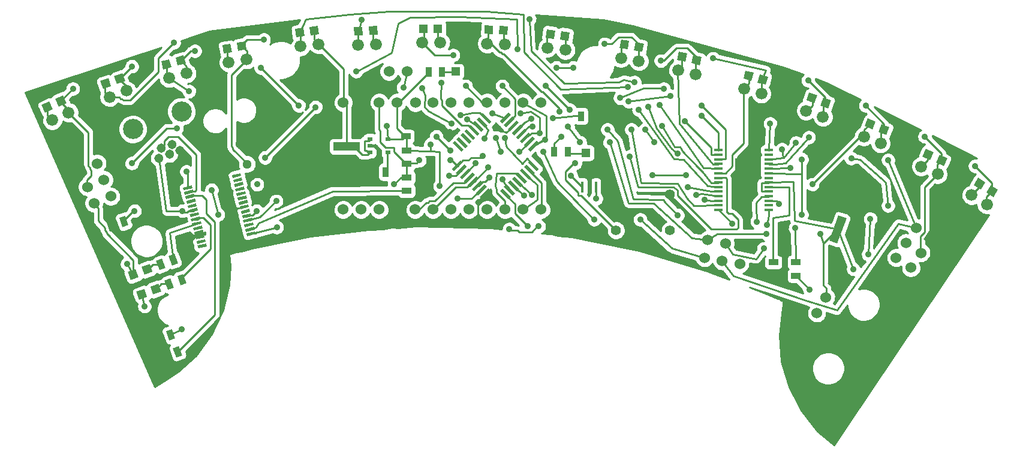
<source format=gtl>
G04 (created by PCBNEW-RS274X (2011-nov-30)-testing) date Mon 30 Apr 2012 11:55:01 PM EDT*
G01*
G70*
G90*
%MOIN*%
G04 Gerber Fmt 3.4, Leading zero omitted, Abs format*
%FSLAX34Y34*%
G04 APERTURE LIST*
%ADD10C,0.006000*%
%ADD11R,0.047200X0.047200*%
%ADD12C,0.060000*%
%ADD13C,0.051200*%
%ADD14R,0.050000X0.016000*%
%ADD15R,0.098400X0.244100*%
%ADD16C,0.055000*%
%ADD17R,0.030000X0.020000*%
%ADD18R,0.149600X0.047200*%
%ADD19R,0.055000X0.035000*%
%ADD20R,0.035000X0.055000*%
%ADD21R,0.011800X0.063000*%
%ADD22C,0.066000*%
%ADD23C,0.051400*%
%ADD24C,0.112200*%
%ADD25C,0.035000*%
%ADD26C,0.010000*%
G04 APERTURE END LIST*
G54D10*
G54D11*
X00945Y53917D03*
X01771Y53917D03*
G54D10*
G36*
X-17124Y42332D02*
X-17285Y42775D01*
X-16842Y42936D01*
X-16681Y42493D01*
X-17124Y42332D01*
X-17124Y42332D01*
G37*
G36*
X-16348Y42614D02*
X-16509Y43057D01*
X-16066Y43218D01*
X-15905Y42775D01*
X-16348Y42614D01*
X-16348Y42614D01*
G37*
G36*
X-16651Y41230D02*
X-16812Y41673D01*
X-16369Y41834D01*
X-16208Y41391D01*
X-16651Y41230D01*
X-16651Y41230D01*
G37*
G36*
X-15875Y41512D02*
X-16036Y41955D01*
X-15593Y42116D01*
X-15432Y41673D01*
X-15875Y41512D01*
X-15875Y41512D01*
G37*
G54D11*
X08189Y49389D03*
X09015Y49389D03*
G54D12*
X-18224Y46972D03*
X-18988Y48803D03*
X-18615Y47892D03*
X-19535Y47502D03*
X-19162Y46591D03*
G54D10*
G36*
X-19533Y48263D02*
X-20085Y48029D01*
X-20319Y48581D01*
X-19767Y48815D01*
X-19533Y48263D01*
X-19533Y48263D01*
G37*
G54D12*
X-02764Y53917D03*
X-01764Y53917D03*
G54D13*
X-11067Y49872D03*
X-10652Y48766D03*
G54D10*
G36*
X02421Y46813D02*
X02296Y46938D01*
X02781Y47423D01*
X02906Y47298D01*
X02421Y46813D01*
X02421Y46813D01*
G37*
G36*
X02198Y47036D02*
X02073Y47161D01*
X02558Y47646D01*
X02683Y47521D01*
X02198Y47036D01*
X02198Y47036D01*
G37*
G36*
X01976Y47259D02*
X01851Y47384D01*
X02336Y47869D01*
X02461Y47744D01*
X01976Y47259D01*
X01976Y47259D01*
G37*
G36*
X01753Y47482D02*
X01628Y47607D01*
X02113Y48092D01*
X02238Y47967D01*
X01753Y47482D01*
X01753Y47482D01*
G37*
G36*
X01530Y47704D02*
X01405Y47829D01*
X01890Y48314D01*
X02015Y48189D01*
X01530Y47704D01*
X01530Y47704D01*
G37*
G36*
X01308Y47927D02*
X01183Y48052D01*
X01668Y48537D01*
X01793Y48412D01*
X01308Y47927D01*
X01308Y47927D01*
G37*
G36*
X01085Y48150D02*
X00960Y48275D01*
X01445Y48760D01*
X01570Y48635D01*
X01085Y48150D01*
X01085Y48150D01*
G37*
G36*
X00862Y48373D02*
X00737Y48498D01*
X01222Y48983D01*
X01347Y48858D01*
X00862Y48373D01*
X00862Y48373D01*
G37*
G36*
X03526Y51034D02*
X03401Y51159D01*
X03886Y51644D01*
X04011Y51519D01*
X03526Y51034D01*
X03526Y51034D01*
G37*
G36*
X05089Y49471D02*
X04964Y49596D01*
X05449Y50081D01*
X05574Y49956D01*
X05089Y49471D01*
X05089Y49471D01*
G37*
G36*
X04863Y49698D02*
X04738Y49823D01*
X05223Y50308D01*
X05348Y50183D01*
X04863Y49698D01*
X04863Y49698D01*
G37*
G36*
X04637Y49924D02*
X04512Y50049D01*
X04997Y50534D01*
X05122Y50409D01*
X04637Y49924D01*
X04637Y49924D01*
G37*
G36*
X04417Y50143D02*
X04292Y50268D01*
X04777Y50753D01*
X04902Y50628D01*
X04417Y50143D01*
X04417Y50143D01*
G37*
G36*
X04191Y50369D02*
X04066Y50494D01*
X04551Y50979D01*
X04676Y50854D01*
X04191Y50369D01*
X04191Y50369D01*
G37*
G36*
X03972Y50589D02*
X03847Y50714D01*
X04332Y51199D01*
X04457Y51074D01*
X03972Y50589D01*
X03972Y50589D01*
G37*
G36*
X03746Y50815D02*
X03621Y50940D01*
X04106Y51425D01*
X04231Y51300D01*
X03746Y50815D01*
X03746Y50815D01*
G37*
G36*
X01263Y49457D02*
X00778Y49942D01*
X00903Y50067D01*
X01388Y49582D01*
X01263Y49457D01*
X01263Y49457D01*
G37*
G36*
X01475Y49669D02*
X00990Y50154D01*
X01115Y50279D01*
X01600Y49794D01*
X01475Y49669D01*
X01475Y49669D01*
G37*
G36*
X01705Y49899D02*
X01220Y50384D01*
X01345Y50509D01*
X01830Y50024D01*
X01705Y49899D01*
X01705Y49899D01*
G37*
G36*
X01917Y50111D02*
X01432Y50596D01*
X01557Y50721D01*
X02042Y50236D01*
X01917Y50111D01*
X01917Y50111D01*
G37*
G36*
X02146Y50340D02*
X01661Y50825D01*
X01786Y50950D01*
X02271Y50465D01*
X02146Y50340D01*
X02146Y50340D01*
G37*
G36*
X02368Y50562D02*
X01883Y51047D01*
X02008Y51172D01*
X02493Y50687D01*
X02368Y50562D01*
X02368Y50562D01*
G37*
G36*
X02591Y50785D02*
X02106Y51270D01*
X02231Y51395D01*
X02716Y50910D01*
X02591Y50785D01*
X02591Y50785D01*
G37*
G36*
X02813Y51007D02*
X02328Y51492D01*
X02453Y51617D01*
X02938Y51132D01*
X02813Y51007D01*
X02813Y51007D01*
G37*
G36*
X03893Y46813D02*
X03408Y47298D01*
X03533Y47423D01*
X04018Y46938D01*
X03893Y46813D01*
X03893Y46813D01*
G37*
G36*
X04113Y47032D02*
X03628Y47517D01*
X03753Y47642D01*
X04238Y47157D01*
X04113Y47032D01*
X04113Y47032D01*
G37*
G36*
X04339Y47258D02*
X03854Y47743D01*
X03979Y47868D01*
X04464Y47383D01*
X04339Y47258D01*
X04339Y47258D01*
G37*
G36*
X04558Y47477D02*
X04073Y47962D01*
X04198Y48087D01*
X04683Y47602D01*
X04558Y47477D01*
X04558Y47477D01*
G37*
G36*
X04777Y47697D02*
X04292Y48182D01*
X04417Y48307D01*
X04902Y47822D01*
X04777Y47697D01*
X04777Y47697D01*
G37*
G36*
X05004Y47923D02*
X04519Y48408D01*
X04644Y48533D01*
X05129Y48048D01*
X05004Y47923D01*
X05004Y47923D01*
G37*
G36*
X05230Y48149D02*
X04745Y48634D01*
X04870Y48759D01*
X05355Y48274D01*
X05230Y48149D01*
X05230Y48149D01*
G37*
G36*
X05456Y48375D02*
X04971Y48860D01*
X05096Y48985D01*
X05581Y48500D01*
X05456Y48375D01*
X05456Y48375D01*
G37*
G54D12*
X05690Y46240D03*
X04690Y46240D03*
X03690Y46240D03*
X02690Y46240D03*
X01690Y46240D03*
X00690Y46240D03*
X-00310Y46240D03*
X-01310Y46240D03*
X-02310Y46240D03*
X-03310Y46240D03*
X-04310Y46240D03*
X-05310Y46240D03*
X05690Y52190D03*
X04690Y52190D03*
X03690Y52190D03*
X02690Y52190D03*
X01690Y52190D03*
X00690Y52190D03*
X-00310Y52190D03*
X-01300Y52185D03*
X-02310Y52190D03*
X-03310Y52190D03*
X-04310Y52190D03*
X-05310Y52190D03*
G54D14*
X15548Y49543D03*
X15548Y49293D03*
X15548Y49033D03*
X15548Y48773D03*
X15548Y48523D03*
X15548Y48263D03*
X15548Y48003D03*
X15548Y47753D03*
X15548Y47493D03*
X15548Y47243D03*
X15548Y46983D03*
X15548Y46723D03*
X15548Y46473D03*
X15548Y46213D03*
X18348Y46213D03*
X18348Y46473D03*
X18348Y46713D03*
X18348Y46983D03*
X18348Y47243D03*
X18348Y47493D03*
X18348Y47753D03*
X18348Y48003D03*
X18348Y48263D03*
X18348Y48523D03*
X18348Y48773D03*
X18348Y49033D03*
X18348Y49293D03*
X18348Y49543D03*
G54D15*
X16973Y47893D03*
G54D12*
X14774Y43559D03*
X14948Y44544D03*
X15759Y43386D03*
X15933Y44370D03*
X16744Y43212D03*
G54D10*
G36*
X16570Y43954D02*
X16675Y44545D01*
X17266Y44440D01*
X17161Y43849D01*
X16570Y43954D01*
X16570Y43954D01*
G37*
G54D16*
X09858Y45082D03*
X09858Y47082D03*
X12858Y45082D03*
X12858Y47082D03*
G54D17*
X-03827Y50158D03*
X-03827Y49408D03*
X-02827Y50158D03*
X-03827Y49783D03*
X-02827Y49408D03*
G54D10*
G36*
X22156Y44360D02*
X21712Y44522D01*
X22224Y45928D01*
X22668Y45766D01*
X22156Y44360D01*
X22156Y44360D01*
G37*
G36*
X23012Y46710D02*
X22568Y46872D01*
X23080Y48278D01*
X23524Y48116D01*
X23012Y46710D01*
X23012Y46710D01*
G37*
G54D18*
X-05109Y49744D03*
X-07609Y49744D03*
G54D19*
X19862Y43308D03*
X19862Y42558D03*
X18602Y43308D03*
X18602Y42558D03*
G54D20*
X-00553Y53878D03*
X00197Y53878D03*
G54D19*
X-01792Y49528D03*
X-01792Y48778D03*
G54D20*
X07166Y49468D03*
X06416Y49468D03*
G54D21*
X08366Y47500D03*
X07992Y47500D03*
X08740Y47500D03*
G54D19*
X-01792Y48032D03*
X-01792Y47282D03*
G54D22*
X03693Y55420D03*
X02694Y55464D03*
G54D10*
G36*
X03848Y56425D02*
X03827Y55954D01*
X03356Y55975D01*
X03377Y56446D01*
X03848Y56425D01*
X03848Y56425D01*
G37*
G36*
X03024Y56461D02*
X03003Y55990D01*
X02532Y56011D01*
X02553Y56482D01*
X03024Y56461D01*
X03024Y56461D01*
G37*
G54D22*
X14296Y53767D03*
X13320Y53984D03*
G54D10*
G36*
X14623Y54730D02*
X14521Y54270D01*
X14061Y54372D01*
X14163Y54832D01*
X14623Y54730D01*
X14623Y54730D01*
G37*
G36*
X13817Y54909D02*
X13715Y54449D01*
X13255Y54551D01*
X13357Y55011D01*
X13817Y54909D01*
X13817Y54909D01*
G37*
G54D22*
X17938Y52687D03*
X16972Y52945D03*
G54D10*
G36*
X18307Y53635D02*
X18185Y53179D01*
X17729Y53301D01*
X17851Y53757D01*
X18307Y53635D01*
X18307Y53635D01*
G37*
G36*
X17510Y53848D02*
X17388Y53392D01*
X16932Y53514D01*
X17054Y53970D01*
X17510Y53848D01*
X17510Y53848D01*
G37*
G54D22*
X21363Y51394D03*
X20423Y51736D03*
G54D10*
G36*
X21812Y52306D02*
X21651Y51863D01*
X21208Y52024D01*
X21369Y52467D01*
X21812Y52306D01*
X21812Y52306D01*
G37*
G36*
X21037Y52588D02*
X20876Y52145D01*
X20433Y52306D01*
X20594Y52749D01*
X21037Y52588D01*
X21037Y52588D01*
G37*
G54D22*
X24570Y49921D03*
X23646Y50304D03*
G54D10*
G36*
X25059Y50813D02*
X24879Y50377D01*
X24443Y50557D01*
X24623Y50993D01*
X25059Y50813D01*
X25059Y50813D01*
G37*
G36*
X24296Y51129D02*
X24116Y50693D01*
X23680Y50873D01*
X23860Y51309D01*
X24296Y51129D01*
X24296Y51129D01*
G37*
G54D22*
X27737Y48214D03*
X26830Y48637D03*
G54D10*
G36*
X28265Y49083D02*
X28065Y48655D01*
X27637Y48855D01*
X27837Y49283D01*
X28265Y49083D01*
X28265Y49083D01*
G37*
G36*
X27517Y49432D02*
X27317Y49004D01*
X26889Y49204D01*
X27089Y49632D01*
X27517Y49432D01*
X27517Y49432D01*
G37*
G54D22*
X-20571Y51629D03*
X-21478Y51206D03*
G54D10*
G36*
X-20898Y52592D02*
X-20698Y52164D01*
X-21126Y51964D01*
X-21326Y52392D01*
X-20898Y52592D01*
X-20898Y52592D01*
G37*
G36*
X-21646Y52244D02*
X-21446Y51816D01*
X-21874Y51616D01*
X-22074Y52044D01*
X-21646Y52244D01*
X-21646Y52244D01*
G37*
G54D22*
X-17352Y52838D03*
X-18292Y52496D03*
G54D10*
G36*
X-17594Y53825D02*
X-17433Y53382D01*
X-17876Y53221D01*
X-18037Y53664D01*
X-17594Y53825D01*
X-17594Y53825D01*
G37*
G36*
X-18369Y53543D02*
X-18208Y53100D01*
X-18651Y52939D01*
X-18812Y53382D01*
X-18369Y53543D01*
X-18369Y53543D01*
G37*
G54D22*
X-14020Y53811D03*
X-14986Y53553D03*
G54D10*
G36*
X-14174Y54817D02*
X-14052Y54361D01*
X-14508Y54239D01*
X-14630Y54695D01*
X-14174Y54817D01*
X-14174Y54817D01*
G37*
G36*
X-14971Y54603D02*
X-14849Y54147D01*
X-15305Y54025D01*
X-15427Y54481D01*
X-14971Y54603D01*
X-14971Y54603D01*
G37*
G54D22*
X-10692Y54590D03*
X-11677Y54416D03*
G54D10*
G36*
X-10759Y55604D02*
X-10677Y55140D01*
X-11141Y55058D01*
X-11223Y55522D01*
X-10759Y55604D01*
X-10759Y55604D01*
G37*
G36*
X-11571Y55461D02*
X-11489Y54997D01*
X-11953Y54915D01*
X-12035Y55379D01*
X-11571Y55461D01*
X-11571Y55461D01*
G37*
G54D22*
X-06689Y55427D03*
X-07682Y55305D03*
G54D10*
G36*
X-06703Y56444D02*
X-06645Y55976D01*
X-07113Y55918D01*
X-07171Y56386D01*
X-06703Y56444D01*
X-06703Y56444D01*
G37*
G36*
X-07521Y56344D02*
X-07463Y55876D01*
X-07931Y55818D01*
X-07989Y56286D01*
X-07521Y56344D01*
X-07521Y56344D01*
G37*
G54D22*
X-03482Y55425D03*
X-04481Y55381D03*
G54D10*
G36*
X-03416Y56440D02*
X-03395Y55969D01*
X-03866Y55948D01*
X-03887Y56419D01*
X-03416Y56440D01*
X-03416Y56440D01*
G37*
G36*
X-04240Y56404D02*
X-04219Y55933D01*
X-04690Y55912D01*
X-04711Y56383D01*
X-04240Y56404D01*
X-04240Y56404D01*
G37*
G54D22*
X11125Y54494D03*
X10140Y54668D03*
G54D10*
G36*
X11409Y55470D02*
X11327Y55006D01*
X10863Y55088D01*
X10945Y55552D01*
X11409Y55470D01*
X11409Y55470D01*
G37*
G36*
X10597Y55613D02*
X10515Y55149D01*
X10051Y55231D01*
X10133Y55695D01*
X10597Y55613D01*
X10597Y55613D01*
G37*
G54D22*
X07047Y55105D03*
X06056Y55235D03*
G54D10*
G36*
X07290Y56092D02*
X07228Y55624D01*
X06760Y55686D01*
X06822Y56154D01*
X07290Y56092D01*
X07290Y56092D01*
G37*
G36*
X06472Y56200D02*
X06410Y55732D01*
X05942Y55794D01*
X06004Y56262D01*
X06472Y56200D01*
X06472Y56200D01*
G37*
G54D22*
X00086Y55521D03*
X-00914Y55521D03*
G54D11*
X-00039Y56296D03*
X-00864Y56296D03*
G54D22*
X30477Y46531D03*
X29620Y47046D03*
G54D10*
G36*
X31093Y47341D02*
X30850Y46936D01*
X30445Y47179D01*
X30688Y47584D01*
X31093Y47341D01*
X31093Y47341D01*
G37*
G36*
X30386Y47765D02*
X30143Y47360D01*
X29738Y47603D01*
X29981Y48008D01*
X30386Y47765D01*
X30386Y47765D01*
G37*
G36*
X-10165Y44882D02*
X-10650Y44761D01*
X-10689Y44916D01*
X-10204Y45037D01*
X-10165Y44882D01*
X-10165Y44882D01*
G37*
G36*
X-10226Y45124D02*
X-10711Y45003D01*
X-10750Y45158D01*
X-10265Y45279D01*
X-10226Y45124D01*
X-10226Y45124D01*
G37*
G36*
X-10289Y45377D02*
X-10774Y45256D01*
X-10813Y45411D01*
X-10328Y45532D01*
X-10289Y45377D01*
X-10289Y45377D01*
G37*
G36*
X-10352Y45629D02*
X-10837Y45508D01*
X-10876Y45663D01*
X-10391Y45784D01*
X-10352Y45629D01*
X-10352Y45629D01*
G37*
G36*
X-10412Y45871D02*
X-10897Y45750D01*
X-10936Y45905D01*
X-10451Y46026D01*
X-10412Y45871D01*
X-10412Y45871D01*
G37*
G36*
X-10475Y46124D02*
X-10960Y46003D01*
X-10999Y46158D01*
X-10514Y46279D01*
X-10475Y46124D01*
X-10475Y46124D01*
G37*
G36*
X-10538Y46376D02*
X-11023Y46255D01*
X-11062Y46410D01*
X-10577Y46531D01*
X-10538Y46376D01*
X-10538Y46376D01*
G37*
G36*
X-10598Y46619D02*
X-11083Y46498D01*
X-11122Y46653D01*
X-10637Y46774D01*
X-10598Y46619D01*
X-10598Y46619D01*
G37*
G36*
X-10661Y46871D02*
X-11146Y46750D01*
X-11185Y46905D01*
X-10700Y47026D01*
X-10661Y46871D01*
X-10661Y46871D01*
G37*
G36*
X-10722Y47113D02*
X-11207Y46992D01*
X-11246Y47147D01*
X-10761Y47268D01*
X-10722Y47113D01*
X-10722Y47113D01*
G37*
G36*
X-10785Y47366D02*
X-11270Y47245D01*
X-11309Y47400D01*
X-10824Y47521D01*
X-10785Y47366D01*
X-10785Y47366D01*
G37*
G36*
X-10848Y47618D02*
X-11333Y47497D01*
X-11372Y47652D01*
X-10887Y47773D01*
X-10848Y47618D01*
X-10848Y47618D01*
G37*
G36*
X-10908Y47861D02*
X-11393Y47740D01*
X-11432Y47895D01*
X-10947Y48016D01*
X-10908Y47861D01*
X-10908Y47861D01*
G37*
G36*
X-10971Y48113D02*
X-11456Y47992D01*
X-11495Y48147D01*
X-11010Y48268D01*
X-10971Y48113D01*
X-10971Y48113D01*
G37*
G36*
X-13688Y47435D02*
X-14173Y47314D01*
X-14212Y47469D01*
X-13727Y47590D01*
X-13688Y47435D01*
X-13688Y47435D01*
G37*
G36*
X-13625Y47183D02*
X-14110Y47062D01*
X-14149Y47217D01*
X-13664Y47338D01*
X-13625Y47183D01*
X-13625Y47183D01*
G37*
G36*
X-13567Y46950D02*
X-14052Y46829D01*
X-14091Y46984D01*
X-13606Y47105D01*
X-13567Y46950D01*
X-13567Y46950D01*
G37*
G36*
X-13502Y46688D02*
X-13987Y46567D01*
X-14026Y46722D01*
X-13541Y46843D01*
X-13502Y46688D01*
X-13502Y46688D01*
G37*
G36*
X-13439Y46436D02*
X-13924Y46315D01*
X-13963Y46470D01*
X-13478Y46591D01*
X-13439Y46436D01*
X-13439Y46436D01*
G37*
G36*
X-13378Y46193D02*
X-13863Y46072D01*
X-13902Y46227D01*
X-13417Y46348D01*
X-13378Y46193D01*
X-13378Y46193D01*
G37*
G36*
X-13315Y45941D02*
X-13800Y45820D01*
X-13839Y45975D01*
X-13354Y46096D01*
X-13315Y45941D01*
X-13315Y45941D01*
G37*
G36*
X-13255Y45699D02*
X-13740Y45578D01*
X-13779Y45733D01*
X-13294Y45854D01*
X-13255Y45699D01*
X-13255Y45699D01*
G37*
G36*
X-13192Y45446D02*
X-13677Y45325D01*
X-13716Y45480D01*
X-13231Y45601D01*
X-13192Y45446D01*
X-13192Y45446D01*
G37*
G36*
X-13129Y45194D02*
X-13614Y45073D01*
X-13653Y45228D01*
X-13168Y45349D01*
X-13129Y45194D01*
X-13129Y45194D01*
G37*
G36*
X-13069Y44951D02*
X-13554Y44830D01*
X-13593Y44985D01*
X-13108Y45106D01*
X-13069Y44951D01*
X-13069Y44951D01*
G37*
G36*
X-13006Y44699D02*
X-13491Y44578D01*
X-13530Y44733D01*
X-13045Y44854D01*
X-13006Y44699D01*
X-13006Y44699D01*
G37*
G36*
X-12943Y44447D02*
X-13428Y44326D01*
X-13467Y44481D01*
X-12982Y44602D01*
X-12943Y44447D01*
X-12943Y44447D01*
G37*
G36*
X-12882Y44204D02*
X-13367Y44083D01*
X-13406Y44238D01*
X-12921Y44359D01*
X-12882Y44204D01*
X-12882Y44204D01*
G37*
G36*
X-14204Y42670D02*
X-14015Y42153D01*
X-14344Y42034D01*
X-14533Y42551D01*
X-14204Y42670D01*
X-14204Y42670D01*
G37*
G36*
X-14908Y42414D02*
X-14719Y41897D01*
X-15048Y41778D01*
X-15237Y42295D01*
X-14908Y42414D01*
X-14908Y42414D01*
G37*
G36*
X-14677Y43773D02*
X-14488Y43256D01*
X-14817Y43137D01*
X-15006Y43654D01*
X-14677Y43773D01*
X-14677Y43773D01*
G37*
G36*
X-15381Y43517D02*
X-15192Y43000D01*
X-15521Y42881D01*
X-15710Y43398D01*
X-15381Y43517D01*
X-15381Y43517D01*
G37*
G54D23*
X-14964Y49315D03*
X-15420Y49651D03*
X-14372Y49530D03*
X-14830Y49866D03*
G54D24*
X-14300Y51692D03*
X-17000Y50710D03*
G54D23*
X-15555Y49100D03*
G54D19*
X-01832Y50313D03*
X-01832Y51063D03*
G54D20*
X07912Y51437D03*
X08662Y51437D03*
X-02952Y48326D03*
X-03702Y48326D03*
G54D10*
G36*
X-14834Y39599D02*
X-14645Y39082D01*
X-14974Y38963D01*
X-15163Y39480D01*
X-14834Y39599D01*
X-14834Y39599D01*
G37*
G36*
X-15538Y39343D02*
X-15349Y38826D01*
X-15678Y38707D01*
X-15867Y39224D01*
X-15538Y39343D01*
X-15538Y39343D01*
G37*
G36*
X-17433Y45898D02*
X-17244Y45381D01*
X-17573Y45262D01*
X-17762Y45779D01*
X-17433Y45898D01*
X-17433Y45898D01*
G37*
G36*
X-18137Y45642D02*
X-17948Y45125D01*
X-18277Y45006D01*
X-18466Y45523D01*
X-18137Y45642D01*
X-18137Y45642D01*
G37*
G54D12*
X26252Y43005D03*
X25423Y43565D03*
X26812Y43834D03*
X25982Y44394D03*
G54D10*
G36*
X27452Y44247D02*
X26955Y44582D01*
X27290Y45079D01*
X27787Y44744D01*
X27452Y44247D01*
X27452Y44247D01*
G37*
G54D12*
X26542Y45223D03*
G54D10*
G36*
X-14441Y38654D02*
X-14252Y38137D01*
X-14581Y38018D01*
X-14770Y38535D01*
X-14441Y38654D01*
X-14441Y38654D01*
G37*
G36*
X-15145Y38398D02*
X-14956Y37881D01*
X-15285Y37762D01*
X-15474Y38279D01*
X-15145Y38398D01*
X-15145Y38398D01*
G37*
G36*
X21905Y42634D02*
X22425Y42334D01*
X22125Y41814D01*
X21605Y42114D01*
X21905Y42634D01*
X21905Y42634D01*
G37*
G54D12*
X21515Y41358D03*
X21015Y40492D03*
G54D25*
X-10099Y47638D03*
X12346Y54510D03*
X23734Y52014D03*
X-17060Y54198D03*
X15255Y54645D03*
X-09728Y55680D03*
X09226Y55446D03*
X29818Y48660D03*
X-13550Y55056D03*
X20536Y53418D03*
X27010Y50298D03*
X-20336Y52950D03*
X03532Y53106D03*
X02992Y51594D03*
X01200Y51496D03*
X02559Y50197D03*
X01574Y51240D03*
X-00926Y52992D03*
X-01969Y53031D03*
X00708Y51023D03*
X00157Y53287D03*
X11476Y50689D03*
X20177Y49035D03*
X19822Y45216D03*
X11988Y49980D03*
X03681Y50216D03*
X20177Y45964D03*
X17696Y45571D03*
X02752Y48582D03*
X02830Y48036D03*
X04744Y47027D03*
X05177Y47067D03*
X11870Y48149D03*
X13740Y48169D03*
X19547Y48563D03*
X03922Y45150D03*
X05560Y45306D03*
X-12614Y47334D03*
X-12264Y45964D03*
X11200Y45689D03*
X03189Y50236D03*
X03444Y49449D03*
X05807Y49468D03*
X08641Y45689D03*
X04468Y49468D03*
X22933Y49094D03*
X19074Y49586D03*
X18070Y44075D03*
X24980Y46456D03*
X19862Y49960D03*
X05925Y50118D03*
X-06842Y51936D03*
X-09650Y49128D03*
X-02474Y47646D03*
X02440Y49206D03*
X07588Y48816D03*
X-01070Y48972D03*
X00646Y48972D03*
X-08996Y45256D03*
X00568Y48114D03*
X04547Y51594D03*
X-14564Y50766D03*
X01504Y53106D03*
X-17060Y48816D03*
X24980Y48996D03*
X06808Y50298D03*
X05610Y50492D03*
X20571Y50255D03*
X23874Y43758D03*
X23996Y45728D03*
X18924Y46558D03*
X04936Y45306D03*
X08740Y46850D03*
X07354Y48114D03*
X03543Y47933D03*
X02050Y48816D03*
X-10118Y46164D03*
X02204Y45610D03*
X-11516Y46260D03*
X00610Y50571D03*
X03189Y50748D03*
X05137Y51279D03*
X06358Y51319D03*
X-14272Y39586D03*
X-14252Y46164D03*
X-16904Y46164D03*
X-14018Y48348D03*
X12421Y50886D03*
X10551Y52244D03*
X18425Y51023D03*
X12892Y52560D03*
X10078Y52441D03*
X12502Y52950D03*
X14608Y51468D03*
X13672Y51156D03*
X-14720Y55524D03*
X14608Y52014D03*
X07480Y54134D03*
X06535Y54134D03*
X12283Y52047D03*
X-04587Y53917D03*
X-13878Y52815D03*
X04389Y55138D03*
X10610Y49193D03*
X-07778Y52014D03*
X-09884Y54120D03*
X00646Y49518D03*
X-00134Y50298D03*
X11122Y51791D03*
X10511Y53071D03*
X13838Y47500D03*
X20770Y47646D03*
X11653Y51949D03*
X-04292Y56791D03*
X13267Y49370D03*
X10885Y53327D03*
X05039Y56830D03*
X14311Y47067D03*
X14783Y46791D03*
X00802Y54822D03*
X10708Y50688D03*
X07276Y51780D03*
X05950Y53106D03*
X16324Y45462D03*
X09382Y50688D03*
X06730Y51702D03*
X18248Y45374D03*
X13282Y45930D03*
X09507Y49980D03*
X-02894Y50886D03*
X07185Y50846D03*
X07854Y49980D03*
X05216Y50846D03*
X21200Y44901D03*
X18208Y44901D03*
X-00453Y49862D03*
X00059Y47539D03*
X01043Y46870D03*
X20614Y41796D03*
X-09036Y46712D03*
X23051Y42933D03*
X-16359Y40866D03*
X-17323Y43208D03*
G54D26*
X-10099Y47638D02*
X-10138Y47657D01*
X27737Y48214D02*
X27712Y48192D01*
X26776Y43824D02*
X26812Y43834D01*
X18018Y53468D02*
X18040Y53496D01*
X27010Y47490D02*
X27010Y44994D01*
X27712Y48192D02*
X27010Y47490D01*
X27010Y50298D02*
X27946Y49362D01*
X-05282Y52170D02*
X-05310Y52190D01*
X-05282Y54042D02*
X-05282Y52170D01*
X27946Y48972D02*
X27951Y48969D01*
X27946Y49362D02*
X27946Y48972D01*
X27712Y48738D02*
X27712Y48192D01*
X29818Y48660D02*
X30754Y47724D01*
X30754Y47724D02*
X30754Y47256D01*
X30754Y47256D02*
X30769Y47260D01*
X-10692Y54590D02*
X-10664Y54588D01*
X-10664Y54588D02*
X-11522Y53730D01*
X-11522Y53730D02*
X-11522Y49752D01*
X-14330Y54510D02*
X-14341Y54528D01*
X09226Y55446D02*
X09616Y55446D01*
X24748Y50688D02*
X24751Y50685D01*
X-11444Y49674D02*
X-11444Y49596D01*
X-11444Y49596D02*
X-10664Y48816D01*
X-10664Y48816D02*
X-10664Y48738D01*
X-10664Y48738D02*
X-10652Y48766D01*
X23734Y52014D02*
X24748Y51000D01*
X24748Y51000D02*
X24748Y50688D01*
X-11522Y49752D02*
X-11444Y49674D01*
X12346Y54510D02*
X12502Y54510D01*
X-06686Y55446D02*
X-05282Y54042D01*
X20536Y53418D02*
X21472Y52482D01*
X21472Y52482D02*
X21472Y52170D01*
X21472Y52170D02*
X21510Y52165D01*
X30442Y46554D02*
X30477Y46531D01*
X10006Y55836D02*
X10708Y55836D01*
X11098Y55446D02*
X11098Y55290D01*
X-09728Y55680D02*
X-10664Y55680D01*
X-10664Y55680D02*
X-10976Y55368D01*
X-10976Y55368D02*
X-10950Y55331D01*
X-14018Y54198D02*
X-14018Y53808D01*
X09616Y55446D02*
X10006Y55836D01*
X18040Y53496D02*
X18018Y53468D01*
X18040Y53652D02*
X18040Y53496D01*
X15255Y54645D02*
X18189Y53996D01*
X18189Y53996D02*
X18040Y53652D01*
X10708Y55836D02*
X11098Y55446D01*
X11098Y55290D02*
X11136Y55279D01*
X-06920Y55680D02*
X-06920Y56148D01*
X-13550Y55056D02*
X-13784Y55056D01*
X-13784Y55056D02*
X-14330Y54510D01*
X13828Y55212D02*
X14374Y54666D01*
X-17060Y54198D02*
X-17735Y53523D01*
X-00056Y55680D02*
X-00056Y56304D01*
X24751Y50685D02*
X24670Y50610D01*
X12502Y54510D02*
X13204Y55212D01*
X13204Y55212D02*
X13828Y55212D01*
X07042Y55914D02*
X07025Y55889D01*
X14374Y54666D02*
X14374Y54588D01*
X-03800Y49440D02*
X-03956Y49440D01*
X-19478Y50532D02*
X-19478Y48660D01*
X-04034Y49518D02*
X-04112Y49518D01*
X-06686Y55446D02*
X-06920Y55680D01*
X-00056Y56304D02*
X-00039Y56296D01*
X-17372Y52872D02*
X-17352Y52838D01*
X-05310Y52190D02*
X-05282Y52170D01*
X-05282Y52170D02*
X-05126Y52014D01*
X-05126Y52014D02*
X-05126Y49752D01*
X-05126Y49752D02*
X-05109Y49744D01*
X-05109Y49744D02*
X-05126Y49752D01*
X-04736Y49752D02*
X-04268Y49284D01*
X-04268Y49284D02*
X-03956Y49284D01*
X-03956Y49284D02*
X-03800Y49440D01*
X-03800Y49440D02*
X-03827Y49408D01*
X-06920Y56148D02*
X-06908Y56181D01*
X-10950Y55331D02*
X-10976Y55368D01*
X-10976Y55368D02*
X-10664Y55056D01*
X-10664Y55056D02*
X-10664Y54588D01*
X-10664Y54588D02*
X-10692Y54590D01*
X-14341Y54528D02*
X-14330Y54510D01*
X-14330Y54510D02*
X-14018Y54198D01*
X-14018Y53808D02*
X-14020Y53811D01*
X30769Y47260D02*
X30754Y47256D01*
X30754Y47256D02*
X30442Y46944D01*
X-06689Y55427D02*
X-06686Y55446D01*
X14374Y54588D02*
X14342Y54551D01*
X-17684Y53418D02*
X-17372Y53106D01*
X-17372Y53106D02*
X-17372Y52872D01*
X27951Y48969D02*
X27946Y48972D01*
X-03482Y55425D02*
X-03488Y55446D01*
X-03488Y55446D02*
X-03644Y55602D01*
X-03644Y55602D02*
X-03644Y56226D01*
X-03644Y56226D02*
X-03641Y56194D01*
X00086Y55521D02*
X00100Y55524D01*
X00100Y55524D02*
X-00056Y55680D01*
X21394Y51390D02*
X21363Y51394D01*
X03610Y55524D02*
X03610Y56226D01*
X-03956Y49440D02*
X-04034Y49518D01*
X27712Y48192D02*
X27737Y48214D01*
X27946Y48972D02*
X27712Y48738D01*
X11136Y55279D02*
X11098Y55290D01*
X-19322Y48114D02*
X-19556Y47880D01*
X11098Y54510D02*
X11125Y54494D01*
X03693Y55420D02*
X03688Y55446D01*
X24670Y50610D02*
X24592Y50532D01*
X24592Y49908D02*
X24570Y49921D01*
X14342Y54551D02*
X14374Y54588D01*
X14296Y54510D02*
X14296Y53767D01*
X21510Y52165D02*
X21472Y52170D01*
X21472Y52170D02*
X21394Y52092D01*
X21394Y52092D02*
X21394Y51390D01*
X-17735Y53523D02*
X-17684Y53418D01*
X24592Y50532D02*
X24592Y49908D01*
X-05126Y49752D02*
X-04736Y49752D01*
X17962Y53418D02*
X17962Y52716D01*
X30442Y46944D02*
X30442Y46554D01*
X14374Y54588D02*
X14296Y54510D01*
X03688Y55446D02*
X03610Y55524D01*
X18040Y53496D02*
X17962Y53418D01*
X03610Y56226D02*
X03602Y56200D01*
X17962Y52716D02*
X17938Y52687D01*
X11098Y55290D02*
X11098Y54510D01*
X-19322Y48426D02*
X-19322Y48114D01*
X07047Y55105D02*
X07042Y55134D01*
X07042Y55134D02*
X07042Y55914D01*
X-21038Y52248D02*
X-20570Y51780D01*
X27010Y44994D02*
X26776Y44760D01*
X-19478Y48660D02*
X-19400Y48582D01*
X-19400Y48504D02*
X-19322Y48426D01*
X-06689Y55427D02*
X-06686Y55446D01*
X-04112Y49518D02*
X-04112Y50064D01*
X-04112Y50064D02*
X-03878Y50064D01*
X-03878Y50064D02*
X-03800Y50142D01*
X-03800Y50142D02*
X-03827Y50158D01*
X-19556Y47490D02*
X-19535Y47502D01*
X-20571Y51629D02*
X-20570Y51624D01*
X-20570Y51624D02*
X-19478Y50532D01*
X-20570Y51780D02*
X-20570Y51624D01*
X-20570Y51624D02*
X-20571Y51629D01*
X-19556Y47880D02*
X-19556Y47490D01*
X-21038Y52248D02*
X-21012Y52278D01*
X-21012Y52278D02*
X-21038Y52248D01*
X-20336Y52950D02*
X-21038Y52248D01*
X-03827Y49408D02*
X-03800Y49440D01*
X26776Y44760D02*
X26776Y43824D01*
X-19400Y48582D02*
X-19400Y48504D01*
X04234Y52404D02*
X04234Y51468D01*
X04234Y51468D02*
X03922Y51156D01*
X03922Y51156D02*
X03926Y51120D01*
X03532Y53106D02*
X04234Y52404D01*
X03706Y51339D02*
X03688Y51312D01*
X03688Y51312D02*
X02992Y51594D01*
X02596Y51312D02*
X02284Y51624D01*
X02284Y51624D02*
X01894Y51624D01*
X01894Y51624D02*
X01200Y51496D01*
X02633Y51312D02*
X02596Y51312D01*
X02755Y50649D02*
X02411Y51090D01*
X02559Y50197D02*
X02755Y50649D01*
X-00591Y51712D02*
X-00788Y51968D01*
X00708Y51023D02*
X-00591Y51712D01*
X-00788Y51968D02*
X-00768Y52598D01*
X01574Y51240D02*
X02188Y50867D01*
X-01764Y53917D02*
X-01969Y53031D01*
X-00768Y52598D02*
X-00926Y52992D01*
X01966Y50645D02*
X01972Y50610D01*
X01270Y50922D02*
X00178Y52014D01*
X01660Y50922D02*
X01270Y50922D01*
X00100Y52482D02*
X00157Y53287D01*
X00178Y52014D02*
X00178Y52326D01*
X00100Y52404D02*
X00100Y52482D01*
X01972Y50610D02*
X01660Y50922D01*
X00178Y52326D02*
X00100Y52404D01*
X20177Y48169D02*
X20177Y48208D01*
X19862Y43308D02*
X19822Y45216D01*
X11476Y50689D02*
X11988Y49980D01*
X20177Y49035D02*
X20177Y48169D01*
X05276Y48680D02*
X05248Y48660D01*
X03688Y50220D02*
X03681Y50216D01*
X04901Y49075D02*
X04640Y48796D01*
X20177Y45964D02*
X20177Y48208D01*
X20177Y48208D02*
X18348Y48263D01*
X05276Y48680D02*
X04901Y49075D01*
X03740Y49766D02*
X03681Y50216D01*
X04640Y48796D02*
X03740Y49766D01*
X-00602Y46632D02*
X-00524Y46710D01*
X-00212Y46710D02*
X00802Y47724D01*
X01426Y47724D02*
X01738Y48036D01*
X00802Y47724D02*
X01426Y47724D01*
X01738Y48036D02*
X01710Y48009D01*
X-00524Y46710D02*
X-00212Y46710D01*
X-01070Y46242D02*
X-00680Y46632D01*
X-01310Y46240D02*
X-01304Y46242D01*
X-00680Y46632D02*
X-00602Y46632D01*
X-01304Y46242D02*
X-01070Y46242D01*
X17650Y46632D02*
X17650Y46476D01*
X18352Y46944D02*
X17962Y46944D01*
X-00290Y46242D02*
X-00310Y46240D01*
X17696Y45551D02*
X17696Y45571D01*
X00958Y47490D02*
X-00290Y46242D01*
X01972Y47802D02*
X01894Y47802D01*
X02752Y48582D02*
X01972Y47802D01*
X01894Y47802D02*
X01582Y47490D01*
X01972Y47802D02*
X01933Y47787D01*
X18348Y46983D02*
X18352Y46944D01*
X17962Y46944D02*
X17650Y46632D01*
X17650Y46476D02*
X17696Y45551D01*
X01582Y47490D02*
X00958Y47490D01*
X02596Y47802D02*
X02830Y48036D01*
X02440Y47802D02*
X02596Y47802D01*
X02206Y47568D02*
X02440Y47802D01*
X02128Y47568D02*
X02206Y47568D01*
X02156Y47564D02*
X02128Y47568D01*
X04744Y47027D02*
X04159Y47563D01*
X05177Y47067D02*
X04378Y47782D01*
X03375Y48248D02*
X03220Y48270D01*
X04312Y48270D02*
X04156Y48270D01*
X04546Y48036D02*
X04312Y48270D01*
X03843Y48248D02*
X03375Y48248D01*
X03220Y48270D02*
X03153Y47539D01*
X03153Y47539D02*
X03220Y47342D01*
X03220Y47342D02*
X03220Y47178D01*
X03220Y47178D02*
X03688Y46710D01*
X03688Y46710D02*
X03688Y46242D01*
X04624Y48036D02*
X04546Y48036D01*
X04597Y48002D02*
X04624Y48036D01*
X04156Y48270D02*
X03843Y48248D01*
X03688Y46242D02*
X03690Y46240D01*
X04858Y48192D02*
X05092Y47958D01*
X05092Y47958D02*
X05485Y47606D01*
X05485Y47606D02*
X05492Y46791D01*
X05492Y46791D02*
X04702Y46242D01*
X04702Y46242D02*
X04690Y46240D01*
X04824Y48228D02*
X04858Y48192D01*
X11870Y48149D02*
X13740Y48169D01*
X05716Y46242D02*
X05690Y46240D01*
X05716Y47724D02*
X05716Y46242D01*
X05050Y48454D02*
X05014Y48426D01*
X19547Y48563D02*
X18348Y48523D01*
X05014Y48426D02*
X05716Y47724D01*
X-05886Y47264D02*
X-10020Y45492D01*
X-10138Y45256D02*
X-10488Y45141D01*
X-10020Y45492D02*
X-10138Y45256D01*
X-01792Y47282D02*
X-05886Y47264D01*
X04390Y45072D02*
X04000Y45072D01*
X05560Y45306D02*
X05482Y45306D01*
X05170Y44994D02*
X04468Y44994D01*
X-12264Y45964D02*
X-12614Y47334D01*
X04000Y45072D02*
X03922Y45150D01*
X05482Y45306D02*
X05170Y44994D01*
X04468Y44994D02*
X04390Y45072D01*
X03444Y49449D02*
X03189Y50236D01*
X12972Y44075D02*
X14774Y43559D01*
X08641Y45649D02*
X08641Y45689D01*
X06594Y47775D02*
X08641Y45649D01*
X05807Y49468D02*
X06594Y47775D01*
X11200Y45689D02*
X12972Y44075D01*
X05043Y50003D02*
X04468Y49468D01*
X05269Y49776D02*
X05925Y50118D01*
X19074Y49586D02*
X19148Y49131D01*
X15933Y44370D02*
X16358Y43740D01*
X16358Y43740D02*
X17657Y43504D01*
X17657Y43504D02*
X18070Y44075D01*
X24980Y46456D02*
X24842Y47756D01*
X24842Y47756D02*
X23405Y49035D01*
X23405Y49035D02*
X22933Y49094D01*
X05248Y49752D02*
X05269Y49776D01*
X19148Y49131D02*
X18348Y49033D01*
X19173Y49134D02*
X19148Y49131D01*
X19862Y49960D02*
X19173Y49134D01*
X05993Y50221D02*
X05248Y49752D01*
X05269Y49776D02*
X05248Y49752D01*
X-06842Y51936D02*
X-09650Y49128D01*
X05993Y51469D02*
X05993Y50221D01*
X04702Y52170D02*
X05993Y51469D01*
X04690Y52190D02*
X04702Y52170D01*
X07744Y47022D02*
X07900Y47022D01*
X07588Y48816D02*
X07510Y48816D01*
X02362Y49128D02*
X02440Y49206D01*
X-01792Y48032D02*
X-01772Y48036D01*
X-03332Y52170D02*
X-03310Y52190D01*
X01036Y48660D02*
X01348Y48972D01*
X01348Y48972D02*
X01660Y48972D01*
X-02474Y49440D02*
X-02474Y49674D01*
X01816Y49128D02*
X02362Y49128D01*
X-01792Y48778D02*
X-01772Y48816D01*
X07042Y48348D02*
X07042Y47880D01*
X07744Y47178D02*
X07744Y47022D01*
X07042Y47880D02*
X07744Y47178D01*
X-01772Y48036D02*
X-02084Y48036D01*
X00724Y48972D02*
X01036Y48660D01*
X-01772Y48816D02*
X-01850Y48816D01*
X01036Y48660D02*
X01042Y48678D01*
X-01772Y48036D02*
X-01772Y48816D01*
X-03332Y50688D02*
X-03332Y52170D01*
X-02084Y48036D02*
X-02474Y47646D01*
X09850Y45072D02*
X09858Y45082D01*
X-02474Y49674D02*
X-02942Y49674D01*
X-02942Y49674D02*
X-03254Y49986D01*
X-03254Y49986D02*
X-03254Y50610D01*
X-01850Y48816D02*
X-02474Y49440D01*
X-03254Y50610D02*
X-03332Y50688D01*
X-01772Y48816D02*
X-01226Y48816D01*
X-01772Y48816D02*
X-01792Y48778D01*
X01042Y48678D02*
X01036Y48660D01*
X07510Y48816D02*
X07042Y48348D01*
X-01792Y48032D02*
X-01772Y48036D01*
X07900Y47022D02*
X09850Y45072D01*
X00646Y48972D02*
X00724Y48972D01*
X-01226Y48816D02*
X-01070Y48972D01*
X-01792Y48778D02*
X-01772Y48816D01*
X01660Y48972D02*
X01816Y49128D01*
X00958Y48114D02*
X01270Y48426D01*
X-10430Y44916D02*
X-10427Y44899D01*
X-08996Y45256D02*
X-10040Y44994D01*
X-10196Y44916D02*
X-10430Y44916D01*
X-10040Y44994D02*
X-10118Y44994D01*
X-10118Y44994D02*
X-10196Y44916D01*
X00568Y48114D02*
X00958Y48114D01*
X01270Y48426D02*
X01265Y48455D01*
X-14564Y50766D02*
X-15110Y50766D01*
X05610Y51338D02*
X05098Y51693D01*
X05610Y50492D02*
X05610Y51338D01*
X02674Y52170D02*
X02440Y52170D01*
X02690Y52190D02*
X02674Y52170D01*
X-15110Y50766D02*
X-17060Y48816D01*
X06808Y50298D02*
X06418Y49908D01*
X04817Y50229D02*
X05177Y50492D01*
X06418Y49908D02*
X06418Y49440D01*
X25531Y45452D02*
X26542Y45223D01*
X06416Y49468D02*
X06418Y49440D01*
X20413Y41201D02*
X22145Y40649D01*
X05098Y51693D02*
X04547Y51594D01*
X05177Y50492D02*
X05610Y50492D01*
X02440Y52170D02*
X01504Y53106D01*
X16397Y42539D02*
X20413Y41201D01*
X15759Y43386D02*
X16397Y42539D01*
X18352Y48738D02*
X18664Y48738D01*
X18664Y48738D02*
X19293Y48815D01*
X06418Y49440D02*
X06416Y49468D01*
X19293Y48815D02*
X20571Y50255D01*
X26542Y45223D02*
X24980Y48996D01*
X22145Y40649D02*
X25531Y45452D01*
X18348Y48773D02*
X18352Y48738D01*
X23878Y43760D02*
X23996Y45728D01*
X18774Y46708D02*
X18324Y46708D01*
X18924Y46558D02*
X18774Y46708D01*
X18324Y46708D02*
X18348Y46713D01*
X23874Y43758D02*
X23878Y43760D01*
X08740Y46850D02*
X08758Y47490D01*
X04234Y46554D02*
X04234Y46008D01*
X03713Y47118D02*
X03688Y47100D01*
X04234Y46008D02*
X04936Y45306D01*
X08758Y47490D02*
X08740Y47500D01*
X03688Y47100D02*
X04234Y46554D01*
X03922Y47334D02*
X03933Y47337D01*
X03922Y47412D02*
X03922Y47334D01*
X03688Y47646D02*
X03922Y47412D01*
X03543Y47933D02*
X03688Y47646D01*
X07978Y47490D02*
X07354Y48114D01*
X07992Y47500D02*
X07978Y47490D01*
X-10664Y45930D02*
X-10664Y45852D01*
X01504Y48270D02*
X02050Y48816D01*
X-10352Y45930D02*
X-10664Y45930D01*
X-10664Y45852D02*
X-10674Y45888D01*
X01488Y48232D02*
X01504Y48270D01*
X-10118Y46164D02*
X-10352Y45930D01*
X02185Y45748D02*
X02204Y45610D01*
X02185Y46614D02*
X02185Y45748D01*
X-10800Y46393D02*
X-11516Y46260D01*
X02601Y47118D02*
X02185Y46614D01*
X04152Y50894D02*
X03759Y50531D01*
X00610Y50571D02*
X00826Y50551D01*
X03759Y50531D02*
X03189Y50748D01*
X-14486Y38364D02*
X-12458Y40392D01*
X-13160Y47022D02*
X-13706Y47022D01*
X-13706Y46944D02*
X-13862Y46944D01*
X-12926Y46788D02*
X-13160Y47022D01*
X-12926Y46008D02*
X-12926Y46788D01*
X-12458Y40392D02*
X-12458Y45540D01*
X-13862Y46944D02*
X-13829Y46967D01*
X-14511Y38336D02*
X-14486Y38364D01*
X-13706Y47022D02*
X-13706Y46944D01*
X-12458Y45540D02*
X-12926Y46008D01*
X05137Y51279D02*
X04780Y51078D01*
X04390Y50688D02*
X04371Y50674D01*
X07900Y51468D02*
X07588Y51468D01*
X07588Y51468D02*
X06358Y51319D01*
X04780Y51078D02*
X04390Y50688D01*
X07912Y51437D02*
X07900Y51468D01*
X-15734Y41796D02*
X-15734Y41814D01*
X-14978Y42096D02*
X-14954Y42108D01*
X-14954Y42108D02*
X-15422Y42108D01*
X-15422Y42108D02*
X-15734Y41796D01*
X-15422Y43200D02*
X-15890Y43200D01*
X-15451Y43199D02*
X-15422Y43200D01*
X-15890Y43200D02*
X-16202Y42888D01*
X-16202Y42888D02*
X-16207Y42916D01*
X18348Y47493D02*
X18352Y47490D01*
X18586Y43278D02*
X18602Y43308D01*
X18586Y45774D02*
X18586Y43278D01*
X18352Y47490D02*
X19468Y47490D01*
X19468Y45930D02*
X18586Y45774D01*
X19468Y47490D02*
X19468Y45930D01*
X08189Y49389D02*
X08212Y49362D01*
X08212Y49362D02*
X07276Y49362D01*
X07276Y49362D02*
X07198Y49440D01*
X07198Y49440D02*
X07166Y49468D01*
X00178Y53886D02*
X00197Y53878D01*
X00958Y53886D02*
X00178Y53886D01*
X00945Y53917D02*
X00958Y53886D01*
X-13628Y46242D02*
X-13628Y46164D01*
X-16982Y46164D02*
X-17528Y45618D01*
X-17528Y45618D02*
X-17503Y45580D01*
X-14174Y46086D02*
X-14252Y46164D01*
X-16904Y46164D02*
X-16982Y46164D01*
X-14272Y39586D02*
X-14904Y39281D01*
X-15138Y46161D02*
X-15555Y49100D01*
X-14252Y46164D02*
X-15138Y46161D01*
X-13628Y46164D02*
X-13940Y46164D01*
X-13940Y46164D02*
X-13940Y46086D01*
X-13640Y46210D02*
X-13628Y46242D01*
X-13940Y46086D02*
X-14174Y46086D01*
X-12692Y45384D02*
X-12692Y44058D01*
X-12692Y44058D02*
X-14252Y42498D01*
X-13550Y45696D02*
X-13394Y45696D01*
X-14252Y42342D02*
X-14274Y42352D01*
X-13394Y45774D02*
X-13082Y45774D01*
X-13082Y45774D02*
X-12692Y45384D01*
X-13517Y45716D02*
X-13550Y45696D01*
X-13394Y45696D02*
X-13394Y45774D01*
X-14252Y42498D02*
X-14252Y42342D01*
X-14941Y44941D02*
X-13454Y45463D01*
X-14747Y43455D02*
X-14941Y44941D01*
X-14018Y48348D02*
X-13940Y48270D01*
X-13940Y48270D02*
X-13940Y47490D01*
X-13940Y47490D02*
X-13950Y47452D01*
X-13550Y47256D02*
X-13862Y47256D01*
X-13472Y49284D02*
X-13472Y47334D01*
X-15266Y50064D02*
X-15032Y50298D01*
X-15420Y49651D02*
X-15422Y49674D01*
X-15266Y49830D02*
X-15266Y50064D01*
X-15422Y49674D02*
X-15266Y49830D01*
X-13472Y47334D02*
X-13550Y47256D01*
X-14486Y50298D02*
X-13472Y49284D01*
X-15032Y50298D02*
X-14486Y50298D01*
X-13862Y47178D02*
X-13887Y47200D01*
X-13862Y47256D02*
X-13862Y47178D01*
X-02864Y49440D02*
X-02827Y49408D01*
X-02864Y48426D02*
X-02864Y49440D01*
X-02942Y48348D02*
X-02864Y48426D01*
X-02952Y48326D02*
X-02942Y48348D01*
X13405Y49724D02*
X13582Y49449D01*
X13110Y49724D02*
X13405Y49724D01*
X12421Y50886D02*
X13110Y49724D01*
X13582Y49449D02*
X14429Y48602D01*
X15154Y47724D02*
X15544Y47724D01*
X20458Y51702D02*
X20770Y52014D01*
X14429Y48602D02*
X14665Y48307D01*
X15544Y47724D02*
X15548Y47753D01*
X20770Y52482D02*
X20735Y52447D01*
X20770Y52014D02*
X20770Y52482D01*
X20423Y51736D02*
X20458Y51702D01*
X14665Y48307D02*
X15154Y47724D01*
X06028Y55212D02*
X06056Y55235D01*
X06028Y55836D02*
X06028Y55212D01*
X06207Y55997D02*
X06184Y55992D01*
X06184Y55992D02*
X06028Y55836D01*
X18352Y49518D02*
X18348Y49543D01*
X10551Y52244D02*
X12892Y52560D01*
X18348Y49543D02*
X18425Y51023D01*
X11370Y52972D02*
X12384Y52972D01*
X10078Y52441D02*
X11370Y52972D01*
X15544Y49518D02*
X15548Y49543D01*
X-21740Y51468D02*
X-21740Y51936D01*
X-21740Y51936D02*
X-21760Y51930D01*
X-21478Y51206D02*
X-21740Y51468D01*
X12384Y52972D02*
X12502Y52950D01*
X15544Y50532D02*
X15544Y49518D01*
X14608Y51468D02*
X15544Y50532D01*
X10324Y55422D02*
X10318Y55446D01*
X10162Y55290D02*
X10162Y54666D01*
X15154Y49284D02*
X15544Y49284D01*
X13672Y51156D02*
X15154Y49674D01*
X15154Y49674D02*
X15154Y49284D01*
X15544Y49284D02*
X15548Y49293D01*
X10318Y55446D02*
X10162Y55290D01*
X10162Y54666D02*
X10140Y54668D01*
X-17138Y52326D02*
X-15578Y53886D01*
X-17606Y52404D02*
X-17528Y52326D01*
X-17684Y52404D02*
X-17606Y52404D01*
X-18542Y53262D02*
X-18510Y53241D01*
X-18292Y52496D02*
X-18308Y52482D01*
X-17528Y52326D02*
X-17138Y52326D01*
X-18308Y52482D02*
X-17762Y52482D01*
X-15578Y53886D02*
X-15578Y54666D01*
X15934Y50688D02*
X15934Y49050D01*
X14608Y52014D02*
X15934Y50688D01*
X-18292Y52496D02*
X-18308Y52482D01*
X-15578Y54666D02*
X-14720Y55524D01*
X-17762Y52482D02*
X-17684Y52404D01*
X15934Y49050D02*
X15544Y49050D01*
X-18542Y52716D02*
X-18542Y53262D01*
X-18308Y52482D02*
X-18542Y52716D01*
X15544Y49050D02*
X15548Y49033D01*
X13516Y54744D02*
X13536Y54730D01*
X13366Y51005D02*
X13282Y53964D01*
X15544Y48738D02*
X15232Y48738D01*
X13320Y53984D02*
X13282Y53964D01*
X15232Y48738D02*
X13366Y51005D01*
X13282Y53964D02*
X13320Y53984D01*
X13282Y53964D02*
X13516Y54198D01*
X13516Y54198D02*
X13516Y54744D01*
X15548Y48773D02*
X15544Y48738D01*
X07480Y54134D02*
X06535Y54134D01*
X-15110Y54276D02*
X-15138Y54314D01*
X-15110Y53730D02*
X-15110Y54276D01*
X-14954Y53574D02*
X-15110Y53730D01*
X-14986Y53553D02*
X-14954Y53574D01*
X14724Y48543D02*
X12283Y52047D01*
X-13878Y52815D02*
X-14986Y53553D01*
X-02264Y56594D02*
X-02619Y54941D01*
X-04567Y53917D02*
X-04587Y53917D01*
X15548Y48523D02*
X14724Y48543D01*
X-02619Y54941D02*
X-04567Y53917D01*
X-01575Y56929D02*
X-02264Y56594D01*
X01161Y56968D02*
X-01575Y56929D01*
X04350Y56830D02*
X01161Y56968D01*
X04389Y55138D02*
X04350Y56830D01*
X15544Y48270D02*
X15934Y48270D01*
X16324Y48660D02*
X16324Y49284D01*
X16948Y52950D02*
X16972Y52945D01*
X15934Y48270D02*
X16324Y48660D01*
X17260Y53262D02*
X17260Y53652D01*
X17260Y53652D02*
X17221Y53681D01*
X16948Y49908D02*
X16948Y52950D01*
X16324Y49284D02*
X16948Y49908D01*
X15548Y48263D02*
X15544Y48270D01*
X16972Y52945D02*
X16948Y52950D01*
X16948Y52950D02*
X17260Y53262D01*
X00646Y49518D02*
X-00134Y50298D01*
X-11756Y55212D02*
X-11762Y55188D01*
X11082Y47500D02*
X10610Y49193D01*
X13031Y47500D02*
X11082Y47500D01*
X13282Y47334D02*
X13031Y47500D01*
X-07778Y52014D02*
X-09884Y54120D01*
X16012Y47958D02*
X16012Y46086D01*
X16558Y45150D02*
X15154Y45150D01*
X16636Y45696D02*
X16636Y45228D01*
X16636Y45228D02*
X16558Y45150D01*
X15934Y48036D02*
X16012Y47958D01*
X15544Y48036D02*
X15934Y48036D01*
X15154Y45150D02*
X13282Y47022D01*
X16090Y46008D02*
X16324Y46008D01*
X15544Y48036D02*
X15548Y48003D01*
X16012Y46086D02*
X16090Y46086D01*
X13282Y47022D02*
X13282Y47334D01*
X16090Y46086D02*
X16090Y46008D01*
X-11756Y54510D02*
X-11756Y55212D01*
X-11678Y54432D02*
X-11756Y54510D01*
X-11677Y54416D02*
X-11678Y54432D01*
X16324Y46008D02*
X16636Y45696D01*
X14960Y47539D02*
X15548Y47493D01*
X13602Y49035D02*
X14960Y47539D01*
X-07726Y56081D02*
X-07382Y56830D01*
X11122Y51791D02*
X13090Y49071D01*
X13090Y49071D02*
X13602Y49035D01*
X06791Y52913D02*
X10511Y53071D01*
X04763Y54980D02*
X06791Y52913D01*
X-02756Y57244D02*
X00433Y57244D01*
X02637Y57244D02*
X04704Y57086D01*
X00433Y57244D02*
X02637Y57244D01*
X-07700Y56070D02*
X-07726Y56081D01*
X-07682Y55305D02*
X-07700Y55290D01*
X-07700Y55290D02*
X-07700Y56070D01*
X-07382Y56830D02*
X-04961Y57086D01*
X04704Y57086D02*
X04763Y54980D01*
X-04961Y57086D02*
X-02756Y57244D01*
X23646Y50304D02*
X23656Y50298D01*
X23422Y50298D02*
X20770Y47646D01*
X23968Y51000D02*
X23656Y50688D01*
X23656Y50298D02*
X23646Y50304D01*
X13838Y47500D02*
X13838Y47500D01*
X23988Y51001D02*
X23968Y51000D01*
X23656Y50688D02*
X23656Y50298D01*
X15544Y47256D02*
X15548Y47243D01*
X13838Y47500D02*
X15154Y47256D01*
X23656Y50298D02*
X23422Y50298D01*
X15154Y47256D02*
X15544Y47256D01*
X05039Y56771D02*
X05039Y56830D01*
X10885Y53327D02*
X10295Y53464D01*
X10000Y53307D02*
X06968Y53267D01*
X05137Y55059D02*
X05039Y56771D01*
X10295Y53464D02*
X10000Y53307D01*
X06968Y53267D02*
X05137Y55059D01*
X14626Y47126D02*
X14311Y47067D01*
X-04502Y55368D02*
X-04502Y56148D01*
X15548Y46983D02*
X14626Y47126D01*
X12126Y50767D02*
X11653Y51949D01*
X12952Y49606D02*
X12126Y50767D01*
X-04292Y56791D02*
X-04465Y56158D01*
X-04502Y56148D02*
X-04465Y56158D01*
X13267Y49370D02*
X12952Y49606D01*
X-04481Y55381D02*
X-04502Y55368D01*
X15177Y46710D02*
X14783Y46791D01*
X15548Y46723D02*
X15544Y46710D01*
X15177Y46710D02*
X15154Y46710D01*
X27166Y49284D02*
X27203Y49318D01*
X26854Y48660D02*
X27166Y48972D01*
X26830Y48637D02*
X26854Y48660D01*
X27166Y48972D02*
X27166Y49284D01*
X15544Y46710D02*
X15177Y46710D01*
X-00836Y55602D02*
X-00836Y56304D01*
X15548Y46473D02*
X15544Y46476D01*
X15544Y46476D02*
X14197Y46460D01*
X11240Y47736D02*
X10708Y50688D01*
X-00836Y56304D02*
X-00864Y56296D01*
X-00914Y55524D02*
X-00914Y55521D01*
X14197Y46460D02*
X13807Y46850D01*
X00802Y54822D02*
X-00212Y54822D01*
X-00914Y55524D02*
X-00836Y55602D01*
X-00212Y54822D02*
X-00914Y55524D01*
X-00914Y55521D02*
X-00914Y55524D01*
X13807Y46850D02*
X13287Y47677D01*
X13287Y47677D02*
X11240Y47736D01*
X07276Y51780D02*
X05950Y53106D01*
X15544Y46242D02*
X16324Y45462D01*
X15548Y46213D02*
X15544Y46242D01*
X30052Y47490D02*
X30052Y47646D01*
X29584Y47022D02*
X30052Y47490D01*
X30052Y47646D02*
X30062Y47684D01*
X29620Y47046D02*
X29584Y47022D01*
X05794Y52794D02*
X06730Y51858D01*
X10826Y46811D02*
X12502Y46788D01*
X03532Y54900D02*
X03610Y54900D01*
X05716Y52794D02*
X05794Y52794D01*
X03610Y54900D02*
X05716Y52794D01*
X12502Y46710D02*
X13282Y45930D01*
X02674Y55446D02*
X02908Y55446D01*
X03376Y54978D02*
X03454Y54978D01*
X09382Y50688D02*
X09960Y50059D01*
X02674Y55446D02*
X02752Y55524D01*
X02752Y55524D02*
X02752Y56226D01*
X02908Y55446D02*
X03376Y54978D01*
X12502Y46788D02*
X12502Y46710D01*
X03454Y54978D02*
X03532Y54900D01*
X02752Y56226D02*
X02778Y56236D01*
X06730Y51858D02*
X06730Y51702D01*
X18248Y45374D02*
X18352Y45930D01*
X18352Y45930D02*
X18352Y46242D01*
X18352Y46242D02*
X18348Y46213D01*
X02694Y55464D02*
X02674Y55446D01*
X09960Y50059D02*
X10826Y46811D01*
X02694Y55464D02*
X02674Y55446D01*
X11948Y46594D02*
X14074Y44665D01*
X00059Y49468D02*
X-00454Y49485D01*
X10551Y46594D02*
X11948Y46594D01*
X02378Y47341D02*
X01830Y46870D01*
X15492Y44901D02*
X18208Y44901D01*
X09507Y49980D02*
X10551Y46594D01*
X05019Y50846D02*
X05216Y50846D01*
X21200Y44901D02*
X21394Y44370D01*
X-00453Y49862D02*
X-00454Y49485D01*
X-19166Y46554D02*
X-18932Y46320D01*
X-00454Y49485D02*
X-01792Y49528D01*
X00059Y47539D02*
X00059Y49468D01*
X01830Y46870D02*
X01043Y46870D01*
X22174Y45150D02*
X23051Y42933D01*
X-02894Y50886D02*
X-02827Y50158D01*
X-02310Y52190D02*
X-02318Y52170D01*
X-10614Y45646D02*
X-09941Y45807D01*
X-09941Y45807D02*
X-09036Y46712D01*
X-01772Y49518D02*
X-01792Y49528D01*
X-01772Y50220D02*
X-01772Y49518D01*
X04597Y50448D02*
X05019Y50846D01*
X-18932Y46320D02*
X-18932Y45618D01*
X-19162Y46591D02*
X-19166Y46554D01*
X-16982Y43434D02*
X-16982Y42654D01*
X-18542Y45072D02*
X-18464Y44994D01*
X-01832Y50313D02*
X-01850Y50298D01*
X-01850Y50298D02*
X-01832Y50313D01*
X-02864Y50142D02*
X-02006Y50142D01*
X-18932Y45618D02*
X-18542Y45228D01*
X-18542Y45228D02*
X-18542Y45072D01*
X-02240Y52170D02*
X-00524Y53886D01*
X22190Y45144D02*
X22174Y45150D01*
X-18464Y44916D02*
X-16982Y43434D01*
X-16982Y42654D02*
X-16983Y42634D01*
X22190Y45144D02*
X22174Y45150D01*
X-18464Y44994D02*
X-18464Y44916D01*
X-16983Y42634D02*
X-16982Y42654D01*
X-01850Y50298D02*
X-01772Y50220D01*
X18348Y47243D02*
X18352Y47256D01*
X-02318Y52170D02*
X-02240Y52170D01*
X22174Y45150D02*
X21394Y44370D01*
X17962Y47724D02*
X18352Y47724D01*
X19834Y42576D02*
X19862Y42558D01*
X20614Y41796D02*
X19834Y42576D01*
X-17323Y43208D02*
X-16983Y42634D01*
X-16510Y41532D02*
X-16359Y40866D01*
X17962Y47256D02*
X17962Y47724D01*
X-00524Y53886D02*
X-00553Y53878D01*
X-02318Y50766D02*
X-02318Y52170D01*
X-02318Y52170D02*
X-02310Y52190D01*
X-01850Y50298D02*
X-02318Y50766D01*
X19783Y45610D02*
X19704Y47775D01*
X19704Y47775D02*
X18348Y47753D01*
X-02006Y50142D02*
X-01850Y50298D01*
X14074Y44665D02*
X14948Y44544D01*
X07185Y50846D02*
X07854Y49980D01*
X18352Y47256D02*
X17962Y47256D01*
X18352Y47724D02*
X18348Y47753D01*
X-01832Y50313D02*
X-01850Y50298D01*
X21550Y41328D02*
X21515Y41358D01*
X21550Y41874D02*
X21550Y41328D01*
X21394Y42030D02*
X21550Y41874D01*
X21394Y44370D02*
X21394Y42030D01*
X14948Y44544D02*
X15492Y44901D01*
X-02827Y50158D02*
X-02864Y50142D01*
X22190Y45144D02*
X19783Y45610D01*
G54D10*
G36*
X-13772Y48695D02*
X-13815Y48724D01*
X-13892Y48756D01*
X-13974Y48773D01*
X-14057Y48773D01*
X-14139Y48758D01*
X-14216Y48726D01*
X-14286Y48681D01*
X-14345Y48622D01*
X-14392Y48553D01*
X-14425Y48477D01*
X-14442Y48395D01*
X-14444Y48312D01*
X-14428Y48230D01*
X-14398Y48152D01*
X-14352Y48082D01*
X-14295Y48023D01*
X-14240Y47985D01*
X-14240Y47720D01*
X-14296Y47706D01*
X-14340Y47686D01*
X-14379Y47656D01*
X-14412Y47620D01*
X-14438Y47578D01*
X-14455Y47532D01*
X-14463Y47484D01*
X-14461Y47435D01*
X-14449Y47387D01*
X-14410Y47230D01*
X-14399Y47206D01*
X-14398Y47183D01*
X-14386Y47135D01*
X-14347Y46978D01*
X-14341Y46964D01*
X-14340Y46950D01*
X-14328Y46902D01*
X-14289Y46745D01*
X-14269Y46701D01*
X-14239Y46662D01*
X-14203Y46628D01*
X-14171Y46609D01*
X-14186Y46585D01*
X-14208Y46589D01*
X-14291Y46589D01*
X-14373Y46574D01*
X-14450Y46542D01*
X-14520Y46497D01*
X-14555Y46463D01*
X-14877Y46462D01*
X-15201Y48738D01*
X-15169Y48767D01*
X-15125Y48832D01*
X-15121Y48830D01*
X-15024Y48809D01*
X-14925Y48807D01*
X-14827Y48824D01*
X-14734Y48860D01*
X-14650Y48914D01*
X-14578Y48982D01*
X-14521Y49064D01*
X-14480Y49154D01*
X-14459Y49251D01*
X-14457Y49365D01*
X-14476Y49463D01*
X-14488Y49492D01*
X-14444Y49533D01*
X-14387Y49615D01*
X-14346Y49705D01*
X-14341Y49729D01*
X-13772Y49160D01*
X-13772Y48695D01*
X-13772Y48695D01*
G37*
G54D26*
X-13772Y48695D02*
X-13815Y48724D01*
X-13892Y48756D01*
X-13974Y48773D01*
X-14057Y48773D01*
X-14139Y48758D01*
X-14216Y48726D01*
X-14286Y48681D01*
X-14345Y48622D01*
X-14392Y48553D01*
X-14425Y48477D01*
X-14442Y48395D01*
X-14444Y48312D01*
X-14428Y48230D01*
X-14398Y48152D01*
X-14352Y48082D01*
X-14295Y48023D01*
X-14240Y47985D01*
X-14240Y47720D01*
X-14296Y47706D01*
X-14340Y47686D01*
X-14379Y47656D01*
X-14412Y47620D01*
X-14438Y47578D01*
X-14455Y47532D01*
X-14463Y47484D01*
X-14461Y47435D01*
X-14449Y47387D01*
X-14410Y47230D01*
X-14399Y47206D01*
X-14398Y47183D01*
X-14386Y47135D01*
X-14347Y46978D01*
X-14341Y46964D01*
X-14340Y46950D01*
X-14328Y46902D01*
X-14289Y46745D01*
X-14269Y46701D01*
X-14239Y46662D01*
X-14203Y46628D01*
X-14171Y46609D01*
X-14186Y46585D01*
X-14208Y46589D01*
X-14291Y46589D01*
X-14373Y46574D01*
X-14450Y46542D01*
X-14520Y46497D01*
X-14555Y46463D01*
X-14877Y46462D01*
X-15201Y48738D01*
X-15169Y48767D01*
X-15125Y48832D01*
X-15121Y48830D01*
X-15024Y48809D01*
X-14925Y48807D01*
X-14827Y48824D01*
X-14734Y48860D01*
X-14650Y48914D01*
X-14578Y48982D01*
X-14521Y49064D01*
X-14480Y49154D01*
X-14459Y49251D01*
X-14457Y49365D01*
X-14476Y49463D01*
X-14488Y49492D01*
X-14444Y49533D01*
X-14387Y49615D01*
X-14346Y49705D01*
X-14341Y49729D01*
X-13772Y49160D01*
X-13772Y48695D01*
G54D10*
G36*
X-02870Y47801D02*
X-02881Y47775D01*
X-02898Y47693D01*
X-02900Y47610D01*
X-02895Y47580D01*
X-05888Y47564D01*
X-05946Y47558D01*
X-05977Y47548D01*
X-06001Y47541D01*
X-06005Y47539D01*
X-09119Y46205D01*
X-09037Y46287D01*
X-09003Y46286D01*
X-08921Y46301D01*
X-08843Y46331D01*
X-08773Y46376D01*
X-08712Y46433D01*
X-08665Y46501D01*
X-08631Y46578D01*
X-08612Y46659D01*
X-08611Y46754D01*
X-08627Y46836D01*
X-08659Y46913D01*
X-08705Y46982D01*
X-08764Y47041D01*
X-08833Y47088D01*
X-08910Y47120D01*
X-08992Y47137D01*
X-09075Y47137D01*
X-09157Y47122D01*
X-09234Y47090D01*
X-09304Y47045D01*
X-09363Y46986D01*
X-09410Y46917D01*
X-09443Y46841D01*
X-09460Y46759D01*
X-09462Y46712D01*
X-09674Y46500D01*
X-09674Y47680D01*
X-09690Y47762D01*
X-09722Y47839D01*
X-09768Y47908D01*
X-09827Y47967D01*
X-09896Y48014D01*
X-09973Y48046D01*
X-10055Y48063D01*
X-10138Y48063D01*
X-10220Y48048D01*
X-10297Y48016D01*
X-10367Y47971D01*
X-10426Y47912D01*
X-10473Y47843D01*
X-10506Y47767D01*
X-10523Y47685D01*
X-10525Y47602D01*
X-10509Y47520D01*
X-10479Y47442D01*
X-10433Y47372D01*
X-10376Y47313D01*
X-10307Y47265D01*
X-10231Y47232D01*
X-10149Y47214D01*
X-10066Y47212D01*
X-09984Y47227D01*
X-09906Y47257D01*
X-09836Y47302D01*
X-09775Y47359D01*
X-09728Y47427D01*
X-09694Y47504D01*
X-09675Y47585D01*
X-09674Y47680D01*
X-09674Y46500D01*
X-09768Y46405D01*
X-09787Y46434D01*
X-09846Y46493D01*
X-09915Y46540D01*
X-09992Y46572D01*
X-10074Y46589D01*
X-10157Y46589D01*
X-10239Y46574D01*
X-10316Y46542D01*
X-10377Y46504D01*
X-10372Y46510D01*
X-10355Y46556D01*
X-10347Y46604D01*
X-10349Y46653D01*
X-10361Y46701D01*
X-10400Y46858D01*
X-10412Y46883D01*
X-10412Y46905D01*
X-10424Y46953D01*
X-10463Y47110D01*
X-10473Y47131D01*
X-10473Y47147D01*
X-10485Y47195D01*
X-10524Y47352D01*
X-10544Y47396D01*
X-10574Y47435D01*
X-10610Y47469D01*
X-10637Y47485D01*
X-10622Y47509D01*
X-10605Y47555D01*
X-10597Y47603D01*
X-10599Y47652D01*
X-10611Y47700D01*
X-10650Y47857D01*
X-10659Y47876D01*
X-10659Y47895D01*
X-10671Y47943D01*
X-10710Y48100D01*
X-10722Y48125D01*
X-10722Y48147D01*
X-10734Y48195D01*
X-10753Y48270D01*
X-10712Y48261D01*
X-10613Y48259D01*
X-10515Y48276D01*
X-10422Y48312D01*
X-10339Y48366D01*
X-10267Y48434D01*
X-10210Y48515D01*
X-10169Y48606D01*
X-10147Y48703D01*
X-10146Y48816D01*
X-10165Y48913D01*
X-10203Y49005D01*
X-10258Y49088D01*
X-10328Y49158D01*
X-10411Y49213D01*
X-10502Y49252D01*
X-10599Y49272D01*
X-10696Y49272D01*
X-11149Y49725D01*
X-11149Y49730D01*
X-11150Y49732D01*
X-11166Y49786D01*
X-11167Y49788D01*
X-11193Y49838D01*
X-11194Y49840D01*
X-11206Y49855D01*
X-11222Y49875D01*
X-11222Y49876D01*
X-11222Y51134D01*
X-11188Y51110D01*
X-11058Y51053D01*
X-10919Y51023D01*
X-10776Y51020D01*
X-10636Y51044D01*
X-10503Y51096D01*
X-10383Y51172D01*
X-10280Y51270D01*
X-10198Y51387D01*
X-10140Y51517D01*
X-10108Y51655D01*
X-10106Y51818D01*
X-10134Y51958D01*
X-10188Y52089D01*
X-10267Y52208D01*
X-10367Y52309D01*
X-10485Y52389D01*
X-10616Y52444D01*
X-10756Y52472D01*
X-10898Y52473D01*
X-11038Y52447D01*
X-11170Y52394D01*
X-11222Y52360D01*
X-11222Y53606D01*
X-10806Y54023D01*
X-10761Y54012D01*
X-10647Y54010D01*
X-10535Y54030D01*
X-10429Y54071D01*
X-10334Y54132D01*
X-10309Y54157D01*
X-10310Y54084D01*
X-10294Y54002D01*
X-10264Y53924D01*
X-10218Y53854D01*
X-10161Y53795D01*
X-10092Y53747D01*
X-10016Y53714D01*
X-09934Y53696D01*
X-09883Y53695D01*
X-08204Y52016D01*
X-08204Y51978D01*
X-08188Y51896D01*
X-08158Y51818D01*
X-08112Y51748D01*
X-08055Y51689D01*
X-07986Y51641D01*
X-07910Y51608D01*
X-07828Y51590D01*
X-07745Y51588D01*
X-07663Y51603D01*
X-07585Y51633D01*
X-07541Y51662D01*
X-09649Y49553D01*
X-09689Y49553D01*
X-09771Y49538D01*
X-09848Y49506D01*
X-09918Y49461D01*
X-09977Y49402D01*
X-10024Y49333D01*
X-10057Y49257D01*
X-10074Y49175D01*
X-10076Y49092D01*
X-10060Y49010D01*
X-10030Y48932D01*
X-09984Y48862D01*
X-09927Y48803D01*
X-09858Y48755D01*
X-09782Y48722D01*
X-09700Y48704D01*
X-09617Y48702D01*
X-09535Y48717D01*
X-09457Y48747D01*
X-09387Y48792D01*
X-09326Y48849D01*
X-09279Y48917D01*
X-09245Y48994D01*
X-09226Y49075D01*
X-09226Y49129D01*
X-06844Y51511D01*
X-06809Y51510D01*
X-06727Y51525D01*
X-06649Y51555D01*
X-06579Y51600D01*
X-06518Y51657D01*
X-06471Y51725D01*
X-06437Y51802D01*
X-06418Y51883D01*
X-06417Y51978D01*
X-06433Y52060D01*
X-06465Y52137D01*
X-06511Y52206D01*
X-06570Y52265D01*
X-06639Y52312D01*
X-06716Y52344D01*
X-06798Y52361D01*
X-06881Y52361D01*
X-06963Y52346D01*
X-07040Y52314D01*
X-07110Y52269D01*
X-07169Y52210D01*
X-07216Y52141D01*
X-07249Y52065D01*
X-07266Y51983D01*
X-07268Y51935D01*
X-07425Y51778D01*
X-07407Y51803D01*
X-07373Y51880D01*
X-07354Y51961D01*
X-07353Y52056D01*
X-07369Y52138D01*
X-07401Y52215D01*
X-07447Y52284D01*
X-07506Y52343D01*
X-07575Y52390D01*
X-07652Y52422D01*
X-07734Y52439D01*
X-07779Y52439D01*
X-08811Y53471D01*
X-08677Y53468D01*
X-08469Y53505D01*
X-08272Y53581D01*
X-08093Y53694D01*
X-07941Y53840D01*
X-07819Y54013D01*
X-07733Y54206D01*
X-07686Y54412D01*
X-07683Y54653D01*
X-07698Y54727D01*
X-07637Y54725D01*
X-07525Y54745D01*
X-07419Y54786D01*
X-07324Y54847D01*
X-07241Y54925D01*
X-07176Y55018D01*
X-07152Y55075D01*
X-07145Y55065D01*
X-07066Y54984D01*
X-06973Y54919D01*
X-06869Y54874D01*
X-06758Y54849D01*
X-06644Y54847D01*
X-06532Y54867D01*
X-05582Y53918D01*
X-05582Y52669D01*
X-05656Y52620D01*
X-05733Y52544D01*
X-05793Y52456D01*
X-05836Y52357D01*
X-05858Y52251D01*
X-05860Y52144D01*
X-05840Y52038D01*
X-05801Y51938D01*
X-05742Y51847D01*
X-05667Y51770D01*
X-05579Y51708D01*
X-05480Y51665D01*
X-05426Y51654D01*
X-05426Y50230D01*
X-05881Y50230D01*
X-05929Y50221D01*
X-05974Y50202D01*
X-06015Y50175D01*
X-06050Y50140D01*
X-06078Y50100D01*
X-06097Y50055D01*
X-06107Y50007D01*
X-06107Y49958D01*
X-06107Y49484D01*
X-06098Y49436D01*
X-06079Y49391D01*
X-06052Y49350D01*
X-06017Y49315D01*
X-05977Y49287D01*
X-05932Y49268D01*
X-05884Y49258D01*
X-05835Y49258D01*
X-04667Y49258D01*
X-04482Y49074D01*
X-04481Y49072D01*
X-04463Y49058D01*
X-04437Y49036D01*
X-04386Y49008D01*
X-04384Y49008D01*
X-04350Y48998D01*
X-04330Y48991D01*
X-04328Y48990D01*
X-04306Y48989D01*
X-04272Y48984D01*
X-04268Y48984D01*
X-03959Y48984D01*
X-03956Y48984D01*
X-03943Y48986D01*
X-03900Y48989D01*
X-03898Y48990D01*
X-03844Y49005D01*
X-03842Y49007D01*
X-03812Y49023D01*
X-03793Y49033D01*
X-03790Y49034D01*
X-03762Y49058D01*
X-03761Y49058D01*
X-03653Y49058D01*
X-03605Y49067D01*
X-03560Y49086D01*
X-03519Y49113D01*
X-03484Y49148D01*
X-03456Y49188D01*
X-03437Y49233D01*
X-03427Y49281D01*
X-03427Y49330D01*
X-03427Y49532D01*
X-03436Y49580D01*
X-03455Y49625D01*
X-03482Y49666D01*
X-03517Y49701D01*
X-03557Y49729D01*
X-03602Y49748D01*
X-03650Y49758D01*
X-03699Y49758D01*
X-03812Y49758D01*
X-03812Y49772D01*
X-03812Y49773D01*
X-03766Y49785D01*
X-03764Y49787D01*
X-03734Y49803D01*
X-03725Y49808D01*
X-03724Y49808D01*
X-03653Y49808D01*
X-03605Y49817D01*
X-03560Y49836D01*
X-03525Y49860D01*
X-03516Y49842D01*
X-03504Y49820D01*
X-03477Y49786D01*
X-03469Y49777D01*
X-03467Y49775D01*
X-03466Y49774D01*
X-03227Y49535D01*
X-03227Y49486D01*
X-03227Y49284D01*
X-03218Y49236D01*
X-03199Y49191D01*
X-03172Y49150D01*
X-03164Y49142D01*
X-03164Y48849D01*
X-03199Y48842D01*
X-03244Y48823D01*
X-03285Y48796D01*
X-03320Y48761D01*
X-03348Y48721D01*
X-03367Y48676D01*
X-03377Y48628D01*
X-03377Y48579D01*
X-03377Y48027D01*
X-03368Y47979D01*
X-03349Y47934D01*
X-03322Y47893D01*
X-03287Y47858D01*
X-03247Y47830D01*
X-03202Y47811D01*
X-03154Y47801D01*
X-03105Y47801D01*
X-02870Y47801D01*
X-02870Y47801D01*
G37*
G54D26*
X-02870Y47801D02*
X-02881Y47775D01*
X-02898Y47693D01*
X-02900Y47610D01*
X-02895Y47580D01*
X-05888Y47564D01*
X-05946Y47558D01*
X-05977Y47548D01*
X-06001Y47541D01*
X-06005Y47539D01*
X-09119Y46205D01*
X-09037Y46287D01*
X-09003Y46286D01*
X-08921Y46301D01*
X-08843Y46331D01*
X-08773Y46376D01*
X-08712Y46433D01*
X-08665Y46501D01*
X-08631Y46578D01*
X-08612Y46659D01*
X-08611Y46754D01*
X-08627Y46836D01*
X-08659Y46913D01*
X-08705Y46982D01*
X-08764Y47041D01*
X-08833Y47088D01*
X-08910Y47120D01*
X-08992Y47137D01*
X-09075Y47137D01*
X-09157Y47122D01*
X-09234Y47090D01*
X-09304Y47045D01*
X-09363Y46986D01*
X-09410Y46917D01*
X-09443Y46841D01*
X-09460Y46759D01*
X-09462Y46712D01*
X-09674Y46500D01*
X-09674Y47680D01*
X-09690Y47762D01*
X-09722Y47839D01*
X-09768Y47908D01*
X-09827Y47967D01*
X-09896Y48014D01*
X-09973Y48046D01*
X-10055Y48063D01*
X-10138Y48063D01*
X-10220Y48048D01*
X-10297Y48016D01*
X-10367Y47971D01*
X-10426Y47912D01*
X-10473Y47843D01*
X-10506Y47767D01*
X-10523Y47685D01*
X-10525Y47602D01*
X-10509Y47520D01*
X-10479Y47442D01*
X-10433Y47372D01*
X-10376Y47313D01*
X-10307Y47265D01*
X-10231Y47232D01*
X-10149Y47214D01*
X-10066Y47212D01*
X-09984Y47227D01*
X-09906Y47257D01*
X-09836Y47302D01*
X-09775Y47359D01*
X-09728Y47427D01*
X-09694Y47504D01*
X-09675Y47585D01*
X-09674Y47680D01*
X-09674Y46500D01*
X-09768Y46405D01*
X-09787Y46434D01*
X-09846Y46493D01*
X-09915Y46540D01*
X-09992Y46572D01*
X-10074Y46589D01*
X-10157Y46589D01*
X-10239Y46574D01*
X-10316Y46542D01*
X-10377Y46504D01*
X-10372Y46510D01*
X-10355Y46556D01*
X-10347Y46604D01*
X-10349Y46653D01*
X-10361Y46701D01*
X-10400Y46858D01*
X-10412Y46883D01*
X-10412Y46905D01*
X-10424Y46953D01*
X-10463Y47110D01*
X-10473Y47131D01*
X-10473Y47147D01*
X-10485Y47195D01*
X-10524Y47352D01*
X-10544Y47396D01*
X-10574Y47435D01*
X-10610Y47469D01*
X-10637Y47485D01*
X-10622Y47509D01*
X-10605Y47555D01*
X-10597Y47603D01*
X-10599Y47652D01*
X-10611Y47700D01*
X-10650Y47857D01*
X-10659Y47876D01*
X-10659Y47895D01*
X-10671Y47943D01*
X-10710Y48100D01*
X-10722Y48125D01*
X-10722Y48147D01*
X-10734Y48195D01*
X-10753Y48270D01*
X-10712Y48261D01*
X-10613Y48259D01*
X-10515Y48276D01*
X-10422Y48312D01*
X-10339Y48366D01*
X-10267Y48434D01*
X-10210Y48515D01*
X-10169Y48606D01*
X-10147Y48703D01*
X-10146Y48816D01*
X-10165Y48913D01*
X-10203Y49005D01*
X-10258Y49088D01*
X-10328Y49158D01*
X-10411Y49213D01*
X-10502Y49252D01*
X-10599Y49272D01*
X-10696Y49272D01*
X-11149Y49725D01*
X-11149Y49730D01*
X-11150Y49732D01*
X-11166Y49786D01*
X-11167Y49788D01*
X-11193Y49838D01*
X-11194Y49840D01*
X-11206Y49855D01*
X-11222Y49875D01*
X-11222Y49876D01*
X-11222Y51134D01*
X-11188Y51110D01*
X-11058Y51053D01*
X-10919Y51023D01*
X-10776Y51020D01*
X-10636Y51044D01*
X-10503Y51096D01*
X-10383Y51172D01*
X-10280Y51270D01*
X-10198Y51387D01*
X-10140Y51517D01*
X-10108Y51655D01*
X-10106Y51818D01*
X-10134Y51958D01*
X-10188Y52089D01*
X-10267Y52208D01*
X-10367Y52309D01*
X-10485Y52389D01*
X-10616Y52444D01*
X-10756Y52472D01*
X-10898Y52473D01*
X-11038Y52447D01*
X-11170Y52394D01*
X-11222Y52360D01*
X-11222Y53606D01*
X-10806Y54023D01*
X-10761Y54012D01*
X-10647Y54010D01*
X-10535Y54030D01*
X-10429Y54071D01*
X-10334Y54132D01*
X-10309Y54157D01*
X-10310Y54084D01*
X-10294Y54002D01*
X-10264Y53924D01*
X-10218Y53854D01*
X-10161Y53795D01*
X-10092Y53747D01*
X-10016Y53714D01*
X-09934Y53696D01*
X-09883Y53695D01*
X-08204Y52016D01*
X-08204Y51978D01*
X-08188Y51896D01*
X-08158Y51818D01*
X-08112Y51748D01*
X-08055Y51689D01*
X-07986Y51641D01*
X-07910Y51608D01*
X-07828Y51590D01*
X-07745Y51588D01*
X-07663Y51603D01*
X-07585Y51633D01*
X-07541Y51662D01*
X-09649Y49553D01*
X-09689Y49553D01*
X-09771Y49538D01*
X-09848Y49506D01*
X-09918Y49461D01*
X-09977Y49402D01*
X-10024Y49333D01*
X-10057Y49257D01*
X-10074Y49175D01*
X-10076Y49092D01*
X-10060Y49010D01*
X-10030Y48932D01*
X-09984Y48862D01*
X-09927Y48803D01*
X-09858Y48755D01*
X-09782Y48722D01*
X-09700Y48704D01*
X-09617Y48702D01*
X-09535Y48717D01*
X-09457Y48747D01*
X-09387Y48792D01*
X-09326Y48849D01*
X-09279Y48917D01*
X-09245Y48994D01*
X-09226Y49075D01*
X-09226Y49129D01*
X-06844Y51511D01*
X-06809Y51510D01*
X-06727Y51525D01*
X-06649Y51555D01*
X-06579Y51600D01*
X-06518Y51657D01*
X-06471Y51725D01*
X-06437Y51802D01*
X-06418Y51883D01*
X-06417Y51978D01*
X-06433Y52060D01*
X-06465Y52137D01*
X-06511Y52206D01*
X-06570Y52265D01*
X-06639Y52312D01*
X-06716Y52344D01*
X-06798Y52361D01*
X-06881Y52361D01*
X-06963Y52346D01*
X-07040Y52314D01*
X-07110Y52269D01*
X-07169Y52210D01*
X-07216Y52141D01*
X-07249Y52065D01*
X-07266Y51983D01*
X-07268Y51935D01*
X-07425Y51778D01*
X-07407Y51803D01*
X-07373Y51880D01*
X-07354Y51961D01*
X-07353Y52056D01*
X-07369Y52138D01*
X-07401Y52215D01*
X-07447Y52284D01*
X-07506Y52343D01*
X-07575Y52390D01*
X-07652Y52422D01*
X-07734Y52439D01*
X-07779Y52439D01*
X-08811Y53471D01*
X-08677Y53468D01*
X-08469Y53505D01*
X-08272Y53581D01*
X-08093Y53694D01*
X-07941Y53840D01*
X-07819Y54013D01*
X-07733Y54206D01*
X-07686Y54412D01*
X-07683Y54653D01*
X-07698Y54727D01*
X-07637Y54725D01*
X-07525Y54745D01*
X-07419Y54786D01*
X-07324Y54847D01*
X-07241Y54925D01*
X-07176Y55018D01*
X-07152Y55075D01*
X-07145Y55065D01*
X-07066Y54984D01*
X-06973Y54919D01*
X-06869Y54874D01*
X-06758Y54849D01*
X-06644Y54847D01*
X-06532Y54867D01*
X-05582Y53918D01*
X-05582Y52669D01*
X-05656Y52620D01*
X-05733Y52544D01*
X-05793Y52456D01*
X-05836Y52357D01*
X-05858Y52251D01*
X-05860Y52144D01*
X-05840Y52038D01*
X-05801Y51938D01*
X-05742Y51847D01*
X-05667Y51770D01*
X-05579Y51708D01*
X-05480Y51665D01*
X-05426Y51654D01*
X-05426Y50230D01*
X-05881Y50230D01*
X-05929Y50221D01*
X-05974Y50202D01*
X-06015Y50175D01*
X-06050Y50140D01*
X-06078Y50100D01*
X-06097Y50055D01*
X-06107Y50007D01*
X-06107Y49958D01*
X-06107Y49484D01*
X-06098Y49436D01*
X-06079Y49391D01*
X-06052Y49350D01*
X-06017Y49315D01*
X-05977Y49287D01*
X-05932Y49268D01*
X-05884Y49258D01*
X-05835Y49258D01*
X-04667Y49258D01*
X-04482Y49074D01*
X-04481Y49072D01*
X-04463Y49058D01*
X-04437Y49036D01*
X-04386Y49008D01*
X-04384Y49008D01*
X-04350Y48998D01*
X-04330Y48991D01*
X-04328Y48990D01*
X-04306Y48989D01*
X-04272Y48984D01*
X-04268Y48984D01*
X-03959Y48984D01*
X-03956Y48984D01*
X-03943Y48986D01*
X-03900Y48989D01*
X-03898Y48990D01*
X-03844Y49005D01*
X-03842Y49007D01*
X-03812Y49023D01*
X-03793Y49033D01*
X-03790Y49034D01*
X-03762Y49058D01*
X-03761Y49058D01*
X-03653Y49058D01*
X-03605Y49067D01*
X-03560Y49086D01*
X-03519Y49113D01*
X-03484Y49148D01*
X-03456Y49188D01*
X-03437Y49233D01*
X-03427Y49281D01*
X-03427Y49330D01*
X-03427Y49532D01*
X-03436Y49580D01*
X-03455Y49625D01*
X-03482Y49666D01*
X-03517Y49701D01*
X-03557Y49729D01*
X-03602Y49748D01*
X-03650Y49758D01*
X-03699Y49758D01*
X-03812Y49758D01*
X-03812Y49772D01*
X-03812Y49773D01*
X-03766Y49785D01*
X-03764Y49787D01*
X-03734Y49803D01*
X-03725Y49808D01*
X-03724Y49808D01*
X-03653Y49808D01*
X-03605Y49817D01*
X-03560Y49836D01*
X-03525Y49860D01*
X-03516Y49842D01*
X-03504Y49820D01*
X-03477Y49786D01*
X-03469Y49777D01*
X-03467Y49775D01*
X-03466Y49774D01*
X-03227Y49535D01*
X-03227Y49486D01*
X-03227Y49284D01*
X-03218Y49236D01*
X-03199Y49191D01*
X-03172Y49150D01*
X-03164Y49142D01*
X-03164Y48849D01*
X-03199Y48842D01*
X-03244Y48823D01*
X-03285Y48796D01*
X-03320Y48761D01*
X-03348Y48721D01*
X-03367Y48676D01*
X-03377Y48628D01*
X-03377Y48579D01*
X-03377Y48027D01*
X-03368Y47979D01*
X-03349Y47934D01*
X-03322Y47893D01*
X-03287Y47858D01*
X-03247Y47830D01*
X-03202Y47811D01*
X-03154Y47801D01*
X-03105Y47801D01*
X-02870Y47801D01*
G54D10*
G36*
X-02160Y53537D02*
X-02194Y53393D01*
X-02237Y53364D01*
X-02296Y53305D01*
X-02343Y53236D01*
X-02376Y53160D01*
X-02393Y53078D01*
X-02395Y52995D01*
X-02379Y52913D01*
X-02349Y52835D01*
X-02303Y52765D01*
X-02278Y52739D01*
X-02360Y52739D01*
X-02466Y52719D01*
X-02566Y52679D01*
X-02656Y52620D01*
X-02733Y52544D01*
X-02793Y52456D01*
X-02810Y52418D01*
X-02823Y52449D01*
X-02883Y52539D01*
X-02958Y52615D01*
X-03048Y52675D01*
X-03147Y52717D01*
X-03253Y52739D01*
X-03360Y52739D01*
X-03466Y52719D01*
X-03566Y52679D01*
X-03656Y52620D01*
X-03733Y52544D01*
X-03793Y52456D01*
X-03836Y52357D01*
X-03858Y52251D01*
X-03860Y52144D01*
X-03840Y52038D01*
X-03801Y51938D01*
X-03742Y51847D01*
X-03667Y51770D01*
X-03632Y51746D01*
X-03632Y50691D01*
X-03632Y50688D01*
X-03631Y50675D01*
X-03627Y50632D01*
X-03611Y50576D01*
X-03594Y50544D01*
X-03582Y50522D01*
X-03555Y50488D01*
X-03554Y50488D01*
X-03554Y50477D01*
X-03557Y50479D01*
X-03602Y50498D01*
X-03650Y50508D01*
X-03699Y50508D01*
X-04001Y50508D01*
X-04049Y50499D01*
X-04094Y50480D01*
X-04135Y50453D01*
X-04170Y50418D01*
X-04198Y50378D01*
X-04212Y50346D01*
X-04224Y50342D01*
X-04226Y50342D01*
X-04226Y50341D01*
X-04278Y50314D01*
X-04313Y50286D01*
X-04322Y50278D01*
X-04323Y50278D01*
X-04323Y50277D01*
X-04361Y50232D01*
X-04363Y50230D01*
X-04383Y50230D01*
X-04826Y50230D01*
X-04826Y51927D01*
X-04786Y52016D01*
X-04763Y52121D01*
X-04761Y52244D01*
X-04782Y52350D01*
X-04823Y52449D01*
X-04883Y52539D01*
X-04958Y52615D01*
X-04982Y52631D01*
X-04982Y53760D01*
X-04967Y53721D01*
X-04921Y53651D01*
X-04864Y53592D01*
X-04795Y53544D01*
X-04719Y53511D01*
X-04637Y53493D01*
X-04554Y53491D01*
X-04472Y53506D01*
X-04394Y53536D01*
X-04324Y53581D01*
X-04263Y53638D01*
X-04216Y53706D01*
X-04184Y53780D01*
X-03119Y54339D01*
X-03187Y54271D01*
X-03247Y54183D01*
X-03290Y54084D01*
X-03312Y53978D01*
X-03314Y53871D01*
X-03294Y53765D01*
X-03255Y53665D01*
X-03196Y53574D01*
X-03121Y53497D01*
X-03033Y53435D01*
X-02934Y53392D01*
X-02829Y53369D01*
X-02722Y53367D01*
X-02615Y53386D01*
X-02515Y53425D01*
X-02424Y53482D01*
X-02346Y53557D01*
X-02284Y53645D01*
X-02265Y53689D01*
X-02255Y53665D01*
X-02196Y53574D01*
X-02160Y53537D01*
X-02160Y53537D01*
G37*
G54D26*
X-02160Y53537D02*
X-02194Y53393D01*
X-02237Y53364D01*
X-02296Y53305D01*
X-02343Y53236D01*
X-02376Y53160D01*
X-02393Y53078D01*
X-02395Y52995D01*
X-02379Y52913D01*
X-02349Y52835D01*
X-02303Y52765D01*
X-02278Y52739D01*
X-02360Y52739D01*
X-02466Y52719D01*
X-02566Y52679D01*
X-02656Y52620D01*
X-02733Y52544D01*
X-02793Y52456D01*
X-02810Y52418D01*
X-02823Y52449D01*
X-02883Y52539D01*
X-02958Y52615D01*
X-03048Y52675D01*
X-03147Y52717D01*
X-03253Y52739D01*
X-03360Y52739D01*
X-03466Y52719D01*
X-03566Y52679D01*
X-03656Y52620D01*
X-03733Y52544D01*
X-03793Y52456D01*
X-03836Y52357D01*
X-03858Y52251D01*
X-03860Y52144D01*
X-03840Y52038D01*
X-03801Y51938D01*
X-03742Y51847D01*
X-03667Y51770D01*
X-03632Y51746D01*
X-03632Y50691D01*
X-03632Y50688D01*
X-03631Y50675D01*
X-03627Y50632D01*
X-03611Y50576D01*
X-03594Y50544D01*
X-03582Y50522D01*
X-03555Y50488D01*
X-03554Y50488D01*
X-03554Y50477D01*
X-03557Y50479D01*
X-03602Y50498D01*
X-03650Y50508D01*
X-03699Y50508D01*
X-04001Y50508D01*
X-04049Y50499D01*
X-04094Y50480D01*
X-04135Y50453D01*
X-04170Y50418D01*
X-04198Y50378D01*
X-04212Y50346D01*
X-04224Y50342D01*
X-04226Y50342D01*
X-04226Y50341D01*
X-04278Y50314D01*
X-04313Y50286D01*
X-04322Y50278D01*
X-04323Y50278D01*
X-04323Y50277D01*
X-04361Y50232D01*
X-04363Y50230D01*
X-04383Y50230D01*
X-04826Y50230D01*
X-04826Y51927D01*
X-04786Y52016D01*
X-04763Y52121D01*
X-04761Y52244D01*
X-04782Y52350D01*
X-04823Y52449D01*
X-04883Y52539D01*
X-04958Y52615D01*
X-04982Y52631D01*
X-04982Y53760D01*
X-04967Y53721D01*
X-04921Y53651D01*
X-04864Y53592D01*
X-04795Y53544D01*
X-04719Y53511D01*
X-04637Y53493D01*
X-04554Y53491D01*
X-04472Y53506D01*
X-04394Y53536D01*
X-04324Y53581D01*
X-04263Y53638D01*
X-04216Y53706D01*
X-04184Y53780D01*
X-03119Y54339D01*
X-03187Y54271D01*
X-03247Y54183D01*
X-03290Y54084D01*
X-03312Y53978D01*
X-03314Y53871D01*
X-03294Y53765D01*
X-03255Y53665D01*
X-03196Y53574D01*
X-03121Y53497D01*
X-03033Y53435D01*
X-02934Y53392D01*
X-02829Y53369D01*
X-02722Y53367D01*
X-02615Y53386D01*
X-02515Y53425D01*
X-02424Y53482D01*
X-02346Y53557D01*
X-02284Y53645D01*
X-02265Y53689D01*
X-02255Y53665D01*
X-02196Y53574D01*
X-02160Y53537D01*
G54D10*
G36*
X01136Y50655D02*
X01026Y50544D01*
X00999Y50504D01*
X00998Y50503D01*
X00998Y50502D01*
X00957Y50475D01*
X00922Y50440D01*
X00796Y50314D01*
X00774Y50283D01*
X00745Y50263D01*
X00710Y50228D01*
X00584Y50102D01*
X00557Y50062D01*
X00548Y50040D01*
X00290Y50298D01*
X00291Y50340D01*
X00275Y50422D01*
X00243Y50499D01*
X00197Y50568D01*
X00138Y50627D01*
X00069Y50674D01*
X-00008Y50706D01*
X-00090Y50723D01*
X-00173Y50723D01*
X-00255Y50708D01*
X-00332Y50676D01*
X-00402Y50631D01*
X-00461Y50572D01*
X-00508Y50503D01*
X-00541Y50427D01*
X-00558Y50345D01*
X-00560Y50275D01*
X-00574Y50272D01*
X-00651Y50240D01*
X-00721Y50195D01*
X-00780Y50136D01*
X-00827Y50067D01*
X-00860Y49991D01*
X-00877Y49909D01*
X-00879Y49826D01*
X-00874Y49800D01*
X-01292Y49813D01*
X-01295Y49820D01*
X-01322Y49861D01*
X-01357Y49896D01*
X-01397Y49924D01*
X-01416Y49932D01*
X-01399Y49943D01*
X-01364Y49978D01*
X-01336Y50018D01*
X-01317Y50063D01*
X-01307Y50111D01*
X-01307Y50160D01*
X-01307Y50512D01*
X-01316Y50560D01*
X-01335Y50605D01*
X-01362Y50646D01*
X-01397Y50681D01*
X-01437Y50709D01*
X-01482Y50728D01*
X-01530Y50738D01*
X-01579Y50738D01*
X-01866Y50738D01*
X-02018Y50891D01*
X-02018Y51725D01*
X-01970Y51755D01*
X-01892Y51830D01*
X-01830Y51918D01*
X-01806Y51972D01*
X-01791Y51933D01*
X-01732Y51842D01*
X-01657Y51765D01*
X-01569Y51703D01*
X-01470Y51660D01*
X-01365Y51637D01*
X-01258Y51635D01*
X-01151Y51654D01*
X-01051Y51693D01*
X-00987Y51734D01*
X-00829Y51529D01*
X-00826Y51526D01*
X-00824Y51523D01*
X-00788Y51487D01*
X-00783Y51482D01*
X-00745Y51456D01*
X-00741Y51453D01*
X-00735Y51449D01*
X-00731Y51447D01*
X00299Y50902D01*
X00328Y50827D01*
X00374Y50757D01*
X00431Y50698D01*
X00500Y50650D01*
X00576Y50617D01*
X00658Y50599D01*
X00741Y50597D01*
X00823Y50612D01*
X00901Y50642D01*
X00971Y50687D01*
X01027Y50741D01*
X01056Y50712D01*
X01058Y50710D01*
X01072Y50699D01*
X01101Y50674D01*
X01103Y50673D01*
X01136Y50655D01*
X01136Y50655D01*
G37*
G54D26*
X01136Y50655D02*
X01026Y50544D01*
X00999Y50504D01*
X00998Y50503D01*
X00998Y50502D01*
X00957Y50475D01*
X00922Y50440D01*
X00796Y50314D01*
X00774Y50283D01*
X00745Y50263D01*
X00710Y50228D01*
X00584Y50102D01*
X00557Y50062D01*
X00548Y50040D01*
X00290Y50298D01*
X00291Y50340D01*
X00275Y50422D01*
X00243Y50499D01*
X00197Y50568D01*
X00138Y50627D01*
X00069Y50674D01*
X-00008Y50706D01*
X-00090Y50723D01*
X-00173Y50723D01*
X-00255Y50708D01*
X-00332Y50676D01*
X-00402Y50631D01*
X-00461Y50572D01*
X-00508Y50503D01*
X-00541Y50427D01*
X-00558Y50345D01*
X-00560Y50275D01*
X-00574Y50272D01*
X-00651Y50240D01*
X-00721Y50195D01*
X-00780Y50136D01*
X-00827Y50067D01*
X-00860Y49991D01*
X-00877Y49909D01*
X-00879Y49826D01*
X-00874Y49800D01*
X-01292Y49813D01*
X-01295Y49820D01*
X-01322Y49861D01*
X-01357Y49896D01*
X-01397Y49924D01*
X-01416Y49932D01*
X-01399Y49943D01*
X-01364Y49978D01*
X-01336Y50018D01*
X-01317Y50063D01*
X-01307Y50111D01*
X-01307Y50160D01*
X-01307Y50512D01*
X-01316Y50560D01*
X-01335Y50605D01*
X-01362Y50646D01*
X-01397Y50681D01*
X-01437Y50709D01*
X-01482Y50728D01*
X-01530Y50738D01*
X-01579Y50738D01*
X-01866Y50738D01*
X-02018Y50891D01*
X-02018Y51725D01*
X-01970Y51755D01*
X-01892Y51830D01*
X-01830Y51918D01*
X-01806Y51972D01*
X-01791Y51933D01*
X-01732Y51842D01*
X-01657Y51765D01*
X-01569Y51703D01*
X-01470Y51660D01*
X-01365Y51637D01*
X-01258Y51635D01*
X-01151Y51654D01*
X-01051Y51693D01*
X-00987Y51734D01*
X-00829Y51529D01*
X-00826Y51526D01*
X-00824Y51523D01*
X-00788Y51487D01*
X-00783Y51482D01*
X-00745Y51456D01*
X-00741Y51453D01*
X-00735Y51449D01*
X-00731Y51447D01*
X00299Y50902D01*
X00328Y50827D01*
X00374Y50757D01*
X00431Y50698D01*
X00500Y50650D01*
X00576Y50617D01*
X00658Y50599D01*
X00741Y50597D01*
X00823Y50612D01*
X00901Y50642D01*
X00971Y50687D01*
X01027Y50741D01*
X01056Y50712D01*
X01058Y50710D01*
X01072Y50699D01*
X01101Y50674D01*
X01103Y50673D01*
X01136Y50655D01*
G54D10*
G36*
X03323Y46650D02*
X03267Y46594D01*
X03207Y46506D01*
X03190Y46468D01*
X03177Y46499D01*
X03117Y46589D01*
X03042Y46665D01*
X02952Y46725D01*
X02853Y46767D01*
X02747Y46789D01*
X02640Y46789D01*
X02534Y46769D01*
X02434Y46729D01*
X02344Y46670D01*
X02267Y46594D01*
X02207Y46506D01*
X02190Y46468D01*
X02177Y46499D01*
X02117Y46589D01*
X02046Y46661D01*
X02193Y46787D01*
X02221Y46787D01*
X02269Y46795D01*
X02314Y46813D01*
X02355Y46840D01*
X02390Y46875D01*
X02877Y47362D01*
X02889Y47381D01*
X02920Y47293D01*
X02920Y47181D01*
X02920Y47178D01*
X02921Y47165D01*
X02925Y47122D01*
X02941Y47066D01*
X02958Y47034D01*
X02970Y47012D01*
X02997Y46978D01*
X03005Y46969D01*
X03007Y46967D01*
X03008Y46966D01*
X03323Y46650D01*
X03323Y46650D01*
G37*
G54D26*
X03323Y46650D02*
X03267Y46594D01*
X03207Y46506D01*
X03190Y46468D01*
X03177Y46499D01*
X03117Y46589D01*
X03042Y46665D01*
X02952Y46725D01*
X02853Y46767D01*
X02747Y46789D01*
X02640Y46789D01*
X02534Y46769D01*
X02434Y46729D01*
X02344Y46670D01*
X02267Y46594D01*
X02207Y46506D01*
X02190Y46468D01*
X02177Y46499D01*
X02117Y46589D01*
X02046Y46661D01*
X02193Y46787D01*
X02221Y46787D01*
X02269Y46795D01*
X02314Y46813D01*
X02355Y46840D01*
X02390Y46875D01*
X02877Y47362D01*
X02889Y47381D01*
X02920Y47293D01*
X02920Y47181D01*
X02920Y47178D01*
X02921Y47165D01*
X02925Y47122D01*
X02941Y47066D01*
X02958Y47034D01*
X02970Y47012D01*
X02997Y46978D01*
X03005Y46969D01*
X03007Y46967D01*
X03008Y46966D01*
X03323Y46650D01*
G54D10*
G36*
X03577Y50630D02*
X03560Y50626D01*
X03483Y50594D01*
X03449Y50573D01*
X03392Y50612D01*
X03315Y50644D01*
X03233Y50661D01*
X03150Y50661D01*
X03068Y50646D01*
X03053Y50641D01*
X03054Y50643D01*
X03053Y50646D01*
X03055Y50669D01*
X03050Y50695D01*
X03050Y50702D01*
X03047Y50710D01*
X03045Y50726D01*
X03037Y50746D01*
X03034Y50758D01*
X03029Y50767D01*
X03024Y50781D01*
X03009Y50806D01*
X03007Y50810D01*
X03005Y50813D01*
X02994Y50831D01*
X02992Y50833D01*
X03006Y50846D01*
X03132Y50972D01*
X03159Y51012D01*
X03174Y51051D01*
X03178Y51042D01*
X03205Y51001D01*
X03240Y50966D01*
X03366Y50840D01*
X03403Y50815D01*
X03425Y50782D01*
X03460Y50747D01*
X03577Y50630D01*
X03577Y50630D01*
G37*
G54D26*
X03577Y50630D02*
X03560Y50626D01*
X03483Y50594D01*
X03449Y50573D01*
X03392Y50612D01*
X03315Y50644D01*
X03233Y50661D01*
X03150Y50661D01*
X03068Y50646D01*
X03053Y50641D01*
X03054Y50643D01*
X03053Y50646D01*
X03055Y50669D01*
X03050Y50695D01*
X03050Y50702D01*
X03047Y50710D01*
X03045Y50726D01*
X03037Y50746D01*
X03034Y50758D01*
X03029Y50767D01*
X03024Y50781D01*
X03009Y50806D01*
X03007Y50810D01*
X03005Y50813D01*
X02994Y50831D01*
X02992Y50833D01*
X03006Y50846D01*
X03132Y50972D01*
X03159Y51012D01*
X03174Y51051D01*
X03178Y51042D01*
X03205Y51001D01*
X03240Y50966D01*
X03366Y50840D01*
X03403Y50815D01*
X03425Y50782D01*
X03460Y50747D01*
X03577Y50630D01*
G54D10*
G36*
X04452Y45365D02*
X04449Y45366D01*
X04412Y45370D01*
X04394Y45372D01*
X04391Y45372D01*
X04390Y45372D01*
X04285Y45372D01*
X04253Y45420D01*
X04194Y45479D01*
X04125Y45526D01*
X04048Y45558D01*
X03966Y45575D01*
X03883Y45575D01*
X03801Y45560D01*
X03724Y45528D01*
X03654Y45483D01*
X03595Y45424D01*
X03548Y45355D01*
X03515Y45279D01*
X03498Y45197D01*
X03497Y45159D01*
X02896Y45227D01*
X-01281Y45306D01*
X-02241Y45234D01*
X-02551Y45246D01*
X-02552Y45246D01*
X-02554Y45246D01*
X-02556Y45246D01*
X-02568Y45246D01*
X-02615Y45243D01*
X-02620Y45242D01*
X-02761Y45221D01*
X-02761Y46294D01*
X-02782Y46400D01*
X-02823Y46499D01*
X-02883Y46589D01*
X-02958Y46665D01*
X-03048Y46725D01*
X-03147Y46767D01*
X-03253Y46789D01*
X-03360Y46789D01*
X-03466Y46769D01*
X-03566Y46729D01*
X-03656Y46670D01*
X-03733Y46594D01*
X-03793Y46506D01*
X-03810Y46468D01*
X-03823Y46499D01*
X-03883Y46589D01*
X-03958Y46665D01*
X-04048Y46725D01*
X-04147Y46767D01*
X-04253Y46789D01*
X-04360Y46789D01*
X-04466Y46769D01*
X-04566Y46729D01*
X-04656Y46670D01*
X-04733Y46594D01*
X-04793Y46506D01*
X-04810Y46468D01*
X-04823Y46499D01*
X-04883Y46589D01*
X-04958Y46665D01*
X-05048Y46725D01*
X-05147Y46767D01*
X-05253Y46789D01*
X-05360Y46789D01*
X-05466Y46769D01*
X-05566Y46729D01*
X-05656Y46670D01*
X-05733Y46594D01*
X-05793Y46506D01*
X-05836Y46407D01*
X-05858Y46301D01*
X-05860Y46194D01*
X-05840Y46088D01*
X-05801Y45988D01*
X-05742Y45897D01*
X-05667Y45820D01*
X-05579Y45758D01*
X-05480Y45715D01*
X-05375Y45692D01*
X-05268Y45690D01*
X-05161Y45709D01*
X-05061Y45748D01*
X-04970Y45805D01*
X-04892Y45880D01*
X-04830Y45968D01*
X-04811Y46012D01*
X-04801Y45988D01*
X-04742Y45897D01*
X-04667Y45820D01*
X-04579Y45758D01*
X-04480Y45715D01*
X-04375Y45692D01*
X-04268Y45690D01*
X-04161Y45709D01*
X-04061Y45748D01*
X-03970Y45805D01*
X-03892Y45880D01*
X-03830Y45968D01*
X-03811Y46012D01*
X-03801Y45988D01*
X-03742Y45897D01*
X-03667Y45820D01*
X-03579Y45758D01*
X-03480Y45715D01*
X-03375Y45692D01*
X-03268Y45690D01*
X-03161Y45709D01*
X-03061Y45748D01*
X-02970Y45805D01*
X-02892Y45880D01*
X-02830Y45968D01*
X-02786Y46066D01*
X-02763Y46171D01*
X-02761Y46294D01*
X-02761Y45221D01*
X-03082Y45170D01*
X-03883Y45109D01*
X-07115Y44753D01*
X-10385Y44084D01*
X-10958Y43937D01*
X-11291Y43884D01*
X-11353Y43868D01*
X-11387Y43852D01*
X-11407Y43842D01*
X-11410Y43841D01*
X-11410Y43840D01*
X-11453Y43809D01*
X-11455Y43809D01*
X-11648Y43758D01*
X-11590Y43085D01*
X-11638Y42065D01*
X-11991Y40652D01*
X-12620Y39307D01*
X-13489Y38124D01*
X-14445Y37249D01*
X-15140Y36785D01*
X-15798Y36385D01*
X-15799Y36385D01*
X-22982Y52750D01*
X-22896Y52786D01*
X-15405Y55264D01*
X-15788Y54880D01*
X-15790Y54878D01*
X-15802Y54864D01*
X-15826Y54835D01*
X-15854Y54784D01*
X-15871Y54730D01*
X-15872Y54725D01*
X-15876Y54688D01*
X-15878Y54670D01*
X-15878Y54667D01*
X-15878Y54666D01*
X-15878Y54010D01*
X-16821Y53068D01*
X-16838Y53111D01*
X-16901Y53206D01*
X-16981Y53286D01*
X-17075Y53350D01*
X-17180Y53394D01*
X-17182Y53395D01*
X-17188Y53442D01*
X-17205Y53488D01*
X-17243Y53592D01*
X-17061Y53773D01*
X-17027Y53772D01*
X-16945Y53787D01*
X-16867Y53817D01*
X-16797Y53862D01*
X-16736Y53919D01*
X-16689Y53987D01*
X-16655Y54064D01*
X-16636Y54145D01*
X-16635Y54240D01*
X-16651Y54322D01*
X-16683Y54399D01*
X-16729Y54468D01*
X-16788Y54527D01*
X-16857Y54574D01*
X-16934Y54606D01*
X-17016Y54623D01*
X-17099Y54623D01*
X-17181Y54608D01*
X-17258Y54576D01*
X-17328Y54531D01*
X-17387Y54472D01*
X-17434Y54403D01*
X-17467Y54327D01*
X-17484Y54245D01*
X-17486Y54198D01*
X-17606Y54077D01*
X-17654Y54070D01*
X-17700Y54053D01*
X-18146Y53891D01*
X-18188Y53866D01*
X-18223Y53833D01*
X-18253Y53793D01*
X-18264Y53771D01*
X-18285Y53780D01*
X-18332Y53792D01*
X-18381Y53795D01*
X-18429Y53788D01*
X-18475Y53771D01*
X-18921Y53609D01*
X-18963Y53584D01*
X-18998Y53551D01*
X-19028Y53511D01*
X-19049Y53466D01*
X-19061Y53419D01*
X-19064Y53370D01*
X-19057Y53322D01*
X-19040Y53276D01*
X-18878Y52830D01*
X-18853Y52788D01*
X-18842Y52777D01*
X-18842Y52719D01*
X-18842Y52716D01*
X-18841Y52703D01*
X-18840Y52690D01*
X-18847Y52672D01*
X-18870Y52561D01*
X-18872Y52447D01*
X-18851Y52335D01*
X-18809Y52230D01*
X-18748Y52134D01*
X-18669Y52053D01*
X-18576Y51988D01*
X-18472Y51943D01*
X-18361Y51918D01*
X-18247Y51916D01*
X-18135Y51936D01*
X-18029Y51977D01*
X-17934Y52038D01*
X-17851Y52116D01*
X-17832Y52145D01*
X-17802Y52128D01*
X-17799Y52128D01*
X-17761Y52116D01*
X-17746Y52111D01*
X-17744Y52110D01*
X-17735Y52110D01*
X-17734Y52109D01*
X-17726Y52103D01*
X-17697Y52078D01*
X-17695Y52077D01*
X-17646Y52050D01*
X-17643Y52050D01*
X-17605Y52038D01*
X-17590Y52033D01*
X-17588Y52032D01*
X-17544Y52028D01*
X-17532Y52026D01*
X-17530Y52026D01*
X-17528Y52026D01*
X-17141Y52026D01*
X-17138Y52026D01*
X-17125Y52028D01*
X-17082Y52031D01*
X-17080Y52032D01*
X-17026Y52047D01*
X-17024Y52049D01*
X-16994Y52065D01*
X-16975Y52075D01*
X-16972Y52076D01*
X-16938Y52104D01*
X-16929Y52111D01*
X-16927Y52113D01*
X-16926Y52114D01*
X-15562Y53479D01*
X-15545Y53392D01*
X-15503Y53287D01*
X-15442Y53191D01*
X-15363Y53110D01*
X-15270Y53045D01*
X-15166Y53000D01*
X-15055Y52975D01*
X-14941Y52973D01*
X-14829Y52993D01*
X-14740Y53028D01*
X-14295Y52732D01*
X-14288Y52697D01*
X-14258Y52619D01*
X-14212Y52549D01*
X-14155Y52490D01*
X-14215Y52501D01*
X-14373Y52503D01*
X-14529Y52473D01*
X-14677Y52413D01*
X-14810Y52327D01*
X-14923Y52215D01*
X-15013Y52084D01*
X-15076Y51938D01*
X-15109Y51783D01*
X-15111Y51624D01*
X-15082Y51468D01*
X-15024Y51320D01*
X-14938Y51187D01*
X-14844Y51088D01*
X-14865Y51066D01*
X-15110Y51066D01*
X-15168Y51060D01*
X-15200Y51051D01*
X-15222Y51044D01*
X-15224Y51044D01*
X-15224Y51043D01*
X-15276Y51016D01*
X-15311Y50988D01*
X-15320Y50980D01*
X-15323Y50978D01*
X-16190Y50111D01*
X-16190Y50789D01*
X-16221Y50945D01*
X-16281Y51092D01*
X-16369Y51224D01*
X-16481Y51337D01*
X-16613Y51426D01*
X-16759Y51487D01*
X-16915Y51519D01*
X-17073Y51521D01*
X-17229Y51491D01*
X-17377Y51431D01*
X-17510Y51345D01*
X-17623Y51233D01*
X-17713Y51102D01*
X-17776Y50956D01*
X-17809Y50801D01*
X-17811Y50642D01*
X-17782Y50486D01*
X-17724Y50338D01*
X-17638Y50205D01*
X-17528Y50090D01*
X-17397Y50000D01*
X-17252Y49936D01*
X-17097Y49902D01*
X-16938Y49899D01*
X-16782Y49926D01*
X-16633Y49983D01*
X-16499Y50068D01*
X-16384Y50178D01*
X-16293Y50308D01*
X-16228Y50453D01*
X-16193Y50608D01*
X-16190Y50789D01*
X-16190Y50111D01*
X-17060Y49241D01*
X-17099Y49241D01*
X-17181Y49226D01*
X-17258Y49194D01*
X-17328Y49149D01*
X-17387Y49090D01*
X-17434Y49021D01*
X-17467Y48945D01*
X-17484Y48863D01*
X-17486Y48780D01*
X-17470Y48698D01*
X-17440Y48620D01*
X-17394Y48550D01*
X-17337Y48491D01*
X-17268Y48443D01*
X-17192Y48410D01*
X-17110Y48392D01*
X-17027Y48390D01*
X-16945Y48405D01*
X-16867Y48435D01*
X-16797Y48480D01*
X-16736Y48537D01*
X-16689Y48605D01*
X-16655Y48682D01*
X-16636Y48763D01*
X-16636Y48817D01*
X-15915Y49537D01*
X-15910Y49510D01*
X-15897Y49476D01*
X-15945Y49427D01*
X-16002Y49345D01*
X-16041Y49254D01*
X-16061Y49157D01*
X-16063Y49057D01*
X-16045Y48959D01*
X-16008Y48867D01*
X-15954Y48783D01*
X-15885Y48712D01*
X-15803Y48655D01*
X-15795Y48652D01*
X-15435Y46125D01*
X-15433Y46104D01*
X-15416Y46048D01*
X-15388Y45996D01*
X-15364Y45966D01*
X-15361Y45962D01*
X-15360Y45961D01*
X-15351Y45950D01*
X-15318Y45923D01*
X-15306Y45912D01*
X-15276Y45897D01*
X-15268Y45891D01*
X-15263Y45890D01*
X-15255Y45885D01*
X-15234Y45879D01*
X-15213Y45871D01*
X-15205Y45870D01*
X-15199Y45868D01*
X-15175Y45866D01*
X-15155Y45862D01*
X-15151Y45863D01*
X-15141Y45861D01*
X-15137Y45861D01*
X-14553Y45863D01*
X-14529Y45839D01*
X-14460Y45791D01*
X-14384Y45758D01*
X-14302Y45740D01*
X-14219Y45738D01*
X-14137Y45753D01*
X-14059Y45783D01*
X-14055Y45786D01*
X-14024Y45786D01*
X-14030Y45748D01*
X-14028Y45699D01*
X-14016Y45651D01*
X-14001Y45589D01*
X-15033Y45227D01*
X-15035Y45226D01*
X-15038Y45225D01*
X-15040Y45224D01*
X-15054Y45218D01*
X-15088Y45202D01*
X-15091Y45200D01*
X-15093Y45199D01*
X-15106Y45191D01*
X-15136Y45169D01*
X-15140Y45166D01*
X-15140Y45165D01*
X-15148Y45157D01*
X-15177Y45126D01*
X-15179Y45124D01*
X-15180Y45122D01*
X-15188Y45111D01*
X-15209Y45077D01*
X-15211Y45073D01*
X-15211Y45072D01*
X-15232Y45017D01*
X-15241Y44959D01*
X-15240Y44927D01*
X-15239Y44906D01*
X-15239Y44902D01*
X-15107Y43883D01*
X-15114Y43880D01*
X-15156Y43855D01*
X-15191Y43822D01*
X-15221Y43783D01*
X-15242Y43738D01*
X-15245Y43728D01*
X-15251Y43732D01*
X-15296Y43753D01*
X-15322Y43761D01*
X-15322Y44578D01*
X-15357Y44755D01*
X-15426Y44921D01*
X-15525Y45072D01*
X-15652Y45199D01*
X-15802Y45300D01*
X-15968Y45370D01*
X-16144Y45406D01*
X-16325Y45408D01*
X-16479Y45379D01*
X-16479Y46206D01*
X-16495Y46288D01*
X-16527Y46365D01*
X-16573Y46434D01*
X-16632Y46493D01*
X-16701Y46540D01*
X-16778Y46572D01*
X-16860Y46589D01*
X-16943Y46589D01*
X-17025Y46574D01*
X-17102Y46542D01*
X-17172Y46497D01*
X-17231Y46438D01*
X-17278Y46369D01*
X-17311Y46293D01*
X-17320Y46251D01*
X-17422Y46149D01*
X-17444Y46149D01*
X-17493Y46142D01*
X-17539Y46126D01*
X-17870Y46005D01*
X-17912Y45980D01*
X-17947Y45947D01*
X-17977Y45908D01*
X-17998Y45863D01*
X-18010Y45816D01*
X-18013Y45767D01*
X-18006Y45718D01*
X-17989Y45672D01*
X-17800Y45154D01*
X-17775Y45112D01*
X-17742Y45076D01*
X-17703Y45047D01*
X-17658Y45026D01*
X-17611Y45013D01*
X-17562Y45011D01*
X-17513Y45018D01*
X-17467Y45034D01*
X-17136Y45155D01*
X-17094Y45180D01*
X-17059Y45213D01*
X-17029Y45252D01*
X-17008Y45297D01*
X-16996Y45344D01*
X-16993Y45393D01*
X-17000Y45442D01*
X-17017Y45488D01*
X-17076Y45647D01*
X-16977Y45746D01*
X-16954Y45740D01*
X-16871Y45738D01*
X-16789Y45753D01*
X-16711Y45783D01*
X-16641Y45828D01*
X-16580Y45885D01*
X-16533Y45953D01*
X-16499Y46030D01*
X-16480Y46111D01*
X-16479Y46206D01*
X-16479Y45379D01*
X-16502Y45374D01*
X-16669Y45306D01*
X-16820Y45208D01*
X-16948Y45082D01*
X-17050Y44933D01*
X-17121Y44767D01*
X-17159Y44591D01*
X-17161Y44411D01*
X-17129Y44234D01*
X-17062Y44066D01*
X-16965Y43915D01*
X-16840Y43785D01*
X-16692Y43682D01*
X-16526Y43610D01*
X-16350Y43571D01*
X-16170Y43567D01*
X-15993Y43599D01*
X-15825Y43664D01*
X-15673Y43760D01*
X-15542Y43885D01*
X-15438Y44032D01*
X-15365Y44196D01*
X-15325Y44372D01*
X-15322Y44578D01*
X-15322Y43761D01*
X-15343Y43766D01*
X-15392Y43768D01*
X-15441Y43761D01*
X-15487Y43745D01*
X-15818Y43624D01*
X-15860Y43599D01*
X-15895Y43566D01*
X-15925Y43527D01*
X-15940Y43496D01*
X-15946Y43495D01*
X-16002Y43478D01*
X-16004Y43478D01*
X-16004Y43477D01*
X-16026Y43467D01*
X-16029Y43467D01*
X-16078Y43470D01*
X-16126Y43463D01*
X-16172Y43446D01*
X-16618Y43284D01*
X-16660Y43259D01*
X-16682Y43239D01*
X-16682Y43434D01*
X-16688Y43490D01*
X-16688Y43492D01*
X-16698Y43524D01*
X-16704Y43546D01*
X-16705Y43548D01*
X-16732Y43600D01*
X-16765Y43640D01*
X-16768Y43644D01*
X-16769Y43645D01*
X-16770Y43647D01*
X-18169Y45045D01*
X-18169Y45050D01*
X-18170Y45052D01*
X-18186Y45106D01*
X-18187Y45108D01*
X-18213Y45158D01*
X-18214Y45160D01*
X-18226Y45175D01*
X-18242Y45195D01*
X-18242Y45196D01*
X-18242Y45228D01*
X-18248Y45284D01*
X-18248Y45286D01*
X-18258Y45318D01*
X-18264Y45340D01*
X-18265Y45342D01*
X-18291Y45392D01*
X-18292Y45394D01*
X-18304Y45409D01*
X-18327Y45438D01*
X-18330Y45441D01*
X-18632Y45743D01*
X-18632Y46320D01*
X-18638Y46377D01*
X-18638Y46378D01*
X-18645Y46401D01*
X-18646Y46402D01*
X-18638Y46417D01*
X-18615Y46522D01*
X-18614Y46586D01*
X-18581Y46552D01*
X-18493Y46490D01*
X-18394Y46447D01*
X-18289Y46424D01*
X-18182Y46422D01*
X-18075Y46441D01*
X-17975Y46480D01*
X-17884Y46537D01*
X-17806Y46612D01*
X-17744Y46700D01*
X-17700Y46798D01*
X-17677Y46903D01*
X-17675Y47026D01*
X-17696Y47132D01*
X-17737Y47231D01*
X-17797Y47321D01*
X-17872Y47397D01*
X-17962Y47457D01*
X-18061Y47499D01*
X-18167Y47521D01*
X-18209Y47521D01*
X-18197Y47532D01*
X-18135Y47620D01*
X-18091Y47718D01*
X-18068Y47823D01*
X-18066Y47946D01*
X-18087Y48052D01*
X-18128Y48151D01*
X-18188Y48241D01*
X-18263Y48317D01*
X-18353Y48377D01*
X-18452Y48419D01*
X-18558Y48441D01*
X-18573Y48441D01*
X-18570Y48443D01*
X-18508Y48531D01*
X-18464Y48629D01*
X-18441Y48734D01*
X-18439Y48857D01*
X-18460Y48963D01*
X-18501Y49062D01*
X-18561Y49152D01*
X-18636Y49228D01*
X-18726Y49288D01*
X-18825Y49330D01*
X-18931Y49352D01*
X-19038Y49352D01*
X-19144Y49332D01*
X-19178Y49319D01*
X-19178Y50529D01*
X-19178Y50532D01*
X-19180Y50546D01*
X-19183Y50588D01*
X-19184Y50590D01*
X-19200Y50644D01*
X-19201Y50646D01*
X-19227Y50696D01*
X-19228Y50698D01*
X-19240Y50713D01*
X-19263Y50742D01*
X-19265Y50743D01*
X-19266Y50744D01*
X-20010Y51488D01*
X-19994Y51556D01*
X-19992Y51686D01*
X-20014Y51797D01*
X-20057Y51902D01*
X-20120Y51997D01*
X-20200Y52077D01*
X-20294Y52141D01*
X-20399Y52185D01*
X-20449Y52196D01*
X-20449Y52197D01*
X-20460Y52245D01*
X-20481Y52289D01*
X-20511Y52352D01*
X-20337Y52525D01*
X-20303Y52524D01*
X-20221Y52539D01*
X-20143Y52569D01*
X-20073Y52614D01*
X-20012Y52671D01*
X-19965Y52739D01*
X-19931Y52816D01*
X-19912Y52897D01*
X-19911Y52992D01*
X-19927Y53074D01*
X-19959Y53151D01*
X-20005Y53220D01*
X-20064Y53279D01*
X-20133Y53326D01*
X-20210Y53358D01*
X-20292Y53375D01*
X-20375Y53375D01*
X-20457Y53360D01*
X-20534Y53328D01*
X-20604Y53283D01*
X-20663Y53224D01*
X-20710Y53155D01*
X-20743Y53079D01*
X-20760Y52997D01*
X-20762Y52950D01*
X-20870Y52841D01*
X-20882Y52843D01*
X-20931Y52841D01*
X-20979Y52830D01*
X-21023Y52809D01*
X-21453Y52609D01*
X-21493Y52580D01*
X-21525Y52544D01*
X-21551Y52502D01*
X-21560Y52478D01*
X-21582Y52486D01*
X-21630Y52495D01*
X-21679Y52493D01*
X-21727Y52482D01*
X-21771Y52461D01*
X-22201Y52261D01*
X-22241Y52232D01*
X-22273Y52196D01*
X-22299Y52154D01*
X-22316Y52108D01*
X-22325Y52060D01*
X-22323Y52011D01*
X-22312Y51963D01*
X-22291Y51919D01*
X-22091Y51489D01*
X-22062Y51449D01*
X-22037Y51427D01*
X-22035Y51412D01*
X-22030Y51392D01*
X-22033Y51382D01*
X-22056Y51271D01*
X-22058Y51157D01*
X-22037Y51045D01*
X-21995Y50940D01*
X-21934Y50844D01*
X-21855Y50763D01*
X-21762Y50698D01*
X-21658Y50653D01*
X-21547Y50628D01*
X-21433Y50626D01*
X-21321Y50646D01*
X-21215Y50687D01*
X-21120Y50748D01*
X-21037Y50826D01*
X-20972Y50919D01*
X-20926Y51023D01*
X-20901Y51133D01*
X-20901Y51153D01*
X-20855Y51121D01*
X-20751Y51076D01*
X-20640Y51051D01*
X-20526Y51049D01*
X-20436Y51066D01*
X-19778Y50408D01*
X-19778Y48663D01*
X-19778Y48660D01*
X-19777Y48647D01*
X-19773Y48604D01*
X-19757Y48548D01*
X-19740Y48516D01*
X-19728Y48494D01*
X-19701Y48460D01*
X-19696Y48455D01*
X-19695Y48448D01*
X-19679Y48392D01*
X-19662Y48360D01*
X-19650Y48338D01*
X-19623Y48304D01*
X-19622Y48304D01*
X-19622Y48238D01*
X-19766Y48094D01*
X-19768Y48092D01*
X-19780Y48078D01*
X-19804Y48049D01*
X-19832Y47998D01*
X-19845Y47956D01*
X-19881Y47932D01*
X-19958Y47856D01*
X-20018Y47768D01*
X-20061Y47669D01*
X-20083Y47563D01*
X-20085Y47456D01*
X-20065Y47350D01*
X-20026Y47250D01*
X-19967Y47159D01*
X-19892Y47082D01*
X-19804Y47020D01*
X-19705Y46977D01*
X-19600Y46954D01*
X-19577Y46954D01*
X-19585Y46945D01*
X-19645Y46857D01*
X-19688Y46758D01*
X-19710Y46652D01*
X-19712Y46545D01*
X-19692Y46439D01*
X-19653Y46339D01*
X-19594Y46248D01*
X-19519Y46171D01*
X-19431Y46109D01*
X-19332Y46066D01*
X-19232Y46045D01*
X-19232Y45621D01*
X-19232Y45618D01*
X-19231Y45605D01*
X-19227Y45562D01*
X-19211Y45506D01*
X-19194Y45474D01*
X-19182Y45452D01*
X-19155Y45418D01*
X-19147Y45409D01*
X-19145Y45407D01*
X-19144Y45406D01*
X-18842Y45104D01*
X-18842Y45075D01*
X-18842Y45072D01*
X-18841Y45059D01*
X-18837Y45016D01*
X-18821Y44960D01*
X-18804Y44928D01*
X-18792Y44906D01*
X-18765Y44872D01*
X-18760Y44867D01*
X-18759Y44860D01*
X-18743Y44804D01*
X-18726Y44772D01*
X-18714Y44750D01*
X-18687Y44716D01*
X-18679Y44707D01*
X-18677Y44705D01*
X-18676Y44704D01*
X-17544Y43572D01*
X-17591Y43541D01*
X-17650Y43482D01*
X-17697Y43413D01*
X-17730Y43337D01*
X-17747Y43255D01*
X-17749Y43172D01*
X-17733Y43090D01*
X-17703Y43012D01*
X-17657Y42942D01*
X-17600Y42883D01*
X-17531Y42835D01*
X-17529Y42834D01*
X-17534Y42812D01*
X-17537Y42763D01*
X-17530Y42715D01*
X-17513Y42669D01*
X-17351Y42223D01*
X-17326Y42181D01*
X-17293Y42146D01*
X-17253Y42116D01*
X-17208Y42095D01*
X-17161Y42083D01*
X-17112Y42080D01*
X-17064Y42087D01*
X-17018Y42104D01*
X-16572Y42266D01*
X-16530Y42291D01*
X-16495Y42324D01*
X-16465Y42364D01*
X-16455Y42388D01*
X-16432Y42377D01*
X-16385Y42365D01*
X-16336Y42362D01*
X-16288Y42369D01*
X-16242Y42386D01*
X-15796Y42548D01*
X-15754Y42573D01*
X-15719Y42606D01*
X-15689Y42646D01*
X-15673Y42682D01*
X-15651Y42666D01*
X-15606Y42645D01*
X-15559Y42632D01*
X-15510Y42630D01*
X-15461Y42637D01*
X-15415Y42653D01*
X-15084Y42774D01*
X-15042Y42799D01*
X-15007Y42832D01*
X-14977Y42871D01*
X-14956Y42916D01*
X-14954Y42927D01*
X-14947Y42922D01*
X-14902Y42901D01*
X-14855Y42888D01*
X-14806Y42886D01*
X-14757Y42893D01*
X-14711Y42909D01*
X-14380Y43030D01*
X-14338Y43055D01*
X-14303Y43088D01*
X-14273Y43127D01*
X-14252Y43172D01*
X-14240Y43219D01*
X-14237Y43268D01*
X-14244Y43317D01*
X-14261Y43363D01*
X-14450Y43881D01*
X-14475Y43923D01*
X-14508Y43959D01*
X-14512Y43962D01*
X-14612Y44739D01*
X-13855Y45004D01*
X-13851Y44989D01*
X-13831Y44945D01*
X-13801Y44906D01*
X-13765Y44872D01*
X-13723Y44847D01*
X-13677Y44829D01*
X-13629Y44822D01*
X-13580Y44824D01*
X-13532Y44836D01*
X-13045Y44957D01*
X-13001Y44977D01*
X-12992Y44984D01*
X-12992Y44852D01*
X-13016Y44851D01*
X-13064Y44839D01*
X-13551Y44718D01*
X-13595Y44698D01*
X-13634Y44668D01*
X-13667Y44632D01*
X-13693Y44590D01*
X-13710Y44544D01*
X-13718Y44496D01*
X-13716Y44447D01*
X-13704Y44399D01*
X-13665Y44242D01*
X-13656Y44222D01*
X-13655Y44204D01*
X-13643Y44156D01*
X-13604Y43999D01*
X-13584Y43955D01*
X-13554Y43916D01*
X-13518Y43882D01*
X-13476Y43857D01*
X-13430Y43839D01*
X-13382Y43832D01*
X-13341Y43834D01*
X-14260Y42915D01*
X-14264Y42914D01*
X-14310Y42898D01*
X-14641Y42777D01*
X-14683Y42752D01*
X-14718Y42719D01*
X-14748Y42680D01*
X-14769Y42635D01*
X-14772Y42625D01*
X-14778Y42629D01*
X-14823Y42650D01*
X-14870Y42663D01*
X-14919Y42665D01*
X-14968Y42658D01*
X-15014Y42642D01*
X-15345Y42521D01*
X-15387Y42496D01*
X-15422Y42463D01*
X-15452Y42424D01*
X-15462Y42405D01*
X-15478Y42403D01*
X-15534Y42386D01*
X-15536Y42386D01*
X-15536Y42385D01*
X-15573Y42367D01*
X-15605Y42368D01*
X-15653Y42361D01*
X-15699Y42344D01*
X-16145Y42182D01*
X-16187Y42157D01*
X-16222Y42124D01*
X-16252Y42084D01*
X-16263Y42061D01*
X-16285Y42071D01*
X-16332Y42083D01*
X-16381Y42086D01*
X-16429Y42079D01*
X-16475Y42062D01*
X-16921Y41900D01*
X-16963Y41875D01*
X-16998Y41842D01*
X-17028Y41802D01*
X-17049Y41757D01*
X-17061Y41710D01*
X-17064Y41661D01*
X-17057Y41613D01*
X-17040Y41567D01*
X-16878Y41121D01*
X-16853Y41079D01*
X-16820Y41044D01*
X-16780Y41014D01*
X-16762Y41006D01*
X-16766Y40995D01*
X-16783Y40913D01*
X-16785Y40830D01*
X-16769Y40748D01*
X-16739Y40670D01*
X-16693Y40600D01*
X-16636Y40541D01*
X-16567Y40493D01*
X-16491Y40460D01*
X-16409Y40442D01*
X-16326Y40440D01*
X-16244Y40455D01*
X-16166Y40485D01*
X-16096Y40530D01*
X-16035Y40587D01*
X-15988Y40655D01*
X-15954Y40732D01*
X-15935Y40813D01*
X-15934Y40908D01*
X-15950Y40990D01*
X-15982Y41067D01*
X-16028Y41136D01*
X-16073Y41181D01*
X-16057Y41189D01*
X-16022Y41222D01*
X-15992Y41262D01*
X-15982Y41286D01*
X-15959Y41275D01*
X-15912Y41263D01*
X-15863Y41260D01*
X-15815Y41267D01*
X-15769Y41284D01*
X-15323Y41446D01*
X-15281Y41471D01*
X-15246Y41504D01*
X-15216Y41544D01*
X-15200Y41580D01*
X-15178Y41563D01*
X-15133Y41542D01*
X-15086Y41529D01*
X-15048Y41528D01*
X-15193Y41468D01*
X-15344Y41370D01*
X-15472Y41244D01*
X-15574Y41095D01*
X-15645Y40929D01*
X-15683Y40753D01*
X-15685Y40573D01*
X-15653Y40396D01*
X-15586Y40228D01*
X-15489Y40077D01*
X-15364Y39947D01*
X-15216Y39844D01*
X-15069Y39781D01*
X-15271Y39706D01*
X-15313Y39681D01*
X-15348Y39648D01*
X-15378Y39609D01*
X-15399Y39564D01*
X-15411Y39517D01*
X-15414Y39468D01*
X-15407Y39419D01*
X-15390Y39373D01*
X-15201Y38855D01*
X-15176Y38813D01*
X-15143Y38777D01*
X-15104Y38748D01*
X-15059Y38727D01*
X-15012Y38714D01*
X-14963Y38712D01*
X-14943Y38715D01*
X-14955Y38703D01*
X-14985Y38664D01*
X-15006Y38619D01*
X-15018Y38572D01*
X-15021Y38523D01*
X-15014Y38474D01*
X-14997Y38428D01*
X-14808Y37910D01*
X-14783Y37868D01*
X-14750Y37832D01*
X-14711Y37803D01*
X-14666Y37782D01*
X-14619Y37769D01*
X-14570Y37767D01*
X-14521Y37774D01*
X-14475Y37790D01*
X-14144Y37911D01*
X-14102Y37936D01*
X-14067Y37969D01*
X-14037Y38008D01*
X-14016Y38053D01*
X-14004Y38100D01*
X-14001Y38149D01*
X-14008Y38198D01*
X-14025Y38244D01*
X-14067Y38360D01*
X-12248Y40178D01*
X-12246Y40180D01*
X-12235Y40194D01*
X-12210Y40223D01*
X-12209Y40225D01*
X-12182Y40274D01*
X-12182Y40277D01*
X-12166Y40328D01*
X-12165Y40330D01*
X-12164Y40333D01*
X-12161Y40370D01*
X-12158Y40388D01*
X-12158Y40391D01*
X-12158Y40392D01*
X-12158Y45540D01*
X-12160Y45552D01*
X-12149Y45553D01*
X-12071Y45583D01*
X-12001Y45628D01*
X-11940Y45685D01*
X-11893Y45753D01*
X-11859Y45830D01*
X-11840Y45911D01*
X-11839Y46006D01*
X-11855Y46088D01*
X-11887Y46165D01*
X-11933Y46234D01*
X-11992Y46293D01*
X-12049Y46332D01*
X-12249Y47116D01*
X-12243Y47123D01*
X-12209Y47200D01*
X-12190Y47281D01*
X-12189Y47376D01*
X-12205Y47458D01*
X-12237Y47535D01*
X-12283Y47604D01*
X-12342Y47663D01*
X-12411Y47710D01*
X-12488Y47742D01*
X-12570Y47759D01*
X-12653Y47759D01*
X-12735Y47744D01*
X-12812Y47712D01*
X-12882Y47667D01*
X-12941Y47608D01*
X-12988Y47539D01*
X-13021Y47463D01*
X-13038Y47381D01*
X-13040Y47298D01*
X-13040Y47297D01*
X-13042Y47298D01*
X-13096Y47315D01*
X-13098Y47315D01*
X-13101Y47316D01*
X-13138Y47320D01*
X-13156Y47322D01*
X-13159Y47322D01*
X-13160Y47322D01*
X-13173Y47322D01*
X-13172Y47330D01*
X-13172Y47332D01*
X-13172Y47334D01*
X-13172Y49281D01*
X-13172Y49284D01*
X-13174Y49298D01*
X-13177Y49340D01*
X-13178Y49342D01*
X-13193Y49396D01*
X-13195Y49398D01*
X-13211Y49429D01*
X-13221Y49447D01*
X-13222Y49450D01*
X-13250Y49485D01*
X-13257Y49493D01*
X-13259Y49495D01*
X-13260Y49496D01*
X-14246Y50482D01*
X-14240Y50487D01*
X-14193Y50555D01*
X-14159Y50632D01*
X-14140Y50713D01*
X-14139Y50808D01*
X-14155Y50890D01*
X-14158Y50896D01*
X-14082Y50908D01*
X-13933Y50965D01*
X-13799Y51050D01*
X-13684Y51160D01*
X-13593Y51290D01*
X-13528Y51435D01*
X-13493Y51590D01*
X-13490Y51771D01*
X-13521Y51927D01*
X-13581Y52074D01*
X-13669Y52206D01*
X-13781Y52319D01*
X-13887Y52390D01*
X-13845Y52389D01*
X-13763Y52404D01*
X-13685Y52434D01*
X-13615Y52479D01*
X-13554Y52536D01*
X-13507Y52604D01*
X-13473Y52681D01*
X-13454Y52762D01*
X-13453Y52857D01*
X-13469Y52939D01*
X-13501Y53016D01*
X-13547Y53085D01*
X-13606Y53144D01*
X-13675Y53191D01*
X-13752Y53223D01*
X-13834Y53240D01*
X-13917Y53240D01*
X-13964Y53232D01*
X-13966Y53233D01*
X-13863Y53251D01*
X-13757Y53292D01*
X-13662Y53353D01*
X-13579Y53431D01*
X-13514Y53524D01*
X-13468Y53628D01*
X-13443Y53738D01*
X-13441Y53868D01*
X-13463Y53979D01*
X-13506Y54084D01*
X-13569Y54179D01*
X-13649Y54259D01*
X-13743Y54323D01*
X-13748Y54325D01*
X-13748Y54326D01*
X-13767Y54362D01*
X-13768Y54364D01*
X-13791Y54391D01*
X-13803Y54407D01*
X-13805Y54409D01*
X-13806Y54410D01*
X-13816Y54447D01*
X-13849Y54568D01*
X-13741Y54676D01*
X-13682Y54650D01*
X-13600Y54632D01*
X-13517Y54630D01*
X-13435Y54645D01*
X-13357Y54675D01*
X-13287Y54720D01*
X-13226Y54777D01*
X-13179Y54845D01*
X-13145Y54922D01*
X-13126Y55003D01*
X-13125Y55098D01*
X-13141Y55180D01*
X-13173Y55257D01*
X-13219Y55326D01*
X-13278Y55385D01*
X-13347Y55432D01*
X-13424Y55464D01*
X-13506Y55481D01*
X-13589Y55481D01*
X-13671Y55466D01*
X-13748Y55434D01*
X-13818Y55389D01*
X-13863Y55345D01*
X-13864Y55344D01*
X-13896Y55334D01*
X-13898Y55334D01*
X-13898Y55333D01*
X-13950Y55306D01*
X-13985Y55279D01*
X-13993Y55271D01*
X-13995Y55269D01*
X-13996Y55268D01*
X-14198Y55067D01*
X-14213Y55066D01*
X-14260Y55053D01*
X-14718Y54930D01*
X-14762Y54909D01*
X-14801Y54879D01*
X-14833Y54842D01*
X-14847Y54820D01*
X-14867Y54831D01*
X-14912Y54848D01*
X-14961Y54854D01*
X-14967Y54854D01*
X-14722Y55099D01*
X-14687Y55098D01*
X-14605Y55113D01*
X-14527Y55143D01*
X-14457Y55188D01*
X-14396Y55245D01*
X-14349Y55313D01*
X-14315Y55390D01*
X-14296Y55471D01*
X-14295Y55566D01*
X-14307Y55627D01*
X-12740Y56146D01*
X-12491Y56192D01*
X-07733Y56785D01*
X-07838Y56557D01*
X-08043Y56532D01*
X-08090Y56517D01*
X-08132Y56493D01*
X-08170Y56461D01*
X-08200Y56422D01*
X-08223Y56379D01*
X-08236Y56332D01*
X-08240Y56283D01*
X-08234Y56234D01*
X-08177Y55764D01*
X-08162Y55717D01*
X-08138Y55675D01*
X-08134Y55671D01*
X-08192Y55585D01*
X-08233Y55491D01*
X-08246Y55499D01*
X-08440Y55581D01*
X-08647Y55623D01*
X-08858Y55625D01*
X-09066Y55585D01*
X-09262Y55506D01*
X-09390Y55422D01*
X-09357Y55469D01*
X-09323Y55546D01*
X-09304Y55627D01*
X-09303Y55722D01*
X-09319Y55804D01*
X-09351Y55881D01*
X-09397Y55950D01*
X-09456Y56009D01*
X-09525Y56056D01*
X-09602Y56088D01*
X-09684Y56105D01*
X-09767Y56105D01*
X-09849Y56090D01*
X-09926Y56058D01*
X-09996Y56013D01*
X-10029Y55980D01*
X-10661Y55980D01*
X-10664Y55980D01*
X-10678Y55979D01*
X-10720Y55975D01*
X-10776Y55958D01*
X-10778Y55958D01*
X-10778Y55957D01*
X-10830Y55930D01*
X-10857Y55908D01*
X-10873Y55895D01*
X-10875Y55893D01*
X-10876Y55892D01*
X-10943Y55826D01*
X-11290Y55764D01*
X-11336Y55747D01*
X-11377Y55721D01*
X-11413Y55687D01*
X-11428Y55666D01*
X-11447Y55679D01*
X-11491Y55700D01*
X-11538Y55711D01*
X-11587Y55712D01*
X-11636Y55704D01*
X-12102Y55621D01*
X-12148Y55604D01*
X-12189Y55578D01*
X-12225Y55544D01*
X-12253Y55503D01*
X-12274Y55459D01*
X-12285Y55412D01*
X-12286Y55363D01*
X-12278Y55314D01*
X-12195Y54848D01*
X-12178Y54802D01*
X-12152Y54761D01*
X-12147Y54756D01*
X-12187Y54696D01*
X-12232Y54592D01*
X-12255Y54481D01*
X-12257Y54367D01*
X-12236Y54255D01*
X-12194Y54150D01*
X-12133Y54054D01*
X-12054Y53973D01*
X-11961Y53908D01*
X-11857Y53863D01*
X-11798Y53850D01*
X-11798Y53848D01*
X-11815Y53794D01*
X-11816Y53789D01*
X-11820Y53752D01*
X-11822Y53734D01*
X-11822Y53731D01*
X-11822Y53730D01*
X-11822Y51577D01*
X-11857Y51629D01*
X-11957Y51730D01*
X-12075Y51810D01*
X-12206Y51865D01*
X-12346Y51893D01*
X-12488Y51894D01*
X-12628Y51868D01*
X-12760Y51815D01*
X-12879Y51737D01*
X-12981Y51637D01*
X-13061Y51520D01*
X-13117Y51389D01*
X-13147Y51249D01*
X-13149Y51107D01*
X-13123Y50967D01*
X-13071Y50835D01*
X-12994Y50715D01*
X-12895Y50613D01*
X-12778Y50531D01*
X-12648Y50474D01*
X-12509Y50444D01*
X-12366Y50441D01*
X-12226Y50465D01*
X-12093Y50517D01*
X-11973Y50593D01*
X-11870Y50691D01*
X-11822Y50760D01*
X-11822Y49755D01*
X-11822Y49752D01*
X-11821Y49739D01*
X-11817Y49696D01*
X-11801Y49640D01*
X-11784Y49608D01*
X-11772Y49586D01*
X-11745Y49552D01*
X-11740Y49547D01*
X-11739Y49540D01*
X-11723Y49484D01*
X-11706Y49452D01*
X-11694Y49430D01*
X-11667Y49396D01*
X-11659Y49387D01*
X-11657Y49385D01*
X-11656Y49384D01*
X-11147Y48875D01*
X-11157Y48822D01*
X-11159Y48723D01*
X-11141Y48625D01*
X-11104Y48533D01*
X-11087Y48507D01*
X-11092Y48505D01*
X-11579Y48384D01*
X-11623Y48364D01*
X-11662Y48334D01*
X-11695Y48298D01*
X-11721Y48256D01*
X-11738Y48210D01*
X-11746Y48162D01*
X-11744Y48113D01*
X-11732Y48065D01*
X-11693Y47908D01*
X-11682Y47884D01*
X-11681Y47861D01*
X-11669Y47813D01*
X-11630Y47656D01*
X-11622Y47638D01*
X-11621Y47618D01*
X-11609Y47570D01*
X-11570Y47413D01*
X-11550Y47369D01*
X-11520Y47330D01*
X-11484Y47296D01*
X-11458Y47281D01*
X-11472Y47256D01*
X-11489Y47210D01*
X-11497Y47162D01*
X-11495Y47113D01*
X-11483Y47065D01*
X-11444Y46908D01*
X-11435Y46888D01*
X-11434Y46871D01*
X-11422Y46823D01*
X-11383Y46666D01*
X-11372Y46642D01*
X-11371Y46619D01*
X-11359Y46571D01*
X-11320Y46414D01*
X-11300Y46370D01*
X-11270Y46331D01*
X-11234Y46297D01*
X-11214Y46286D01*
X-11225Y46267D01*
X-11242Y46221D01*
X-11250Y46173D01*
X-11248Y46124D01*
X-11236Y46076D01*
X-11197Y45919D01*
X-11186Y45895D01*
X-11185Y45871D01*
X-11173Y45823D01*
X-11134Y45666D01*
X-11126Y45648D01*
X-11125Y45629D01*
X-11113Y45581D01*
X-11074Y45424D01*
X-11063Y45400D01*
X-11062Y45377D01*
X-11050Y45329D01*
X-11011Y45172D01*
X-11000Y45148D01*
X-10999Y45124D01*
X-10987Y45076D01*
X-10948Y44919D01*
X-10939Y44899D01*
X-10938Y44882D01*
X-10926Y44834D01*
X-10887Y44677D01*
X-10867Y44633D01*
X-10837Y44594D01*
X-10801Y44560D01*
X-10759Y44535D01*
X-10713Y44517D01*
X-10665Y44510D01*
X-10616Y44512D01*
X-10568Y44524D01*
X-10199Y44616D01*
X-10198Y44616D01*
X-10196Y44616D01*
X-10183Y44618D01*
X-10140Y44621D01*
X-10138Y44622D01*
X-10084Y44637D01*
X-10082Y44639D01*
X-10052Y44655D01*
X-10033Y44665D01*
X-10030Y44666D01*
X-09996Y44694D01*
X-09990Y44700D01*
X-09989Y44700D01*
X-09982Y44700D01*
X-09979Y44702D01*
X-09971Y44702D01*
X-09967Y44703D01*
X-09217Y44892D01*
X-09204Y44883D01*
X-09128Y44850D01*
X-09046Y44832D01*
X-08963Y44830D01*
X-08881Y44845D01*
X-08803Y44875D01*
X-08733Y44920D01*
X-08672Y44977D01*
X-08625Y45045D01*
X-08591Y45122D01*
X-08572Y45203D01*
X-08571Y45298D01*
X-08587Y45380D01*
X-08619Y45457D01*
X-08665Y45526D01*
X-08724Y45585D01*
X-08793Y45632D01*
X-08864Y45662D01*
X-05824Y46965D01*
X-02285Y46983D01*
X-02262Y46949D01*
X-02227Y46914D01*
X-02187Y46886D01*
X-02142Y46867D01*
X-02094Y46857D01*
X-02045Y46857D01*
X-01493Y46857D01*
X-01445Y46866D01*
X-01400Y46885D01*
X-01359Y46912D01*
X-01324Y46947D01*
X-01296Y46987D01*
X-01277Y47032D01*
X-01267Y47080D01*
X-01267Y47129D01*
X-01267Y47481D01*
X-01276Y47529D01*
X-01295Y47574D01*
X-01322Y47615D01*
X-01357Y47650D01*
X-01367Y47657D01*
X-01359Y47662D01*
X-01324Y47697D01*
X-01296Y47737D01*
X-01277Y47782D01*
X-01267Y47830D01*
X-01267Y47879D01*
X-01267Y48231D01*
X-01276Y48279D01*
X-01295Y48324D01*
X-01322Y48365D01*
X-01357Y48400D01*
X-01364Y48405D01*
X-01359Y48408D01*
X-01324Y48443D01*
X-01296Y48483D01*
X-01283Y48516D01*
X-01229Y48516D01*
X-01226Y48516D01*
X-01213Y48518D01*
X-01170Y48521D01*
X-01168Y48522D01*
X-01114Y48537D01*
X-01112Y48539D01*
X-01096Y48548D01*
X-01037Y48546D01*
X-00955Y48561D01*
X-00877Y48591D01*
X-00807Y48636D01*
X-00746Y48693D01*
X-00699Y48761D01*
X-00665Y48838D01*
X-00646Y48919D01*
X-00645Y49014D01*
X-00661Y49096D01*
X-00693Y49173D01*
X-00707Y49194D01*
X-00478Y49187D01*
X-00468Y49185D01*
X-00464Y49185D01*
X-00457Y49185D01*
X-00241Y49178D01*
X-00241Y47840D01*
X-00268Y47813D01*
X-00315Y47744D01*
X-00348Y47668D01*
X-00365Y47586D01*
X-00367Y47503D01*
X-00351Y47421D01*
X-00321Y47343D01*
X-00275Y47273D01*
X-00218Y47214D01*
X-00168Y47179D01*
X-00336Y47010D01*
X-00521Y47010D01*
X-00524Y47010D01*
X-00538Y47009D01*
X-00580Y47005D01*
X-00636Y46988D01*
X-00638Y46988D01*
X-00638Y46987D01*
X-00690Y46960D01*
X-00705Y46949D01*
X-00732Y46927D01*
X-00733Y46927D01*
X-00738Y46926D01*
X-00770Y46917D01*
X-00792Y46910D01*
X-00794Y46910D01*
X-00794Y46909D01*
X-00846Y46882D01*
X-00861Y46871D01*
X-00890Y46847D01*
X-00893Y46844D01*
X-01027Y46711D01*
X-01048Y46725D01*
X-01147Y46767D01*
X-01253Y46789D01*
X-01360Y46789D01*
X-01466Y46769D01*
X-01566Y46729D01*
X-01656Y46670D01*
X-01733Y46594D01*
X-01793Y46506D01*
X-01836Y46407D01*
X-01858Y46301D01*
X-01860Y46194D01*
X-01840Y46088D01*
X-01801Y45988D01*
X-01742Y45897D01*
X-01667Y45820D01*
X-01579Y45758D01*
X-01480Y45715D01*
X-01375Y45692D01*
X-01268Y45690D01*
X-01161Y45709D01*
X-01061Y45748D01*
X-00970Y45805D01*
X-00892Y45880D01*
X-00830Y45968D01*
X-00811Y46012D01*
X-00801Y45988D01*
X-00742Y45897D01*
X-00667Y45820D01*
X-00579Y45758D01*
X-00480Y45715D01*
X-00375Y45692D01*
X-00268Y45690D01*
X-00161Y45709D01*
X-00061Y45748D01*
X00030Y45805D01*
X00108Y45880D01*
X00170Y45968D01*
X00189Y46012D01*
X00199Y45988D01*
X00258Y45897D01*
X00333Y45820D01*
X00421Y45758D01*
X00520Y45715D01*
X00625Y45692D01*
X00732Y45690D01*
X00839Y45709D01*
X00939Y45748D01*
X01030Y45805D01*
X01108Y45880D01*
X01170Y45968D01*
X01189Y46012D01*
X01199Y45988D01*
X01258Y45897D01*
X01333Y45820D01*
X01421Y45758D01*
X01520Y45715D01*
X01625Y45692D01*
X01732Y45690D01*
X01839Y45709D01*
X01939Y45748D01*
X02030Y45805D01*
X02108Y45880D01*
X02170Y45968D01*
X02189Y46012D01*
X02199Y45988D01*
X02258Y45897D01*
X02333Y45820D01*
X02421Y45758D01*
X02520Y45715D01*
X02625Y45692D01*
X02732Y45690D01*
X02839Y45709D01*
X02939Y45748D01*
X03030Y45805D01*
X03108Y45880D01*
X03170Y45968D01*
X03189Y46012D01*
X03199Y45988D01*
X03258Y45897D01*
X03333Y45820D01*
X03421Y45758D01*
X03520Y45715D01*
X03625Y45692D01*
X03732Y45690D01*
X03839Y45709D01*
X03939Y45748D01*
X04019Y45799D01*
X04021Y45797D01*
X04022Y45796D01*
X04452Y45365D01*
X04452Y45365D01*
G37*
G54D26*
X04452Y45365D02*
X04449Y45366D01*
X04412Y45370D01*
X04394Y45372D01*
X04391Y45372D01*
X04390Y45372D01*
X04285Y45372D01*
X04253Y45420D01*
X04194Y45479D01*
X04125Y45526D01*
X04048Y45558D01*
X03966Y45575D01*
X03883Y45575D01*
X03801Y45560D01*
X03724Y45528D01*
X03654Y45483D01*
X03595Y45424D01*
X03548Y45355D01*
X03515Y45279D01*
X03498Y45197D01*
X03497Y45159D01*
X02896Y45227D01*
X-01281Y45306D01*
X-02241Y45234D01*
X-02551Y45246D01*
X-02552Y45246D01*
X-02554Y45246D01*
X-02556Y45246D01*
X-02568Y45246D01*
X-02615Y45243D01*
X-02620Y45242D01*
X-02761Y45221D01*
X-02761Y46294D01*
X-02782Y46400D01*
X-02823Y46499D01*
X-02883Y46589D01*
X-02958Y46665D01*
X-03048Y46725D01*
X-03147Y46767D01*
X-03253Y46789D01*
X-03360Y46789D01*
X-03466Y46769D01*
X-03566Y46729D01*
X-03656Y46670D01*
X-03733Y46594D01*
X-03793Y46506D01*
X-03810Y46468D01*
X-03823Y46499D01*
X-03883Y46589D01*
X-03958Y46665D01*
X-04048Y46725D01*
X-04147Y46767D01*
X-04253Y46789D01*
X-04360Y46789D01*
X-04466Y46769D01*
X-04566Y46729D01*
X-04656Y46670D01*
X-04733Y46594D01*
X-04793Y46506D01*
X-04810Y46468D01*
X-04823Y46499D01*
X-04883Y46589D01*
X-04958Y46665D01*
X-05048Y46725D01*
X-05147Y46767D01*
X-05253Y46789D01*
X-05360Y46789D01*
X-05466Y46769D01*
X-05566Y46729D01*
X-05656Y46670D01*
X-05733Y46594D01*
X-05793Y46506D01*
X-05836Y46407D01*
X-05858Y46301D01*
X-05860Y46194D01*
X-05840Y46088D01*
X-05801Y45988D01*
X-05742Y45897D01*
X-05667Y45820D01*
X-05579Y45758D01*
X-05480Y45715D01*
X-05375Y45692D01*
X-05268Y45690D01*
X-05161Y45709D01*
X-05061Y45748D01*
X-04970Y45805D01*
X-04892Y45880D01*
X-04830Y45968D01*
X-04811Y46012D01*
X-04801Y45988D01*
X-04742Y45897D01*
X-04667Y45820D01*
X-04579Y45758D01*
X-04480Y45715D01*
X-04375Y45692D01*
X-04268Y45690D01*
X-04161Y45709D01*
X-04061Y45748D01*
X-03970Y45805D01*
X-03892Y45880D01*
X-03830Y45968D01*
X-03811Y46012D01*
X-03801Y45988D01*
X-03742Y45897D01*
X-03667Y45820D01*
X-03579Y45758D01*
X-03480Y45715D01*
X-03375Y45692D01*
X-03268Y45690D01*
X-03161Y45709D01*
X-03061Y45748D01*
X-02970Y45805D01*
X-02892Y45880D01*
X-02830Y45968D01*
X-02786Y46066D01*
X-02763Y46171D01*
X-02761Y46294D01*
X-02761Y45221D01*
X-03082Y45170D01*
X-03883Y45109D01*
X-07115Y44753D01*
X-10385Y44084D01*
X-10958Y43937D01*
X-11291Y43884D01*
X-11353Y43868D01*
X-11387Y43852D01*
X-11407Y43842D01*
X-11410Y43841D01*
X-11410Y43840D01*
X-11453Y43809D01*
X-11455Y43809D01*
X-11648Y43758D01*
X-11590Y43085D01*
X-11638Y42065D01*
X-11991Y40652D01*
X-12620Y39307D01*
X-13489Y38124D01*
X-14445Y37249D01*
X-15140Y36785D01*
X-15798Y36385D01*
X-15799Y36385D01*
X-22982Y52750D01*
X-22896Y52786D01*
X-15405Y55264D01*
X-15788Y54880D01*
X-15790Y54878D01*
X-15802Y54864D01*
X-15826Y54835D01*
X-15854Y54784D01*
X-15871Y54730D01*
X-15872Y54725D01*
X-15876Y54688D01*
X-15878Y54670D01*
X-15878Y54667D01*
X-15878Y54666D01*
X-15878Y54010D01*
X-16821Y53068D01*
X-16838Y53111D01*
X-16901Y53206D01*
X-16981Y53286D01*
X-17075Y53350D01*
X-17180Y53394D01*
X-17182Y53395D01*
X-17188Y53442D01*
X-17205Y53488D01*
X-17243Y53592D01*
X-17061Y53773D01*
X-17027Y53772D01*
X-16945Y53787D01*
X-16867Y53817D01*
X-16797Y53862D01*
X-16736Y53919D01*
X-16689Y53987D01*
X-16655Y54064D01*
X-16636Y54145D01*
X-16635Y54240D01*
X-16651Y54322D01*
X-16683Y54399D01*
X-16729Y54468D01*
X-16788Y54527D01*
X-16857Y54574D01*
X-16934Y54606D01*
X-17016Y54623D01*
X-17099Y54623D01*
X-17181Y54608D01*
X-17258Y54576D01*
X-17328Y54531D01*
X-17387Y54472D01*
X-17434Y54403D01*
X-17467Y54327D01*
X-17484Y54245D01*
X-17486Y54198D01*
X-17606Y54077D01*
X-17654Y54070D01*
X-17700Y54053D01*
X-18146Y53891D01*
X-18188Y53866D01*
X-18223Y53833D01*
X-18253Y53793D01*
X-18264Y53771D01*
X-18285Y53780D01*
X-18332Y53792D01*
X-18381Y53795D01*
X-18429Y53788D01*
X-18475Y53771D01*
X-18921Y53609D01*
X-18963Y53584D01*
X-18998Y53551D01*
X-19028Y53511D01*
X-19049Y53466D01*
X-19061Y53419D01*
X-19064Y53370D01*
X-19057Y53322D01*
X-19040Y53276D01*
X-18878Y52830D01*
X-18853Y52788D01*
X-18842Y52777D01*
X-18842Y52719D01*
X-18842Y52716D01*
X-18841Y52703D01*
X-18840Y52690D01*
X-18847Y52672D01*
X-18870Y52561D01*
X-18872Y52447D01*
X-18851Y52335D01*
X-18809Y52230D01*
X-18748Y52134D01*
X-18669Y52053D01*
X-18576Y51988D01*
X-18472Y51943D01*
X-18361Y51918D01*
X-18247Y51916D01*
X-18135Y51936D01*
X-18029Y51977D01*
X-17934Y52038D01*
X-17851Y52116D01*
X-17832Y52145D01*
X-17802Y52128D01*
X-17799Y52128D01*
X-17761Y52116D01*
X-17746Y52111D01*
X-17744Y52110D01*
X-17735Y52110D01*
X-17734Y52109D01*
X-17726Y52103D01*
X-17697Y52078D01*
X-17695Y52077D01*
X-17646Y52050D01*
X-17643Y52050D01*
X-17605Y52038D01*
X-17590Y52033D01*
X-17588Y52032D01*
X-17544Y52028D01*
X-17532Y52026D01*
X-17530Y52026D01*
X-17528Y52026D01*
X-17141Y52026D01*
X-17138Y52026D01*
X-17125Y52028D01*
X-17082Y52031D01*
X-17080Y52032D01*
X-17026Y52047D01*
X-17024Y52049D01*
X-16994Y52065D01*
X-16975Y52075D01*
X-16972Y52076D01*
X-16938Y52104D01*
X-16929Y52111D01*
X-16927Y52113D01*
X-16926Y52114D01*
X-15562Y53479D01*
X-15545Y53392D01*
X-15503Y53287D01*
X-15442Y53191D01*
X-15363Y53110D01*
X-15270Y53045D01*
X-15166Y53000D01*
X-15055Y52975D01*
X-14941Y52973D01*
X-14829Y52993D01*
X-14740Y53028D01*
X-14295Y52732D01*
X-14288Y52697D01*
X-14258Y52619D01*
X-14212Y52549D01*
X-14155Y52490D01*
X-14215Y52501D01*
X-14373Y52503D01*
X-14529Y52473D01*
X-14677Y52413D01*
X-14810Y52327D01*
X-14923Y52215D01*
X-15013Y52084D01*
X-15076Y51938D01*
X-15109Y51783D01*
X-15111Y51624D01*
X-15082Y51468D01*
X-15024Y51320D01*
X-14938Y51187D01*
X-14844Y51088D01*
X-14865Y51066D01*
X-15110Y51066D01*
X-15168Y51060D01*
X-15200Y51051D01*
X-15222Y51044D01*
X-15224Y51044D01*
X-15224Y51043D01*
X-15276Y51016D01*
X-15311Y50988D01*
X-15320Y50980D01*
X-15323Y50978D01*
X-16190Y50111D01*
X-16190Y50789D01*
X-16221Y50945D01*
X-16281Y51092D01*
X-16369Y51224D01*
X-16481Y51337D01*
X-16613Y51426D01*
X-16759Y51487D01*
X-16915Y51519D01*
X-17073Y51521D01*
X-17229Y51491D01*
X-17377Y51431D01*
X-17510Y51345D01*
X-17623Y51233D01*
X-17713Y51102D01*
X-17776Y50956D01*
X-17809Y50801D01*
X-17811Y50642D01*
X-17782Y50486D01*
X-17724Y50338D01*
X-17638Y50205D01*
X-17528Y50090D01*
X-17397Y50000D01*
X-17252Y49936D01*
X-17097Y49902D01*
X-16938Y49899D01*
X-16782Y49926D01*
X-16633Y49983D01*
X-16499Y50068D01*
X-16384Y50178D01*
X-16293Y50308D01*
X-16228Y50453D01*
X-16193Y50608D01*
X-16190Y50789D01*
X-16190Y50111D01*
X-17060Y49241D01*
X-17099Y49241D01*
X-17181Y49226D01*
X-17258Y49194D01*
X-17328Y49149D01*
X-17387Y49090D01*
X-17434Y49021D01*
X-17467Y48945D01*
X-17484Y48863D01*
X-17486Y48780D01*
X-17470Y48698D01*
X-17440Y48620D01*
X-17394Y48550D01*
X-17337Y48491D01*
X-17268Y48443D01*
X-17192Y48410D01*
X-17110Y48392D01*
X-17027Y48390D01*
X-16945Y48405D01*
X-16867Y48435D01*
X-16797Y48480D01*
X-16736Y48537D01*
X-16689Y48605D01*
X-16655Y48682D01*
X-16636Y48763D01*
X-16636Y48817D01*
X-15915Y49537D01*
X-15910Y49510D01*
X-15897Y49476D01*
X-15945Y49427D01*
X-16002Y49345D01*
X-16041Y49254D01*
X-16061Y49157D01*
X-16063Y49057D01*
X-16045Y48959D01*
X-16008Y48867D01*
X-15954Y48783D01*
X-15885Y48712D01*
X-15803Y48655D01*
X-15795Y48652D01*
X-15435Y46125D01*
X-15433Y46104D01*
X-15416Y46048D01*
X-15388Y45996D01*
X-15364Y45966D01*
X-15361Y45962D01*
X-15360Y45961D01*
X-15351Y45950D01*
X-15318Y45923D01*
X-15306Y45912D01*
X-15276Y45897D01*
X-15268Y45891D01*
X-15263Y45890D01*
X-15255Y45885D01*
X-15234Y45879D01*
X-15213Y45871D01*
X-15205Y45870D01*
X-15199Y45868D01*
X-15175Y45866D01*
X-15155Y45862D01*
X-15151Y45863D01*
X-15141Y45861D01*
X-15137Y45861D01*
X-14553Y45863D01*
X-14529Y45839D01*
X-14460Y45791D01*
X-14384Y45758D01*
X-14302Y45740D01*
X-14219Y45738D01*
X-14137Y45753D01*
X-14059Y45783D01*
X-14055Y45786D01*
X-14024Y45786D01*
X-14030Y45748D01*
X-14028Y45699D01*
X-14016Y45651D01*
X-14001Y45589D01*
X-15033Y45227D01*
X-15035Y45226D01*
X-15038Y45225D01*
X-15040Y45224D01*
X-15054Y45218D01*
X-15088Y45202D01*
X-15091Y45200D01*
X-15093Y45199D01*
X-15106Y45191D01*
X-15136Y45169D01*
X-15140Y45166D01*
X-15140Y45165D01*
X-15148Y45157D01*
X-15177Y45126D01*
X-15179Y45124D01*
X-15180Y45122D01*
X-15188Y45111D01*
X-15209Y45077D01*
X-15211Y45073D01*
X-15211Y45072D01*
X-15232Y45017D01*
X-15241Y44959D01*
X-15240Y44927D01*
X-15239Y44906D01*
X-15239Y44902D01*
X-15107Y43883D01*
X-15114Y43880D01*
X-15156Y43855D01*
X-15191Y43822D01*
X-15221Y43783D01*
X-15242Y43738D01*
X-15245Y43728D01*
X-15251Y43732D01*
X-15296Y43753D01*
X-15322Y43761D01*
X-15322Y44578D01*
X-15357Y44755D01*
X-15426Y44921D01*
X-15525Y45072D01*
X-15652Y45199D01*
X-15802Y45300D01*
X-15968Y45370D01*
X-16144Y45406D01*
X-16325Y45408D01*
X-16479Y45379D01*
X-16479Y46206D01*
X-16495Y46288D01*
X-16527Y46365D01*
X-16573Y46434D01*
X-16632Y46493D01*
X-16701Y46540D01*
X-16778Y46572D01*
X-16860Y46589D01*
X-16943Y46589D01*
X-17025Y46574D01*
X-17102Y46542D01*
X-17172Y46497D01*
X-17231Y46438D01*
X-17278Y46369D01*
X-17311Y46293D01*
X-17320Y46251D01*
X-17422Y46149D01*
X-17444Y46149D01*
X-17493Y46142D01*
X-17539Y46126D01*
X-17870Y46005D01*
X-17912Y45980D01*
X-17947Y45947D01*
X-17977Y45908D01*
X-17998Y45863D01*
X-18010Y45816D01*
X-18013Y45767D01*
X-18006Y45718D01*
X-17989Y45672D01*
X-17800Y45154D01*
X-17775Y45112D01*
X-17742Y45076D01*
X-17703Y45047D01*
X-17658Y45026D01*
X-17611Y45013D01*
X-17562Y45011D01*
X-17513Y45018D01*
X-17467Y45034D01*
X-17136Y45155D01*
X-17094Y45180D01*
X-17059Y45213D01*
X-17029Y45252D01*
X-17008Y45297D01*
X-16996Y45344D01*
X-16993Y45393D01*
X-17000Y45442D01*
X-17017Y45488D01*
X-17076Y45647D01*
X-16977Y45746D01*
X-16954Y45740D01*
X-16871Y45738D01*
X-16789Y45753D01*
X-16711Y45783D01*
X-16641Y45828D01*
X-16580Y45885D01*
X-16533Y45953D01*
X-16499Y46030D01*
X-16480Y46111D01*
X-16479Y46206D01*
X-16479Y45379D01*
X-16502Y45374D01*
X-16669Y45306D01*
X-16820Y45208D01*
X-16948Y45082D01*
X-17050Y44933D01*
X-17121Y44767D01*
X-17159Y44591D01*
X-17161Y44411D01*
X-17129Y44234D01*
X-17062Y44066D01*
X-16965Y43915D01*
X-16840Y43785D01*
X-16692Y43682D01*
X-16526Y43610D01*
X-16350Y43571D01*
X-16170Y43567D01*
X-15993Y43599D01*
X-15825Y43664D01*
X-15673Y43760D01*
X-15542Y43885D01*
X-15438Y44032D01*
X-15365Y44196D01*
X-15325Y44372D01*
X-15322Y44578D01*
X-15322Y43761D01*
X-15343Y43766D01*
X-15392Y43768D01*
X-15441Y43761D01*
X-15487Y43745D01*
X-15818Y43624D01*
X-15860Y43599D01*
X-15895Y43566D01*
X-15925Y43527D01*
X-15940Y43496D01*
X-15946Y43495D01*
X-16002Y43478D01*
X-16004Y43478D01*
X-16004Y43477D01*
X-16026Y43467D01*
X-16029Y43467D01*
X-16078Y43470D01*
X-16126Y43463D01*
X-16172Y43446D01*
X-16618Y43284D01*
X-16660Y43259D01*
X-16682Y43239D01*
X-16682Y43434D01*
X-16688Y43490D01*
X-16688Y43492D01*
X-16698Y43524D01*
X-16704Y43546D01*
X-16705Y43548D01*
X-16732Y43600D01*
X-16765Y43640D01*
X-16768Y43644D01*
X-16769Y43645D01*
X-16770Y43647D01*
X-18169Y45045D01*
X-18169Y45050D01*
X-18170Y45052D01*
X-18186Y45106D01*
X-18187Y45108D01*
X-18213Y45158D01*
X-18214Y45160D01*
X-18226Y45175D01*
X-18242Y45195D01*
X-18242Y45196D01*
X-18242Y45228D01*
X-18248Y45284D01*
X-18248Y45286D01*
X-18258Y45318D01*
X-18264Y45340D01*
X-18265Y45342D01*
X-18291Y45392D01*
X-18292Y45394D01*
X-18304Y45409D01*
X-18327Y45438D01*
X-18330Y45441D01*
X-18632Y45743D01*
X-18632Y46320D01*
X-18638Y46377D01*
X-18638Y46378D01*
X-18645Y46401D01*
X-18646Y46402D01*
X-18638Y46417D01*
X-18615Y46522D01*
X-18614Y46586D01*
X-18581Y46552D01*
X-18493Y46490D01*
X-18394Y46447D01*
X-18289Y46424D01*
X-18182Y46422D01*
X-18075Y46441D01*
X-17975Y46480D01*
X-17884Y46537D01*
X-17806Y46612D01*
X-17744Y46700D01*
X-17700Y46798D01*
X-17677Y46903D01*
X-17675Y47026D01*
X-17696Y47132D01*
X-17737Y47231D01*
X-17797Y47321D01*
X-17872Y47397D01*
X-17962Y47457D01*
X-18061Y47499D01*
X-18167Y47521D01*
X-18209Y47521D01*
X-18197Y47532D01*
X-18135Y47620D01*
X-18091Y47718D01*
X-18068Y47823D01*
X-18066Y47946D01*
X-18087Y48052D01*
X-18128Y48151D01*
X-18188Y48241D01*
X-18263Y48317D01*
X-18353Y48377D01*
X-18452Y48419D01*
X-18558Y48441D01*
X-18573Y48441D01*
X-18570Y48443D01*
X-18508Y48531D01*
X-18464Y48629D01*
X-18441Y48734D01*
X-18439Y48857D01*
X-18460Y48963D01*
X-18501Y49062D01*
X-18561Y49152D01*
X-18636Y49228D01*
X-18726Y49288D01*
X-18825Y49330D01*
X-18931Y49352D01*
X-19038Y49352D01*
X-19144Y49332D01*
X-19178Y49319D01*
X-19178Y50529D01*
X-19178Y50532D01*
X-19180Y50546D01*
X-19183Y50588D01*
X-19184Y50590D01*
X-19200Y50644D01*
X-19201Y50646D01*
X-19227Y50696D01*
X-19228Y50698D01*
X-19240Y50713D01*
X-19263Y50742D01*
X-19265Y50743D01*
X-19266Y50744D01*
X-20010Y51488D01*
X-19994Y51556D01*
X-19992Y51686D01*
X-20014Y51797D01*
X-20057Y51902D01*
X-20120Y51997D01*
X-20200Y52077D01*
X-20294Y52141D01*
X-20399Y52185D01*
X-20449Y52196D01*
X-20449Y52197D01*
X-20460Y52245D01*
X-20481Y52289D01*
X-20511Y52352D01*
X-20337Y52525D01*
X-20303Y52524D01*
X-20221Y52539D01*
X-20143Y52569D01*
X-20073Y52614D01*
X-20012Y52671D01*
X-19965Y52739D01*
X-19931Y52816D01*
X-19912Y52897D01*
X-19911Y52992D01*
X-19927Y53074D01*
X-19959Y53151D01*
X-20005Y53220D01*
X-20064Y53279D01*
X-20133Y53326D01*
X-20210Y53358D01*
X-20292Y53375D01*
X-20375Y53375D01*
X-20457Y53360D01*
X-20534Y53328D01*
X-20604Y53283D01*
X-20663Y53224D01*
X-20710Y53155D01*
X-20743Y53079D01*
X-20760Y52997D01*
X-20762Y52950D01*
X-20870Y52841D01*
X-20882Y52843D01*
X-20931Y52841D01*
X-20979Y52830D01*
X-21023Y52809D01*
X-21453Y52609D01*
X-21493Y52580D01*
X-21525Y52544D01*
X-21551Y52502D01*
X-21560Y52478D01*
X-21582Y52486D01*
X-21630Y52495D01*
X-21679Y52493D01*
X-21727Y52482D01*
X-21771Y52461D01*
X-22201Y52261D01*
X-22241Y52232D01*
X-22273Y52196D01*
X-22299Y52154D01*
X-22316Y52108D01*
X-22325Y52060D01*
X-22323Y52011D01*
X-22312Y51963D01*
X-22291Y51919D01*
X-22091Y51489D01*
X-22062Y51449D01*
X-22037Y51427D01*
X-22035Y51412D01*
X-22030Y51392D01*
X-22033Y51382D01*
X-22056Y51271D01*
X-22058Y51157D01*
X-22037Y51045D01*
X-21995Y50940D01*
X-21934Y50844D01*
X-21855Y50763D01*
X-21762Y50698D01*
X-21658Y50653D01*
X-21547Y50628D01*
X-21433Y50626D01*
X-21321Y50646D01*
X-21215Y50687D01*
X-21120Y50748D01*
X-21037Y50826D01*
X-20972Y50919D01*
X-20926Y51023D01*
X-20901Y51133D01*
X-20901Y51153D01*
X-20855Y51121D01*
X-20751Y51076D01*
X-20640Y51051D01*
X-20526Y51049D01*
X-20436Y51066D01*
X-19778Y50408D01*
X-19778Y48663D01*
X-19778Y48660D01*
X-19777Y48647D01*
X-19773Y48604D01*
X-19757Y48548D01*
X-19740Y48516D01*
X-19728Y48494D01*
X-19701Y48460D01*
X-19696Y48455D01*
X-19695Y48448D01*
X-19679Y48392D01*
X-19662Y48360D01*
X-19650Y48338D01*
X-19623Y48304D01*
X-19622Y48304D01*
X-19622Y48238D01*
X-19766Y48094D01*
X-19768Y48092D01*
X-19780Y48078D01*
X-19804Y48049D01*
X-19832Y47998D01*
X-19845Y47956D01*
X-19881Y47932D01*
X-19958Y47856D01*
X-20018Y47768D01*
X-20061Y47669D01*
X-20083Y47563D01*
X-20085Y47456D01*
X-20065Y47350D01*
X-20026Y47250D01*
X-19967Y47159D01*
X-19892Y47082D01*
X-19804Y47020D01*
X-19705Y46977D01*
X-19600Y46954D01*
X-19577Y46954D01*
X-19585Y46945D01*
X-19645Y46857D01*
X-19688Y46758D01*
X-19710Y46652D01*
X-19712Y46545D01*
X-19692Y46439D01*
X-19653Y46339D01*
X-19594Y46248D01*
X-19519Y46171D01*
X-19431Y46109D01*
X-19332Y46066D01*
X-19232Y46045D01*
X-19232Y45621D01*
X-19232Y45618D01*
X-19231Y45605D01*
X-19227Y45562D01*
X-19211Y45506D01*
X-19194Y45474D01*
X-19182Y45452D01*
X-19155Y45418D01*
X-19147Y45409D01*
X-19145Y45407D01*
X-19144Y45406D01*
X-18842Y45104D01*
X-18842Y45075D01*
X-18842Y45072D01*
X-18841Y45059D01*
X-18837Y45016D01*
X-18821Y44960D01*
X-18804Y44928D01*
X-18792Y44906D01*
X-18765Y44872D01*
X-18760Y44867D01*
X-18759Y44860D01*
X-18743Y44804D01*
X-18726Y44772D01*
X-18714Y44750D01*
X-18687Y44716D01*
X-18679Y44707D01*
X-18677Y44705D01*
X-18676Y44704D01*
X-17544Y43572D01*
X-17591Y43541D01*
X-17650Y43482D01*
X-17697Y43413D01*
X-17730Y43337D01*
X-17747Y43255D01*
X-17749Y43172D01*
X-17733Y43090D01*
X-17703Y43012D01*
X-17657Y42942D01*
X-17600Y42883D01*
X-17531Y42835D01*
X-17529Y42834D01*
X-17534Y42812D01*
X-17537Y42763D01*
X-17530Y42715D01*
X-17513Y42669D01*
X-17351Y42223D01*
X-17326Y42181D01*
X-17293Y42146D01*
X-17253Y42116D01*
X-17208Y42095D01*
X-17161Y42083D01*
X-17112Y42080D01*
X-17064Y42087D01*
X-17018Y42104D01*
X-16572Y42266D01*
X-16530Y42291D01*
X-16495Y42324D01*
X-16465Y42364D01*
X-16455Y42388D01*
X-16432Y42377D01*
X-16385Y42365D01*
X-16336Y42362D01*
X-16288Y42369D01*
X-16242Y42386D01*
X-15796Y42548D01*
X-15754Y42573D01*
X-15719Y42606D01*
X-15689Y42646D01*
X-15673Y42682D01*
X-15651Y42666D01*
X-15606Y42645D01*
X-15559Y42632D01*
X-15510Y42630D01*
X-15461Y42637D01*
X-15415Y42653D01*
X-15084Y42774D01*
X-15042Y42799D01*
X-15007Y42832D01*
X-14977Y42871D01*
X-14956Y42916D01*
X-14954Y42927D01*
X-14947Y42922D01*
X-14902Y42901D01*
X-14855Y42888D01*
X-14806Y42886D01*
X-14757Y42893D01*
X-14711Y42909D01*
X-14380Y43030D01*
X-14338Y43055D01*
X-14303Y43088D01*
X-14273Y43127D01*
X-14252Y43172D01*
X-14240Y43219D01*
X-14237Y43268D01*
X-14244Y43317D01*
X-14261Y43363D01*
X-14450Y43881D01*
X-14475Y43923D01*
X-14508Y43959D01*
X-14512Y43962D01*
X-14612Y44739D01*
X-13855Y45004D01*
X-13851Y44989D01*
X-13831Y44945D01*
X-13801Y44906D01*
X-13765Y44872D01*
X-13723Y44847D01*
X-13677Y44829D01*
X-13629Y44822D01*
X-13580Y44824D01*
X-13532Y44836D01*
X-13045Y44957D01*
X-13001Y44977D01*
X-12992Y44984D01*
X-12992Y44852D01*
X-13016Y44851D01*
X-13064Y44839D01*
X-13551Y44718D01*
X-13595Y44698D01*
X-13634Y44668D01*
X-13667Y44632D01*
X-13693Y44590D01*
X-13710Y44544D01*
X-13718Y44496D01*
X-13716Y44447D01*
X-13704Y44399D01*
X-13665Y44242D01*
X-13656Y44222D01*
X-13655Y44204D01*
X-13643Y44156D01*
X-13604Y43999D01*
X-13584Y43955D01*
X-13554Y43916D01*
X-13518Y43882D01*
X-13476Y43857D01*
X-13430Y43839D01*
X-13382Y43832D01*
X-13341Y43834D01*
X-14260Y42915D01*
X-14264Y42914D01*
X-14310Y42898D01*
X-14641Y42777D01*
X-14683Y42752D01*
X-14718Y42719D01*
X-14748Y42680D01*
X-14769Y42635D01*
X-14772Y42625D01*
X-14778Y42629D01*
X-14823Y42650D01*
X-14870Y42663D01*
X-14919Y42665D01*
X-14968Y42658D01*
X-15014Y42642D01*
X-15345Y42521D01*
X-15387Y42496D01*
X-15422Y42463D01*
X-15452Y42424D01*
X-15462Y42405D01*
X-15478Y42403D01*
X-15534Y42386D01*
X-15536Y42386D01*
X-15536Y42385D01*
X-15573Y42367D01*
X-15605Y42368D01*
X-15653Y42361D01*
X-15699Y42344D01*
X-16145Y42182D01*
X-16187Y42157D01*
X-16222Y42124D01*
X-16252Y42084D01*
X-16263Y42061D01*
X-16285Y42071D01*
X-16332Y42083D01*
X-16381Y42086D01*
X-16429Y42079D01*
X-16475Y42062D01*
X-16921Y41900D01*
X-16963Y41875D01*
X-16998Y41842D01*
X-17028Y41802D01*
X-17049Y41757D01*
X-17061Y41710D01*
X-17064Y41661D01*
X-17057Y41613D01*
X-17040Y41567D01*
X-16878Y41121D01*
X-16853Y41079D01*
X-16820Y41044D01*
X-16780Y41014D01*
X-16762Y41006D01*
X-16766Y40995D01*
X-16783Y40913D01*
X-16785Y40830D01*
X-16769Y40748D01*
X-16739Y40670D01*
X-16693Y40600D01*
X-16636Y40541D01*
X-16567Y40493D01*
X-16491Y40460D01*
X-16409Y40442D01*
X-16326Y40440D01*
X-16244Y40455D01*
X-16166Y40485D01*
X-16096Y40530D01*
X-16035Y40587D01*
X-15988Y40655D01*
X-15954Y40732D01*
X-15935Y40813D01*
X-15934Y40908D01*
X-15950Y40990D01*
X-15982Y41067D01*
X-16028Y41136D01*
X-16073Y41181D01*
X-16057Y41189D01*
X-16022Y41222D01*
X-15992Y41262D01*
X-15982Y41286D01*
X-15959Y41275D01*
X-15912Y41263D01*
X-15863Y41260D01*
X-15815Y41267D01*
X-15769Y41284D01*
X-15323Y41446D01*
X-15281Y41471D01*
X-15246Y41504D01*
X-15216Y41544D01*
X-15200Y41580D01*
X-15178Y41563D01*
X-15133Y41542D01*
X-15086Y41529D01*
X-15048Y41528D01*
X-15193Y41468D01*
X-15344Y41370D01*
X-15472Y41244D01*
X-15574Y41095D01*
X-15645Y40929D01*
X-15683Y40753D01*
X-15685Y40573D01*
X-15653Y40396D01*
X-15586Y40228D01*
X-15489Y40077D01*
X-15364Y39947D01*
X-15216Y39844D01*
X-15069Y39781D01*
X-15271Y39706D01*
X-15313Y39681D01*
X-15348Y39648D01*
X-15378Y39609D01*
X-15399Y39564D01*
X-15411Y39517D01*
X-15414Y39468D01*
X-15407Y39419D01*
X-15390Y39373D01*
X-15201Y38855D01*
X-15176Y38813D01*
X-15143Y38777D01*
X-15104Y38748D01*
X-15059Y38727D01*
X-15012Y38714D01*
X-14963Y38712D01*
X-14943Y38715D01*
X-14955Y38703D01*
X-14985Y38664D01*
X-15006Y38619D01*
X-15018Y38572D01*
X-15021Y38523D01*
X-15014Y38474D01*
X-14997Y38428D01*
X-14808Y37910D01*
X-14783Y37868D01*
X-14750Y37832D01*
X-14711Y37803D01*
X-14666Y37782D01*
X-14619Y37769D01*
X-14570Y37767D01*
X-14521Y37774D01*
X-14475Y37790D01*
X-14144Y37911D01*
X-14102Y37936D01*
X-14067Y37969D01*
X-14037Y38008D01*
X-14016Y38053D01*
X-14004Y38100D01*
X-14001Y38149D01*
X-14008Y38198D01*
X-14025Y38244D01*
X-14067Y38360D01*
X-12248Y40178D01*
X-12246Y40180D01*
X-12235Y40194D01*
X-12210Y40223D01*
X-12209Y40225D01*
X-12182Y40274D01*
X-12182Y40277D01*
X-12166Y40328D01*
X-12165Y40330D01*
X-12164Y40333D01*
X-12161Y40370D01*
X-12158Y40388D01*
X-12158Y40391D01*
X-12158Y40392D01*
X-12158Y45540D01*
X-12160Y45552D01*
X-12149Y45553D01*
X-12071Y45583D01*
X-12001Y45628D01*
X-11940Y45685D01*
X-11893Y45753D01*
X-11859Y45830D01*
X-11840Y45911D01*
X-11839Y46006D01*
X-11855Y46088D01*
X-11887Y46165D01*
X-11933Y46234D01*
X-11992Y46293D01*
X-12049Y46332D01*
X-12249Y47116D01*
X-12243Y47123D01*
X-12209Y47200D01*
X-12190Y47281D01*
X-12189Y47376D01*
X-12205Y47458D01*
X-12237Y47535D01*
X-12283Y47604D01*
X-12342Y47663D01*
X-12411Y47710D01*
X-12488Y47742D01*
X-12570Y47759D01*
X-12653Y47759D01*
X-12735Y47744D01*
X-12812Y47712D01*
X-12882Y47667D01*
X-12941Y47608D01*
X-12988Y47539D01*
X-13021Y47463D01*
X-13038Y47381D01*
X-13040Y47298D01*
X-13040Y47297D01*
X-13042Y47298D01*
X-13096Y47315D01*
X-13098Y47315D01*
X-13101Y47316D01*
X-13138Y47320D01*
X-13156Y47322D01*
X-13159Y47322D01*
X-13160Y47322D01*
X-13173Y47322D01*
X-13172Y47330D01*
X-13172Y47332D01*
X-13172Y47334D01*
X-13172Y49281D01*
X-13172Y49284D01*
X-13174Y49298D01*
X-13177Y49340D01*
X-13178Y49342D01*
X-13193Y49396D01*
X-13195Y49398D01*
X-13211Y49429D01*
X-13221Y49447D01*
X-13222Y49450D01*
X-13250Y49485D01*
X-13257Y49493D01*
X-13259Y49495D01*
X-13260Y49496D01*
X-14246Y50482D01*
X-14240Y50487D01*
X-14193Y50555D01*
X-14159Y50632D01*
X-14140Y50713D01*
X-14139Y50808D01*
X-14155Y50890D01*
X-14158Y50896D01*
X-14082Y50908D01*
X-13933Y50965D01*
X-13799Y51050D01*
X-13684Y51160D01*
X-13593Y51290D01*
X-13528Y51435D01*
X-13493Y51590D01*
X-13490Y51771D01*
X-13521Y51927D01*
X-13581Y52074D01*
X-13669Y52206D01*
X-13781Y52319D01*
X-13887Y52390D01*
X-13845Y52389D01*
X-13763Y52404D01*
X-13685Y52434D01*
X-13615Y52479D01*
X-13554Y52536D01*
X-13507Y52604D01*
X-13473Y52681D01*
X-13454Y52762D01*
X-13453Y52857D01*
X-13469Y52939D01*
X-13501Y53016D01*
X-13547Y53085D01*
X-13606Y53144D01*
X-13675Y53191D01*
X-13752Y53223D01*
X-13834Y53240D01*
X-13917Y53240D01*
X-13964Y53232D01*
X-13966Y53233D01*
X-13863Y53251D01*
X-13757Y53292D01*
X-13662Y53353D01*
X-13579Y53431D01*
X-13514Y53524D01*
X-13468Y53628D01*
X-13443Y53738D01*
X-13441Y53868D01*
X-13463Y53979D01*
X-13506Y54084D01*
X-13569Y54179D01*
X-13649Y54259D01*
X-13743Y54323D01*
X-13748Y54325D01*
X-13748Y54326D01*
X-13767Y54362D01*
X-13768Y54364D01*
X-13791Y54391D01*
X-13803Y54407D01*
X-13805Y54409D01*
X-13806Y54410D01*
X-13816Y54447D01*
X-13849Y54568D01*
X-13741Y54676D01*
X-13682Y54650D01*
X-13600Y54632D01*
X-13517Y54630D01*
X-13435Y54645D01*
X-13357Y54675D01*
X-13287Y54720D01*
X-13226Y54777D01*
X-13179Y54845D01*
X-13145Y54922D01*
X-13126Y55003D01*
X-13125Y55098D01*
X-13141Y55180D01*
X-13173Y55257D01*
X-13219Y55326D01*
X-13278Y55385D01*
X-13347Y55432D01*
X-13424Y55464D01*
X-13506Y55481D01*
X-13589Y55481D01*
X-13671Y55466D01*
X-13748Y55434D01*
X-13818Y55389D01*
X-13863Y55345D01*
X-13864Y55344D01*
X-13896Y55334D01*
X-13898Y55334D01*
X-13898Y55333D01*
X-13950Y55306D01*
X-13985Y55279D01*
X-13993Y55271D01*
X-13995Y55269D01*
X-13996Y55268D01*
X-14198Y55067D01*
X-14213Y55066D01*
X-14260Y55053D01*
X-14718Y54930D01*
X-14762Y54909D01*
X-14801Y54879D01*
X-14833Y54842D01*
X-14847Y54820D01*
X-14867Y54831D01*
X-14912Y54848D01*
X-14961Y54854D01*
X-14967Y54854D01*
X-14722Y55099D01*
X-14687Y55098D01*
X-14605Y55113D01*
X-14527Y55143D01*
X-14457Y55188D01*
X-14396Y55245D01*
X-14349Y55313D01*
X-14315Y55390D01*
X-14296Y55471D01*
X-14295Y55566D01*
X-14307Y55627D01*
X-12740Y56146D01*
X-12491Y56192D01*
X-07733Y56785D01*
X-07838Y56557D01*
X-08043Y56532D01*
X-08090Y56517D01*
X-08132Y56493D01*
X-08170Y56461D01*
X-08200Y56422D01*
X-08223Y56379D01*
X-08236Y56332D01*
X-08240Y56283D01*
X-08234Y56234D01*
X-08177Y55764D01*
X-08162Y55717D01*
X-08138Y55675D01*
X-08134Y55671D01*
X-08192Y55585D01*
X-08233Y55491D01*
X-08246Y55499D01*
X-08440Y55581D01*
X-08647Y55623D01*
X-08858Y55625D01*
X-09066Y55585D01*
X-09262Y55506D01*
X-09390Y55422D01*
X-09357Y55469D01*
X-09323Y55546D01*
X-09304Y55627D01*
X-09303Y55722D01*
X-09319Y55804D01*
X-09351Y55881D01*
X-09397Y55950D01*
X-09456Y56009D01*
X-09525Y56056D01*
X-09602Y56088D01*
X-09684Y56105D01*
X-09767Y56105D01*
X-09849Y56090D01*
X-09926Y56058D01*
X-09996Y56013D01*
X-10029Y55980D01*
X-10661Y55980D01*
X-10664Y55980D01*
X-10678Y55979D01*
X-10720Y55975D01*
X-10776Y55958D01*
X-10778Y55958D01*
X-10778Y55957D01*
X-10830Y55930D01*
X-10857Y55908D01*
X-10873Y55895D01*
X-10875Y55893D01*
X-10876Y55892D01*
X-10943Y55826D01*
X-11290Y55764D01*
X-11336Y55747D01*
X-11377Y55721D01*
X-11413Y55687D01*
X-11428Y55666D01*
X-11447Y55679D01*
X-11491Y55700D01*
X-11538Y55711D01*
X-11587Y55712D01*
X-11636Y55704D01*
X-12102Y55621D01*
X-12148Y55604D01*
X-12189Y55578D01*
X-12225Y55544D01*
X-12253Y55503D01*
X-12274Y55459D01*
X-12285Y55412D01*
X-12286Y55363D01*
X-12278Y55314D01*
X-12195Y54848D01*
X-12178Y54802D01*
X-12152Y54761D01*
X-12147Y54756D01*
X-12187Y54696D01*
X-12232Y54592D01*
X-12255Y54481D01*
X-12257Y54367D01*
X-12236Y54255D01*
X-12194Y54150D01*
X-12133Y54054D01*
X-12054Y53973D01*
X-11961Y53908D01*
X-11857Y53863D01*
X-11798Y53850D01*
X-11798Y53848D01*
X-11815Y53794D01*
X-11816Y53789D01*
X-11820Y53752D01*
X-11822Y53734D01*
X-11822Y53731D01*
X-11822Y53730D01*
X-11822Y51577D01*
X-11857Y51629D01*
X-11957Y51730D01*
X-12075Y51810D01*
X-12206Y51865D01*
X-12346Y51893D01*
X-12488Y51894D01*
X-12628Y51868D01*
X-12760Y51815D01*
X-12879Y51737D01*
X-12981Y51637D01*
X-13061Y51520D01*
X-13117Y51389D01*
X-13147Y51249D01*
X-13149Y51107D01*
X-13123Y50967D01*
X-13071Y50835D01*
X-12994Y50715D01*
X-12895Y50613D01*
X-12778Y50531D01*
X-12648Y50474D01*
X-12509Y50444D01*
X-12366Y50441D01*
X-12226Y50465D01*
X-12093Y50517D01*
X-11973Y50593D01*
X-11870Y50691D01*
X-11822Y50760D01*
X-11822Y49755D01*
X-11822Y49752D01*
X-11821Y49739D01*
X-11817Y49696D01*
X-11801Y49640D01*
X-11784Y49608D01*
X-11772Y49586D01*
X-11745Y49552D01*
X-11740Y49547D01*
X-11739Y49540D01*
X-11723Y49484D01*
X-11706Y49452D01*
X-11694Y49430D01*
X-11667Y49396D01*
X-11659Y49387D01*
X-11657Y49385D01*
X-11656Y49384D01*
X-11147Y48875D01*
X-11157Y48822D01*
X-11159Y48723D01*
X-11141Y48625D01*
X-11104Y48533D01*
X-11087Y48507D01*
X-11092Y48505D01*
X-11579Y48384D01*
X-11623Y48364D01*
X-11662Y48334D01*
X-11695Y48298D01*
X-11721Y48256D01*
X-11738Y48210D01*
X-11746Y48162D01*
X-11744Y48113D01*
X-11732Y48065D01*
X-11693Y47908D01*
X-11682Y47884D01*
X-11681Y47861D01*
X-11669Y47813D01*
X-11630Y47656D01*
X-11622Y47638D01*
X-11621Y47618D01*
X-11609Y47570D01*
X-11570Y47413D01*
X-11550Y47369D01*
X-11520Y47330D01*
X-11484Y47296D01*
X-11458Y47281D01*
X-11472Y47256D01*
X-11489Y47210D01*
X-11497Y47162D01*
X-11495Y47113D01*
X-11483Y47065D01*
X-11444Y46908D01*
X-11435Y46888D01*
X-11434Y46871D01*
X-11422Y46823D01*
X-11383Y46666D01*
X-11372Y46642D01*
X-11371Y46619D01*
X-11359Y46571D01*
X-11320Y46414D01*
X-11300Y46370D01*
X-11270Y46331D01*
X-11234Y46297D01*
X-11214Y46286D01*
X-11225Y46267D01*
X-11242Y46221D01*
X-11250Y46173D01*
X-11248Y46124D01*
X-11236Y46076D01*
X-11197Y45919D01*
X-11186Y45895D01*
X-11185Y45871D01*
X-11173Y45823D01*
X-11134Y45666D01*
X-11126Y45648D01*
X-11125Y45629D01*
X-11113Y45581D01*
X-11074Y45424D01*
X-11063Y45400D01*
X-11062Y45377D01*
X-11050Y45329D01*
X-11011Y45172D01*
X-11000Y45148D01*
X-10999Y45124D01*
X-10987Y45076D01*
X-10948Y44919D01*
X-10939Y44899D01*
X-10938Y44882D01*
X-10926Y44834D01*
X-10887Y44677D01*
X-10867Y44633D01*
X-10837Y44594D01*
X-10801Y44560D01*
X-10759Y44535D01*
X-10713Y44517D01*
X-10665Y44510D01*
X-10616Y44512D01*
X-10568Y44524D01*
X-10199Y44616D01*
X-10198Y44616D01*
X-10196Y44616D01*
X-10183Y44618D01*
X-10140Y44621D01*
X-10138Y44622D01*
X-10084Y44637D01*
X-10082Y44639D01*
X-10052Y44655D01*
X-10033Y44665D01*
X-10030Y44666D01*
X-09996Y44694D01*
X-09990Y44700D01*
X-09989Y44700D01*
X-09982Y44700D01*
X-09979Y44702D01*
X-09971Y44702D01*
X-09967Y44703D01*
X-09217Y44892D01*
X-09204Y44883D01*
X-09128Y44850D01*
X-09046Y44832D01*
X-08963Y44830D01*
X-08881Y44845D01*
X-08803Y44875D01*
X-08733Y44920D01*
X-08672Y44977D01*
X-08625Y45045D01*
X-08591Y45122D01*
X-08572Y45203D01*
X-08571Y45298D01*
X-08587Y45380D01*
X-08619Y45457D01*
X-08665Y45526D01*
X-08724Y45585D01*
X-08793Y45632D01*
X-08864Y45662D01*
X-05824Y46965D01*
X-02285Y46983D01*
X-02262Y46949D01*
X-02227Y46914D01*
X-02187Y46886D01*
X-02142Y46867D01*
X-02094Y46857D01*
X-02045Y46857D01*
X-01493Y46857D01*
X-01445Y46866D01*
X-01400Y46885D01*
X-01359Y46912D01*
X-01324Y46947D01*
X-01296Y46987D01*
X-01277Y47032D01*
X-01267Y47080D01*
X-01267Y47129D01*
X-01267Y47481D01*
X-01276Y47529D01*
X-01295Y47574D01*
X-01322Y47615D01*
X-01357Y47650D01*
X-01367Y47657D01*
X-01359Y47662D01*
X-01324Y47697D01*
X-01296Y47737D01*
X-01277Y47782D01*
X-01267Y47830D01*
X-01267Y47879D01*
X-01267Y48231D01*
X-01276Y48279D01*
X-01295Y48324D01*
X-01322Y48365D01*
X-01357Y48400D01*
X-01364Y48405D01*
X-01359Y48408D01*
X-01324Y48443D01*
X-01296Y48483D01*
X-01283Y48516D01*
X-01229Y48516D01*
X-01226Y48516D01*
X-01213Y48518D01*
X-01170Y48521D01*
X-01168Y48522D01*
X-01114Y48537D01*
X-01112Y48539D01*
X-01096Y48548D01*
X-01037Y48546D01*
X-00955Y48561D01*
X-00877Y48591D01*
X-00807Y48636D01*
X-00746Y48693D01*
X-00699Y48761D01*
X-00665Y48838D01*
X-00646Y48919D01*
X-00645Y49014D01*
X-00661Y49096D01*
X-00693Y49173D01*
X-00707Y49194D01*
X-00478Y49187D01*
X-00468Y49185D01*
X-00464Y49185D01*
X-00457Y49185D01*
X-00241Y49178D01*
X-00241Y47840D01*
X-00268Y47813D01*
X-00315Y47744D01*
X-00348Y47668D01*
X-00365Y47586D01*
X-00367Y47503D01*
X-00351Y47421D01*
X-00321Y47343D01*
X-00275Y47273D01*
X-00218Y47214D01*
X-00168Y47179D01*
X-00336Y47010D01*
X-00521Y47010D01*
X-00524Y47010D01*
X-00538Y47009D01*
X-00580Y47005D01*
X-00636Y46988D01*
X-00638Y46988D01*
X-00638Y46987D01*
X-00690Y46960D01*
X-00705Y46949D01*
X-00732Y46927D01*
X-00733Y46927D01*
X-00738Y46926D01*
X-00770Y46917D01*
X-00792Y46910D01*
X-00794Y46910D01*
X-00794Y46909D01*
X-00846Y46882D01*
X-00861Y46871D01*
X-00890Y46847D01*
X-00893Y46844D01*
X-01027Y46711D01*
X-01048Y46725D01*
X-01147Y46767D01*
X-01253Y46789D01*
X-01360Y46789D01*
X-01466Y46769D01*
X-01566Y46729D01*
X-01656Y46670D01*
X-01733Y46594D01*
X-01793Y46506D01*
X-01836Y46407D01*
X-01858Y46301D01*
X-01860Y46194D01*
X-01840Y46088D01*
X-01801Y45988D01*
X-01742Y45897D01*
X-01667Y45820D01*
X-01579Y45758D01*
X-01480Y45715D01*
X-01375Y45692D01*
X-01268Y45690D01*
X-01161Y45709D01*
X-01061Y45748D01*
X-00970Y45805D01*
X-00892Y45880D01*
X-00830Y45968D01*
X-00811Y46012D01*
X-00801Y45988D01*
X-00742Y45897D01*
X-00667Y45820D01*
X-00579Y45758D01*
X-00480Y45715D01*
X-00375Y45692D01*
X-00268Y45690D01*
X-00161Y45709D01*
X-00061Y45748D01*
X00030Y45805D01*
X00108Y45880D01*
X00170Y45968D01*
X00189Y46012D01*
X00199Y45988D01*
X00258Y45897D01*
X00333Y45820D01*
X00421Y45758D01*
X00520Y45715D01*
X00625Y45692D01*
X00732Y45690D01*
X00839Y45709D01*
X00939Y45748D01*
X01030Y45805D01*
X01108Y45880D01*
X01170Y45968D01*
X01189Y46012D01*
X01199Y45988D01*
X01258Y45897D01*
X01333Y45820D01*
X01421Y45758D01*
X01520Y45715D01*
X01625Y45692D01*
X01732Y45690D01*
X01839Y45709D01*
X01939Y45748D01*
X02030Y45805D01*
X02108Y45880D01*
X02170Y45968D01*
X02189Y46012D01*
X02199Y45988D01*
X02258Y45897D01*
X02333Y45820D01*
X02421Y45758D01*
X02520Y45715D01*
X02625Y45692D01*
X02732Y45690D01*
X02839Y45709D01*
X02939Y45748D01*
X03030Y45805D01*
X03108Y45880D01*
X03170Y45968D01*
X03189Y46012D01*
X03199Y45988D01*
X03258Y45897D01*
X03333Y45820D01*
X03421Y45758D01*
X03520Y45715D01*
X03625Y45692D01*
X03732Y45690D01*
X03839Y45709D01*
X03939Y45748D01*
X04019Y45799D01*
X04021Y45797D01*
X04022Y45796D01*
X04452Y45365D01*
G54D10*
G36*
X05417Y52669D02*
X05344Y52620D01*
X05267Y52544D01*
X05207Y52456D01*
X05190Y52418D01*
X05177Y52449D01*
X05117Y52539D01*
X05042Y52615D01*
X04952Y52675D01*
X04853Y52717D01*
X04747Y52739D01*
X04640Y52739D01*
X04534Y52719D01*
X04434Y52679D01*
X04403Y52660D01*
X03956Y53106D01*
X03957Y53148D01*
X03941Y53230D01*
X03909Y53307D01*
X03863Y53376D01*
X03804Y53435D01*
X03735Y53482D01*
X03658Y53514D01*
X03576Y53531D01*
X03493Y53531D01*
X03411Y53516D01*
X03334Y53484D01*
X03264Y53439D01*
X03205Y53380D01*
X03158Y53311D01*
X03125Y53235D01*
X03108Y53153D01*
X03106Y53070D01*
X03122Y52988D01*
X03152Y52910D01*
X03198Y52840D01*
X03255Y52781D01*
X03324Y52733D01*
X03400Y52700D01*
X03455Y52688D01*
X03434Y52679D01*
X03344Y52620D01*
X03267Y52544D01*
X03207Y52456D01*
X03190Y52418D01*
X03177Y52449D01*
X03117Y52539D01*
X03042Y52615D01*
X02952Y52675D01*
X02853Y52717D01*
X02747Y52739D01*
X02640Y52739D01*
X02534Y52719D01*
X02434Y52679D01*
X02386Y52649D01*
X01928Y53106D01*
X01929Y53148D01*
X01913Y53230D01*
X01881Y53307D01*
X01835Y53376D01*
X01776Y53435D01*
X01707Y53482D01*
X01630Y53514D01*
X01548Y53531D01*
X01465Y53531D01*
X01383Y53516D01*
X01359Y53507D01*
X01374Y53521D01*
X01402Y53561D01*
X01421Y53606D01*
X01431Y53654D01*
X01431Y53703D01*
X01431Y54177D01*
X01422Y54225D01*
X01403Y54270D01*
X01376Y54311D01*
X01341Y54346D01*
X01301Y54374D01*
X01256Y54393D01*
X01208Y54403D01*
X01159Y54403D01*
X00873Y54403D01*
X00917Y54411D01*
X00995Y54441D01*
X01065Y54486D01*
X01126Y54543D01*
X01173Y54611D01*
X01207Y54688D01*
X01226Y54769D01*
X01227Y54864D01*
X01211Y54946D01*
X01179Y55023D01*
X01133Y55092D01*
X01074Y55151D01*
X01005Y55198D01*
X00928Y55230D01*
X00846Y55247D01*
X00763Y55247D01*
X00681Y55232D01*
X00604Y55200D01*
X00539Y55159D01*
X00592Y55234D01*
X00638Y55338D01*
X00663Y55448D01*
X00665Y55578D01*
X00643Y55689D01*
X00600Y55794D01*
X00537Y55889D01*
X00457Y55969D01*
X00436Y55984D01*
X00437Y55985D01*
X00447Y56033D01*
X00447Y56082D01*
X00447Y56556D01*
X00438Y56604D01*
X00419Y56649D01*
X00414Y56657D01*
X01165Y56667D01*
X01166Y56668D01*
X02340Y56617D01*
X02337Y56612D01*
X02316Y56567D01*
X02304Y56520D01*
X02302Y56471D01*
X02281Y55997D01*
X02288Y55949D01*
X02305Y55903D01*
X02308Y55898D01*
X02248Y55838D01*
X02184Y55744D01*
X02139Y55640D01*
X02116Y55529D01*
X02114Y55415D01*
X02135Y55303D01*
X02177Y55198D01*
X02238Y55102D01*
X02317Y55021D01*
X02410Y54956D01*
X02514Y54911D01*
X02625Y54886D01*
X02739Y54884D01*
X02851Y54904D01*
X02957Y54945D01*
X02973Y54956D01*
X03162Y54768D01*
X03163Y54766D01*
X03181Y54752D01*
X03207Y54730D01*
X03258Y54702D01*
X03260Y54702D01*
X03294Y54692D01*
X03314Y54685D01*
X03316Y54684D01*
X03325Y54684D01*
X03326Y54684D01*
X03334Y54677D01*
X03363Y54652D01*
X03365Y54651D01*
X03414Y54624D01*
X03417Y54624D01*
X03455Y54612D01*
X03470Y54607D01*
X03472Y54606D01*
X03480Y54606D01*
X05417Y52669D01*
X05417Y52669D01*
G37*
G54D26*
X05417Y52669D02*
X05344Y52620D01*
X05267Y52544D01*
X05207Y52456D01*
X05190Y52418D01*
X05177Y52449D01*
X05117Y52539D01*
X05042Y52615D01*
X04952Y52675D01*
X04853Y52717D01*
X04747Y52739D01*
X04640Y52739D01*
X04534Y52719D01*
X04434Y52679D01*
X04403Y52660D01*
X03956Y53106D01*
X03957Y53148D01*
X03941Y53230D01*
X03909Y53307D01*
X03863Y53376D01*
X03804Y53435D01*
X03735Y53482D01*
X03658Y53514D01*
X03576Y53531D01*
X03493Y53531D01*
X03411Y53516D01*
X03334Y53484D01*
X03264Y53439D01*
X03205Y53380D01*
X03158Y53311D01*
X03125Y53235D01*
X03108Y53153D01*
X03106Y53070D01*
X03122Y52988D01*
X03152Y52910D01*
X03198Y52840D01*
X03255Y52781D01*
X03324Y52733D01*
X03400Y52700D01*
X03455Y52688D01*
X03434Y52679D01*
X03344Y52620D01*
X03267Y52544D01*
X03207Y52456D01*
X03190Y52418D01*
X03177Y52449D01*
X03117Y52539D01*
X03042Y52615D01*
X02952Y52675D01*
X02853Y52717D01*
X02747Y52739D01*
X02640Y52739D01*
X02534Y52719D01*
X02434Y52679D01*
X02386Y52649D01*
X01928Y53106D01*
X01929Y53148D01*
X01913Y53230D01*
X01881Y53307D01*
X01835Y53376D01*
X01776Y53435D01*
X01707Y53482D01*
X01630Y53514D01*
X01548Y53531D01*
X01465Y53531D01*
X01383Y53516D01*
X01359Y53507D01*
X01374Y53521D01*
X01402Y53561D01*
X01421Y53606D01*
X01431Y53654D01*
X01431Y53703D01*
X01431Y54177D01*
X01422Y54225D01*
X01403Y54270D01*
X01376Y54311D01*
X01341Y54346D01*
X01301Y54374D01*
X01256Y54393D01*
X01208Y54403D01*
X01159Y54403D01*
X00873Y54403D01*
X00917Y54411D01*
X00995Y54441D01*
X01065Y54486D01*
X01126Y54543D01*
X01173Y54611D01*
X01207Y54688D01*
X01226Y54769D01*
X01227Y54864D01*
X01211Y54946D01*
X01179Y55023D01*
X01133Y55092D01*
X01074Y55151D01*
X01005Y55198D01*
X00928Y55230D01*
X00846Y55247D01*
X00763Y55247D01*
X00681Y55232D01*
X00604Y55200D01*
X00539Y55159D01*
X00592Y55234D01*
X00638Y55338D01*
X00663Y55448D01*
X00665Y55578D01*
X00643Y55689D01*
X00600Y55794D01*
X00537Y55889D01*
X00457Y55969D01*
X00436Y55984D01*
X00437Y55985D01*
X00447Y56033D01*
X00447Y56082D01*
X00447Y56556D01*
X00438Y56604D01*
X00419Y56649D01*
X00414Y56657D01*
X01165Y56667D01*
X01166Y56668D01*
X02340Y56617D01*
X02337Y56612D01*
X02316Y56567D01*
X02304Y56520D01*
X02302Y56471D01*
X02281Y55997D01*
X02288Y55949D01*
X02305Y55903D01*
X02308Y55898D01*
X02248Y55838D01*
X02184Y55744D01*
X02139Y55640D01*
X02116Y55529D01*
X02114Y55415D01*
X02135Y55303D01*
X02177Y55198D01*
X02238Y55102D01*
X02317Y55021D01*
X02410Y54956D01*
X02514Y54911D01*
X02625Y54886D01*
X02739Y54884D01*
X02851Y54904D01*
X02957Y54945D01*
X02973Y54956D01*
X03162Y54768D01*
X03163Y54766D01*
X03181Y54752D01*
X03207Y54730D01*
X03258Y54702D01*
X03260Y54702D01*
X03294Y54692D01*
X03314Y54685D01*
X03316Y54684D01*
X03325Y54684D01*
X03326Y54684D01*
X03334Y54677D01*
X03363Y54652D01*
X03365Y54651D01*
X03414Y54624D01*
X03417Y54624D01*
X03455Y54612D01*
X03470Y54607D01*
X03472Y54606D01*
X03480Y54606D01*
X05417Y52669D01*
G54D10*
G36*
X14804Y45076D02*
X14792Y45073D01*
X14692Y45033D01*
X14602Y44974D01*
X14531Y44905D01*
X14208Y44950D01*
X13517Y45577D01*
X13545Y45594D01*
X13606Y45651D01*
X13653Y45719D01*
X13687Y45796D01*
X13706Y45877D01*
X13707Y45972D01*
X13691Y46054D01*
X13659Y46131D01*
X13613Y46200D01*
X13554Y46259D01*
X13485Y46306D01*
X13408Y46338D01*
X13326Y46355D01*
X13281Y46355D01*
X12798Y46838D01*
X12798Y46839D01*
X12796Y46846D01*
X12791Y46863D01*
X12781Y46896D01*
X12780Y46897D01*
X12779Y46902D01*
X12755Y46948D01*
X12752Y46954D01*
X12728Y46983D01*
X12719Y46995D01*
X12716Y46997D01*
X12715Y46999D01*
X12674Y47033D01*
X12670Y47037D01*
X12629Y47059D01*
X12624Y47062D01*
X12622Y47063D01*
X12618Y47065D01*
X12568Y47080D01*
X12562Y47082D01*
X12528Y47086D01*
X12510Y47088D01*
X12506Y47088D01*
X11055Y47108D01*
X11029Y47206D01*
X11035Y47206D01*
X11045Y47203D01*
X11056Y47203D01*
X11078Y47200D01*
X11082Y47200D01*
X12940Y47200D01*
X12982Y47173D01*
X12982Y47025D01*
X12982Y47022D01*
X12983Y47009D01*
X12987Y46966D01*
X13003Y46910D01*
X13020Y46878D01*
X13032Y46856D01*
X13059Y46822D01*
X13067Y46813D01*
X13069Y46811D01*
X13070Y46810D01*
X14804Y45076D01*
X14804Y45076D01*
G37*
G54D26*
X14804Y45076D02*
X14792Y45073D01*
X14692Y45033D01*
X14602Y44974D01*
X14531Y44905D01*
X14208Y44950D01*
X13517Y45577D01*
X13545Y45594D01*
X13606Y45651D01*
X13653Y45719D01*
X13687Y45796D01*
X13706Y45877D01*
X13707Y45972D01*
X13691Y46054D01*
X13659Y46131D01*
X13613Y46200D01*
X13554Y46259D01*
X13485Y46306D01*
X13408Y46338D01*
X13326Y46355D01*
X13281Y46355D01*
X12798Y46838D01*
X12798Y46839D01*
X12796Y46846D01*
X12791Y46863D01*
X12781Y46896D01*
X12780Y46897D01*
X12779Y46902D01*
X12755Y46948D01*
X12752Y46954D01*
X12728Y46983D01*
X12719Y46995D01*
X12716Y46997D01*
X12715Y46999D01*
X12674Y47033D01*
X12670Y47037D01*
X12629Y47059D01*
X12624Y47062D01*
X12622Y47063D01*
X12618Y47065D01*
X12568Y47080D01*
X12562Y47082D01*
X12528Y47086D01*
X12510Y47088D01*
X12506Y47088D01*
X11055Y47108D01*
X11029Y47206D01*
X11035Y47206D01*
X11045Y47203D01*
X11056Y47203D01*
X11078Y47200D01*
X11082Y47200D01*
X12940Y47200D01*
X12982Y47173D01*
X12982Y47025D01*
X12982Y47022D01*
X12983Y47009D01*
X12987Y46966D01*
X13003Y46910D01*
X13020Y46878D01*
X13032Y46856D01*
X13059Y46822D01*
X13067Y46813D01*
X13069Y46811D01*
X13070Y46810D01*
X14804Y45076D01*
G54D10*
G36*
X16163Y42352D02*
X14917Y42822D01*
X11134Y43966D01*
X07389Y44714D01*
X06620Y44802D01*
X06292Y44881D01*
X06283Y44884D01*
X06220Y44893D01*
X06215Y44893D01*
X05721Y44913D01*
X05753Y44925D01*
X05823Y44970D01*
X05884Y45027D01*
X05931Y45095D01*
X05965Y45172D01*
X05984Y45253D01*
X05985Y45348D01*
X05969Y45430D01*
X05937Y45507D01*
X05891Y45576D01*
X05832Y45635D01*
X05763Y45682D01*
X05740Y45692D01*
X05839Y45709D01*
X05939Y45748D01*
X06030Y45805D01*
X06108Y45880D01*
X06170Y45968D01*
X06214Y46066D01*
X06237Y46171D01*
X06239Y46294D01*
X06218Y46400D01*
X06177Y46499D01*
X06117Y46589D01*
X06042Y46665D01*
X06016Y46683D01*
X06016Y47724D01*
X06010Y47780D01*
X06010Y47782D01*
X06000Y47814D01*
X05994Y47836D01*
X05993Y47838D01*
X05966Y47890D01*
X05933Y47930D01*
X05930Y47934D01*
X05929Y47935D01*
X05928Y47937D01*
X05649Y48215D01*
X05775Y48340D01*
X05802Y48380D01*
X05820Y48425D01*
X05830Y48474D01*
X05830Y48523D01*
X05822Y48571D01*
X05804Y48616D01*
X05777Y48657D01*
X05742Y48692D01*
X05255Y49179D01*
X05215Y49206D01*
X05176Y49222D01*
X05165Y49233D01*
X05205Y49248D01*
X05246Y49275D01*
X05281Y49310D01*
X05384Y49414D01*
X05397Y49350D01*
X05427Y49272D01*
X05473Y49202D01*
X05530Y49143D01*
X05599Y49095D01*
X05662Y49068D01*
X06321Y47649D01*
X06340Y47617D01*
X06350Y47599D01*
X06371Y47575D01*
X06375Y47570D01*
X06378Y47567D01*
X06382Y47563D01*
X06389Y47555D01*
X06390Y47554D01*
X08215Y45659D01*
X08215Y45653D01*
X08231Y45571D01*
X08261Y45493D01*
X08307Y45423D01*
X08364Y45364D01*
X08433Y45316D01*
X08509Y45283D01*
X08591Y45265D01*
X08674Y45263D01*
X08756Y45278D01*
X08834Y45308D01*
X08904Y45353D01*
X08965Y45410D01*
X09012Y45478D01*
X09014Y45484D01*
X09338Y45159D01*
X09335Y45141D01*
X09333Y45038D01*
X09352Y44937D01*
X09390Y44842D01*
X09445Y44755D01*
X09516Y44681D01*
X09601Y44623D01*
X09695Y44581D01*
X09795Y44559D01*
X09898Y44557D01*
X09999Y44575D01*
X10095Y44612D01*
X10182Y44667D01*
X10256Y44738D01*
X10316Y44822D01*
X10357Y44915D01*
X10380Y45016D01*
X10382Y45133D01*
X10362Y45234D01*
X10323Y45329D01*
X10266Y45414D01*
X10194Y45487D01*
X10109Y45545D01*
X10014Y45585D01*
X09913Y45606D01*
X09811Y45606D01*
X09751Y45595D01*
X08892Y46454D01*
X08933Y46469D01*
X09003Y46514D01*
X09064Y46571D01*
X09111Y46639D01*
X09145Y46716D01*
X09164Y46797D01*
X09165Y46892D01*
X09149Y46974D01*
X09117Y47051D01*
X09071Y47120D01*
X09048Y47143D01*
X09048Y47158D01*
X09049Y47158D01*
X09049Y47162D01*
X09058Y47481D01*
X09056Y47499D01*
X09057Y47512D01*
X09053Y47531D01*
X09053Y47540D01*
X09050Y47549D01*
X09049Y47555D01*
X09049Y47559D01*
X09049Y47839D01*
X09040Y47887D01*
X09021Y47932D01*
X08994Y47973D01*
X08959Y48008D01*
X08919Y48036D01*
X08874Y48055D01*
X08826Y48065D01*
X08777Y48065D01*
X08657Y48065D01*
X08609Y48056D01*
X08564Y48037D01*
X08523Y48010D01*
X08488Y47975D01*
X08460Y47935D01*
X08441Y47890D01*
X08431Y47842D01*
X08431Y47793D01*
X08431Y47161D01*
X08434Y47145D01*
X08413Y47124D01*
X08366Y47055D01*
X08343Y47003D01*
X08274Y47072D01*
X08291Y47110D01*
X08301Y47158D01*
X08301Y47207D01*
X08301Y47839D01*
X08292Y47887D01*
X08273Y47932D01*
X08246Y47973D01*
X08211Y48008D01*
X08171Y48036D01*
X08126Y48055D01*
X08078Y48065D01*
X08029Y48065D01*
X07909Y48065D01*
X07861Y48056D01*
X07843Y48049D01*
X07778Y48114D01*
X07779Y48156D01*
X07763Y48238D01*
X07731Y48315D01*
X07685Y48384D01*
X07670Y48399D01*
X07703Y48405D01*
X07781Y48435D01*
X07851Y48480D01*
X07912Y48537D01*
X07959Y48605D01*
X07993Y48682D01*
X08012Y48763D01*
X08013Y48858D01*
X08004Y48903D01*
X08449Y48903D01*
X08497Y48912D01*
X08542Y48931D01*
X08583Y48958D01*
X08618Y48993D01*
X08646Y49033D01*
X08665Y49078D01*
X08675Y49126D01*
X08675Y49175D01*
X08675Y49649D01*
X08666Y49697D01*
X08647Y49742D01*
X08620Y49783D01*
X08585Y49818D01*
X08545Y49846D01*
X08500Y49865D01*
X08452Y49875D01*
X08403Y49875D01*
X08265Y49875D01*
X08278Y49927D01*
X08279Y50022D01*
X08263Y50104D01*
X08231Y50181D01*
X08185Y50250D01*
X08126Y50309D01*
X08057Y50356D01*
X07980Y50388D01*
X07905Y50404D01*
X07607Y50789D01*
X07609Y50793D01*
X07610Y50888D01*
X07596Y50956D01*
X07617Y50941D01*
X07662Y50922D01*
X07710Y50912D01*
X07759Y50912D01*
X08111Y50912D01*
X08159Y50921D01*
X08204Y50940D01*
X08245Y50967D01*
X08280Y51002D01*
X08308Y51042D01*
X08327Y51087D01*
X08337Y51135D01*
X08337Y51184D01*
X08337Y51736D01*
X08328Y51784D01*
X08309Y51829D01*
X08282Y51870D01*
X08247Y51905D01*
X08207Y51933D01*
X08162Y51952D01*
X08114Y51962D01*
X08065Y51962D01*
X07713Y51962D01*
X07665Y51953D01*
X07664Y51953D01*
X07653Y51981D01*
X07607Y52050D01*
X07548Y52109D01*
X07479Y52156D01*
X07402Y52188D01*
X07320Y52205D01*
X07275Y52205D01*
X06864Y52616D01*
X09773Y52738D01*
X09751Y52715D01*
X09704Y52646D01*
X09671Y52570D01*
X09654Y52488D01*
X09652Y52405D01*
X09668Y52323D01*
X09698Y52245D01*
X09744Y52175D01*
X09801Y52116D01*
X09870Y52068D01*
X09946Y52035D01*
X10028Y52017D01*
X10111Y52015D01*
X10183Y52029D01*
X10217Y51978D01*
X10274Y51919D01*
X10343Y51871D01*
X10419Y51838D01*
X10501Y51820D01*
X10584Y51818D01*
X10666Y51833D01*
X10699Y51846D01*
X10698Y51838D01*
X10696Y51755D01*
X10712Y51673D01*
X10742Y51595D01*
X10788Y51525D01*
X10845Y51466D01*
X10914Y51418D01*
X10990Y51385D01*
X11055Y51371D01*
X11276Y51066D01*
X11208Y51022D01*
X11149Y50963D01*
X11102Y50894D01*
X11092Y50872D01*
X11085Y50889D01*
X11039Y50958D01*
X10980Y51017D01*
X10911Y51064D01*
X10834Y51096D01*
X10752Y51113D01*
X10669Y51113D01*
X10587Y51098D01*
X10510Y51066D01*
X10440Y51021D01*
X10381Y50962D01*
X10334Y50893D01*
X10301Y50817D01*
X10284Y50735D01*
X10282Y50652D01*
X10298Y50570D01*
X10328Y50492D01*
X10374Y50422D01*
X10431Y50363D01*
X10466Y50339D01*
X10595Y49618D01*
X10571Y49618D01*
X10489Y49603D01*
X10412Y49571D01*
X10402Y49565D01*
X10250Y50136D01*
X10246Y50146D01*
X10243Y50159D01*
X10233Y50179D01*
X10229Y50191D01*
X10224Y50198D01*
X10218Y50212D01*
X10199Y50238D01*
X10198Y50240D01*
X10196Y50242D01*
X10184Y50259D01*
X10181Y50262D01*
X09806Y50670D01*
X09807Y50730D01*
X09791Y50812D01*
X09759Y50889D01*
X09713Y50958D01*
X09654Y51017D01*
X09585Y51064D01*
X09508Y51096D01*
X09426Y51113D01*
X09343Y51113D01*
X09261Y51098D01*
X09184Y51066D01*
X09114Y51021D01*
X09055Y50962D01*
X09008Y50893D01*
X08975Y50817D01*
X08958Y50735D01*
X08956Y50652D01*
X08972Y50570D01*
X09002Y50492D01*
X09048Y50422D01*
X09105Y50363D01*
X09174Y50315D01*
X09220Y50295D01*
X09180Y50254D01*
X09133Y50185D01*
X09100Y50109D01*
X09083Y50027D01*
X09081Y49944D01*
X09097Y49862D01*
X09127Y49784D01*
X09173Y49714D01*
X09230Y49655D01*
X09299Y49607D01*
X09309Y49603D01*
X10262Y46505D01*
X10285Y46452D01*
X10300Y46430D01*
X10318Y46403D01*
X10337Y46384D01*
X10359Y46361D01*
X10382Y46346D01*
X10407Y46329D01*
X10433Y46318D01*
X10461Y46306D01*
X10489Y46301D01*
X10519Y46295D01*
X10538Y46295D01*
X10547Y46294D01*
X10551Y46294D01*
X11832Y46294D01*
X12641Y45561D01*
X12614Y45549D01*
X12528Y45493D01*
X12455Y45421D01*
X12397Y45336D01*
X12356Y45242D01*
X12335Y45141D01*
X12333Y45064D01*
X11624Y45709D01*
X11625Y45731D01*
X11609Y45813D01*
X11577Y45890D01*
X11531Y45959D01*
X11472Y46018D01*
X11403Y46065D01*
X11326Y46097D01*
X11244Y46114D01*
X11161Y46114D01*
X11079Y46099D01*
X11002Y46067D01*
X10932Y46022D01*
X10873Y45963D01*
X10826Y45894D01*
X10793Y45818D01*
X10776Y45736D01*
X10774Y45653D01*
X10790Y45571D01*
X10820Y45493D01*
X10866Y45423D01*
X10923Y45364D01*
X10992Y45316D01*
X11068Y45283D01*
X11150Y45265D01*
X11221Y45264D01*
X12758Y43866D01*
X12782Y43842D01*
X12817Y43820D01*
X12832Y43810D01*
X12870Y43795D01*
X12885Y43788D01*
X12889Y43787D01*
X14247Y43398D01*
X14283Y43307D01*
X14342Y43216D01*
X14417Y43139D01*
X14505Y43077D01*
X14604Y43034D01*
X14709Y43011D01*
X14816Y43009D01*
X14923Y43028D01*
X15023Y43067D01*
X15114Y43124D01*
X15192Y43199D01*
X15226Y43248D01*
X15229Y43234D01*
X15268Y43134D01*
X15327Y43043D01*
X15402Y42966D01*
X15490Y42904D01*
X15589Y42861D01*
X15694Y42838D01*
X15797Y42837D01*
X16156Y42361D01*
X16157Y42359D01*
X16158Y42357D01*
X16163Y42352D01*
X16163Y42352D01*
G37*
G54D26*
X16163Y42352D02*
X14917Y42822D01*
X11134Y43966D01*
X07389Y44714D01*
X06620Y44802D01*
X06292Y44881D01*
X06283Y44884D01*
X06220Y44893D01*
X06215Y44893D01*
X05721Y44913D01*
X05753Y44925D01*
X05823Y44970D01*
X05884Y45027D01*
X05931Y45095D01*
X05965Y45172D01*
X05984Y45253D01*
X05985Y45348D01*
X05969Y45430D01*
X05937Y45507D01*
X05891Y45576D01*
X05832Y45635D01*
X05763Y45682D01*
X05740Y45692D01*
X05839Y45709D01*
X05939Y45748D01*
X06030Y45805D01*
X06108Y45880D01*
X06170Y45968D01*
X06214Y46066D01*
X06237Y46171D01*
X06239Y46294D01*
X06218Y46400D01*
X06177Y46499D01*
X06117Y46589D01*
X06042Y46665D01*
X06016Y46683D01*
X06016Y47724D01*
X06010Y47780D01*
X06010Y47782D01*
X06000Y47814D01*
X05994Y47836D01*
X05993Y47838D01*
X05966Y47890D01*
X05933Y47930D01*
X05930Y47934D01*
X05929Y47935D01*
X05928Y47937D01*
X05649Y48215D01*
X05775Y48340D01*
X05802Y48380D01*
X05820Y48425D01*
X05830Y48474D01*
X05830Y48523D01*
X05822Y48571D01*
X05804Y48616D01*
X05777Y48657D01*
X05742Y48692D01*
X05255Y49179D01*
X05215Y49206D01*
X05176Y49222D01*
X05165Y49233D01*
X05205Y49248D01*
X05246Y49275D01*
X05281Y49310D01*
X05384Y49414D01*
X05397Y49350D01*
X05427Y49272D01*
X05473Y49202D01*
X05530Y49143D01*
X05599Y49095D01*
X05662Y49068D01*
X06321Y47649D01*
X06340Y47617D01*
X06350Y47599D01*
X06371Y47575D01*
X06375Y47570D01*
X06378Y47567D01*
X06382Y47563D01*
X06389Y47555D01*
X06390Y47554D01*
X08215Y45659D01*
X08215Y45653D01*
X08231Y45571D01*
X08261Y45493D01*
X08307Y45423D01*
X08364Y45364D01*
X08433Y45316D01*
X08509Y45283D01*
X08591Y45265D01*
X08674Y45263D01*
X08756Y45278D01*
X08834Y45308D01*
X08904Y45353D01*
X08965Y45410D01*
X09012Y45478D01*
X09014Y45484D01*
X09338Y45159D01*
X09335Y45141D01*
X09333Y45038D01*
X09352Y44937D01*
X09390Y44842D01*
X09445Y44755D01*
X09516Y44681D01*
X09601Y44623D01*
X09695Y44581D01*
X09795Y44559D01*
X09898Y44557D01*
X09999Y44575D01*
X10095Y44612D01*
X10182Y44667D01*
X10256Y44738D01*
X10316Y44822D01*
X10357Y44915D01*
X10380Y45016D01*
X10382Y45133D01*
X10362Y45234D01*
X10323Y45329D01*
X10266Y45414D01*
X10194Y45487D01*
X10109Y45545D01*
X10014Y45585D01*
X09913Y45606D01*
X09811Y45606D01*
X09751Y45595D01*
X08892Y46454D01*
X08933Y46469D01*
X09003Y46514D01*
X09064Y46571D01*
X09111Y46639D01*
X09145Y46716D01*
X09164Y46797D01*
X09165Y46892D01*
X09149Y46974D01*
X09117Y47051D01*
X09071Y47120D01*
X09048Y47143D01*
X09048Y47158D01*
X09049Y47158D01*
X09049Y47162D01*
X09058Y47481D01*
X09056Y47499D01*
X09057Y47512D01*
X09053Y47531D01*
X09053Y47540D01*
X09050Y47549D01*
X09049Y47555D01*
X09049Y47559D01*
X09049Y47839D01*
X09040Y47887D01*
X09021Y47932D01*
X08994Y47973D01*
X08959Y48008D01*
X08919Y48036D01*
X08874Y48055D01*
X08826Y48065D01*
X08777Y48065D01*
X08657Y48065D01*
X08609Y48056D01*
X08564Y48037D01*
X08523Y48010D01*
X08488Y47975D01*
X08460Y47935D01*
X08441Y47890D01*
X08431Y47842D01*
X08431Y47793D01*
X08431Y47161D01*
X08434Y47145D01*
X08413Y47124D01*
X08366Y47055D01*
X08343Y47003D01*
X08274Y47072D01*
X08291Y47110D01*
X08301Y47158D01*
X08301Y47207D01*
X08301Y47839D01*
X08292Y47887D01*
X08273Y47932D01*
X08246Y47973D01*
X08211Y48008D01*
X08171Y48036D01*
X08126Y48055D01*
X08078Y48065D01*
X08029Y48065D01*
X07909Y48065D01*
X07861Y48056D01*
X07843Y48049D01*
X07778Y48114D01*
X07779Y48156D01*
X07763Y48238D01*
X07731Y48315D01*
X07685Y48384D01*
X07670Y48399D01*
X07703Y48405D01*
X07781Y48435D01*
X07851Y48480D01*
X07912Y48537D01*
X07959Y48605D01*
X07993Y48682D01*
X08012Y48763D01*
X08013Y48858D01*
X08004Y48903D01*
X08449Y48903D01*
X08497Y48912D01*
X08542Y48931D01*
X08583Y48958D01*
X08618Y48993D01*
X08646Y49033D01*
X08665Y49078D01*
X08675Y49126D01*
X08675Y49175D01*
X08675Y49649D01*
X08666Y49697D01*
X08647Y49742D01*
X08620Y49783D01*
X08585Y49818D01*
X08545Y49846D01*
X08500Y49865D01*
X08452Y49875D01*
X08403Y49875D01*
X08265Y49875D01*
X08278Y49927D01*
X08279Y50022D01*
X08263Y50104D01*
X08231Y50181D01*
X08185Y50250D01*
X08126Y50309D01*
X08057Y50356D01*
X07980Y50388D01*
X07905Y50404D01*
X07607Y50789D01*
X07609Y50793D01*
X07610Y50888D01*
X07596Y50956D01*
X07617Y50941D01*
X07662Y50922D01*
X07710Y50912D01*
X07759Y50912D01*
X08111Y50912D01*
X08159Y50921D01*
X08204Y50940D01*
X08245Y50967D01*
X08280Y51002D01*
X08308Y51042D01*
X08327Y51087D01*
X08337Y51135D01*
X08337Y51184D01*
X08337Y51736D01*
X08328Y51784D01*
X08309Y51829D01*
X08282Y51870D01*
X08247Y51905D01*
X08207Y51933D01*
X08162Y51952D01*
X08114Y51962D01*
X08065Y51962D01*
X07713Y51962D01*
X07665Y51953D01*
X07664Y51953D01*
X07653Y51981D01*
X07607Y52050D01*
X07548Y52109D01*
X07479Y52156D01*
X07402Y52188D01*
X07320Y52205D01*
X07275Y52205D01*
X06864Y52616D01*
X09773Y52738D01*
X09751Y52715D01*
X09704Y52646D01*
X09671Y52570D01*
X09654Y52488D01*
X09652Y52405D01*
X09668Y52323D01*
X09698Y52245D01*
X09744Y52175D01*
X09801Y52116D01*
X09870Y52068D01*
X09946Y52035D01*
X10028Y52017D01*
X10111Y52015D01*
X10183Y52029D01*
X10217Y51978D01*
X10274Y51919D01*
X10343Y51871D01*
X10419Y51838D01*
X10501Y51820D01*
X10584Y51818D01*
X10666Y51833D01*
X10699Y51846D01*
X10698Y51838D01*
X10696Y51755D01*
X10712Y51673D01*
X10742Y51595D01*
X10788Y51525D01*
X10845Y51466D01*
X10914Y51418D01*
X10990Y51385D01*
X11055Y51371D01*
X11276Y51066D01*
X11208Y51022D01*
X11149Y50963D01*
X11102Y50894D01*
X11092Y50872D01*
X11085Y50889D01*
X11039Y50958D01*
X10980Y51017D01*
X10911Y51064D01*
X10834Y51096D01*
X10752Y51113D01*
X10669Y51113D01*
X10587Y51098D01*
X10510Y51066D01*
X10440Y51021D01*
X10381Y50962D01*
X10334Y50893D01*
X10301Y50817D01*
X10284Y50735D01*
X10282Y50652D01*
X10298Y50570D01*
X10328Y50492D01*
X10374Y50422D01*
X10431Y50363D01*
X10466Y50339D01*
X10595Y49618D01*
X10571Y49618D01*
X10489Y49603D01*
X10412Y49571D01*
X10402Y49565D01*
X10250Y50136D01*
X10246Y50146D01*
X10243Y50159D01*
X10233Y50179D01*
X10229Y50191D01*
X10224Y50198D01*
X10218Y50212D01*
X10199Y50238D01*
X10198Y50240D01*
X10196Y50242D01*
X10184Y50259D01*
X10181Y50262D01*
X09806Y50670D01*
X09807Y50730D01*
X09791Y50812D01*
X09759Y50889D01*
X09713Y50958D01*
X09654Y51017D01*
X09585Y51064D01*
X09508Y51096D01*
X09426Y51113D01*
X09343Y51113D01*
X09261Y51098D01*
X09184Y51066D01*
X09114Y51021D01*
X09055Y50962D01*
X09008Y50893D01*
X08975Y50817D01*
X08958Y50735D01*
X08956Y50652D01*
X08972Y50570D01*
X09002Y50492D01*
X09048Y50422D01*
X09105Y50363D01*
X09174Y50315D01*
X09220Y50295D01*
X09180Y50254D01*
X09133Y50185D01*
X09100Y50109D01*
X09083Y50027D01*
X09081Y49944D01*
X09097Y49862D01*
X09127Y49784D01*
X09173Y49714D01*
X09230Y49655D01*
X09299Y49607D01*
X09309Y49603D01*
X10262Y46505D01*
X10285Y46452D01*
X10300Y46430D01*
X10318Y46403D01*
X10337Y46384D01*
X10359Y46361D01*
X10382Y46346D01*
X10407Y46329D01*
X10433Y46318D01*
X10461Y46306D01*
X10489Y46301D01*
X10519Y46295D01*
X10538Y46295D01*
X10547Y46294D01*
X10551Y46294D01*
X11832Y46294D01*
X12641Y45561D01*
X12614Y45549D01*
X12528Y45493D01*
X12455Y45421D01*
X12397Y45336D01*
X12356Y45242D01*
X12335Y45141D01*
X12333Y45064D01*
X11624Y45709D01*
X11625Y45731D01*
X11609Y45813D01*
X11577Y45890D01*
X11531Y45959D01*
X11472Y46018D01*
X11403Y46065D01*
X11326Y46097D01*
X11244Y46114D01*
X11161Y46114D01*
X11079Y46099D01*
X11002Y46067D01*
X10932Y46022D01*
X10873Y45963D01*
X10826Y45894D01*
X10793Y45818D01*
X10776Y45736D01*
X10774Y45653D01*
X10790Y45571D01*
X10820Y45493D01*
X10866Y45423D01*
X10923Y45364D01*
X10992Y45316D01*
X11068Y45283D01*
X11150Y45265D01*
X11221Y45264D01*
X12758Y43866D01*
X12782Y43842D01*
X12817Y43820D01*
X12832Y43810D01*
X12870Y43795D01*
X12885Y43788D01*
X12889Y43787D01*
X14247Y43398D01*
X14283Y43307D01*
X14342Y43216D01*
X14417Y43139D01*
X14505Y43077D01*
X14604Y43034D01*
X14709Y43011D01*
X14816Y43009D01*
X14923Y43028D01*
X15023Y43067D01*
X15114Y43124D01*
X15192Y43199D01*
X15226Y43248D01*
X15229Y43234D01*
X15268Y43134D01*
X15327Y43043D01*
X15402Y42966D01*
X15490Y42904D01*
X15589Y42861D01*
X15694Y42838D01*
X15797Y42837D01*
X16156Y42361D01*
X16157Y42359D01*
X16158Y42357D01*
X16163Y42352D01*
G54D10*
G36*
X18064Y44500D02*
X18031Y44500D01*
X17949Y44485D01*
X17872Y44453D01*
X17802Y44408D01*
X17743Y44349D01*
X17696Y44280D01*
X17663Y44204D01*
X17646Y44122D01*
X17644Y44039D01*
X17650Y44007D01*
X17524Y43833D01*
X16536Y44013D01*
X16439Y44157D01*
X16457Y44196D01*
X16480Y44301D01*
X16482Y44424D01*
X16461Y44530D01*
X16431Y44601D01*
X17906Y44601D01*
X17931Y44576D01*
X18000Y44528D01*
X18064Y44500D01*
X18064Y44500D01*
G37*
G54D26*
X18064Y44500D02*
X18031Y44500D01*
X17949Y44485D01*
X17872Y44453D01*
X17802Y44408D01*
X17743Y44349D01*
X17696Y44280D01*
X17663Y44204D01*
X17646Y44122D01*
X17644Y44039D01*
X17650Y44007D01*
X17524Y43833D01*
X16536Y44013D01*
X16439Y44157D01*
X16457Y44196D01*
X16480Y44301D01*
X16482Y44424D01*
X16461Y44530D01*
X16431Y44601D01*
X17906Y44601D01*
X17931Y44576D01*
X18000Y44528D01*
X18064Y44500D01*
G54D10*
G36*
X20251Y41574D02*
X16906Y42687D01*
X16993Y42720D01*
X17084Y42777D01*
X17162Y42852D01*
X17224Y42940D01*
X17268Y43038D01*
X17291Y43143D01*
X17292Y43266D01*
X17293Y43266D01*
X17585Y43213D01*
X17603Y43209D01*
X17632Y43207D01*
X17643Y43205D01*
X17647Y43206D01*
X17661Y43204D01*
X17688Y43208D01*
X17702Y43208D01*
X17709Y43210D01*
X17719Y43211D01*
X17739Y43218D01*
X17759Y43222D01*
X17765Y43226D01*
X17775Y43228D01*
X17794Y43239D01*
X17811Y43247D01*
X17819Y43254D01*
X17826Y43257D01*
X17845Y43273D01*
X17858Y43282D01*
X17860Y43285D01*
X17872Y43294D01*
X17890Y43317D01*
X17898Y43325D01*
X17900Y43328D01*
X17905Y43337D01*
X17909Y43340D01*
X17909Y43342D01*
X18137Y43656D01*
X18148Y43658D01*
X18134Y43643D01*
X18106Y43603D01*
X18087Y43558D01*
X18077Y43510D01*
X18077Y43461D01*
X18077Y43109D01*
X18086Y43061D01*
X18105Y43016D01*
X18132Y42975D01*
X18167Y42940D01*
X18207Y42912D01*
X18252Y42893D01*
X18300Y42883D01*
X18349Y42883D01*
X18901Y42883D01*
X18949Y42892D01*
X18994Y42911D01*
X19035Y42938D01*
X19070Y42973D01*
X19098Y43013D01*
X19117Y43058D01*
X19127Y43106D01*
X19127Y43155D01*
X19127Y43507D01*
X19118Y43555D01*
X19099Y43600D01*
X19072Y43641D01*
X19037Y43676D01*
X18997Y43704D01*
X18952Y43723D01*
X18904Y43733D01*
X18886Y43733D01*
X18886Y45523D01*
X19482Y45628D01*
X19483Y45615D01*
X19483Y45611D01*
X19483Y45603D01*
X19484Y45599D01*
X19484Y45593D01*
X19489Y45553D01*
X19491Y45543D01*
X19492Y45542D01*
X19492Y45540D01*
X19504Y45500D01*
X19495Y45490D01*
X19448Y45421D01*
X19415Y45345D01*
X19398Y45263D01*
X19396Y45180D01*
X19412Y45098D01*
X19442Y45020D01*
X19488Y44950D01*
X19528Y44909D01*
X19553Y43732D01*
X19515Y43724D01*
X19470Y43705D01*
X19429Y43678D01*
X19394Y43643D01*
X19366Y43603D01*
X19347Y43558D01*
X19337Y43510D01*
X19337Y43461D01*
X19337Y43109D01*
X19346Y43061D01*
X19365Y43016D01*
X19392Y42975D01*
X19427Y42940D01*
X19436Y42934D01*
X19429Y42928D01*
X19394Y42893D01*
X19366Y42853D01*
X19347Y42808D01*
X19337Y42760D01*
X19337Y42711D01*
X19337Y42359D01*
X19346Y42311D01*
X19365Y42266D01*
X19392Y42225D01*
X19427Y42190D01*
X19467Y42162D01*
X19512Y42143D01*
X19560Y42133D01*
X19609Y42133D01*
X19853Y42133D01*
X20188Y41798D01*
X20188Y41760D01*
X20204Y41678D01*
X20234Y41600D01*
X20251Y41574D01*
X20251Y41574D01*
G37*
G54D26*
X20251Y41574D02*
X16906Y42687D01*
X16993Y42720D01*
X17084Y42777D01*
X17162Y42852D01*
X17224Y42940D01*
X17268Y43038D01*
X17291Y43143D01*
X17292Y43266D01*
X17293Y43266D01*
X17585Y43213D01*
X17603Y43209D01*
X17632Y43207D01*
X17643Y43205D01*
X17647Y43206D01*
X17661Y43204D01*
X17688Y43208D01*
X17702Y43208D01*
X17709Y43210D01*
X17719Y43211D01*
X17739Y43218D01*
X17759Y43222D01*
X17765Y43226D01*
X17775Y43228D01*
X17794Y43239D01*
X17811Y43247D01*
X17819Y43254D01*
X17826Y43257D01*
X17845Y43273D01*
X17858Y43282D01*
X17860Y43285D01*
X17872Y43294D01*
X17890Y43317D01*
X17898Y43325D01*
X17900Y43328D01*
X17905Y43337D01*
X17909Y43340D01*
X17909Y43342D01*
X18137Y43656D01*
X18148Y43658D01*
X18134Y43643D01*
X18106Y43603D01*
X18087Y43558D01*
X18077Y43510D01*
X18077Y43461D01*
X18077Y43109D01*
X18086Y43061D01*
X18105Y43016D01*
X18132Y42975D01*
X18167Y42940D01*
X18207Y42912D01*
X18252Y42893D01*
X18300Y42883D01*
X18349Y42883D01*
X18901Y42883D01*
X18949Y42892D01*
X18994Y42911D01*
X19035Y42938D01*
X19070Y42973D01*
X19098Y43013D01*
X19117Y43058D01*
X19127Y43106D01*
X19127Y43155D01*
X19127Y43507D01*
X19118Y43555D01*
X19099Y43600D01*
X19072Y43641D01*
X19037Y43676D01*
X18997Y43704D01*
X18952Y43723D01*
X18904Y43733D01*
X18886Y43733D01*
X18886Y45523D01*
X19482Y45628D01*
X19483Y45615D01*
X19483Y45611D01*
X19483Y45603D01*
X19484Y45599D01*
X19484Y45593D01*
X19489Y45553D01*
X19491Y45543D01*
X19492Y45542D01*
X19492Y45540D01*
X19504Y45500D01*
X19495Y45490D01*
X19448Y45421D01*
X19415Y45345D01*
X19398Y45263D01*
X19396Y45180D01*
X19412Y45098D01*
X19442Y45020D01*
X19488Y44950D01*
X19528Y44909D01*
X19553Y43732D01*
X19515Y43724D01*
X19470Y43705D01*
X19429Y43678D01*
X19394Y43643D01*
X19366Y43603D01*
X19347Y43558D01*
X19337Y43510D01*
X19337Y43461D01*
X19337Y43109D01*
X19346Y43061D01*
X19365Y43016D01*
X19392Y42975D01*
X19427Y42940D01*
X19436Y42934D01*
X19429Y42928D01*
X19394Y42893D01*
X19366Y42853D01*
X19347Y42808D01*
X19337Y42760D01*
X19337Y42711D01*
X19337Y42359D01*
X19346Y42311D01*
X19365Y42266D01*
X19392Y42225D01*
X19427Y42190D01*
X19467Y42162D01*
X19512Y42143D01*
X19560Y42133D01*
X19609Y42133D01*
X19853Y42133D01*
X20188Y41798D01*
X20188Y41760D01*
X20204Y41678D01*
X20234Y41600D01*
X20251Y41574D01*
G54D10*
G36*
X23089Y42508D02*
X22026Y41001D01*
X21951Y41025D01*
X21995Y41086D01*
X22039Y41184D01*
X22062Y41289D01*
X22064Y41412D01*
X22043Y41518D01*
X22002Y41617D01*
X21942Y41707D01*
X21867Y41783D01*
X21850Y41795D01*
X21850Y41874D01*
X21844Y41930D01*
X21844Y41932D01*
X21834Y41964D01*
X21828Y41986D01*
X21827Y41988D01*
X21801Y42038D01*
X21800Y42040D01*
X21788Y42055D01*
X21765Y42084D01*
X21762Y42087D01*
X21694Y42155D01*
X21694Y44246D01*
X21705Y44258D01*
X22093Y44117D01*
X22141Y44109D01*
X22190Y44112D01*
X22238Y44123D01*
X22255Y44131D01*
X22661Y43104D01*
X22644Y43062D01*
X22627Y42980D01*
X22625Y42897D01*
X22641Y42815D01*
X22671Y42737D01*
X22717Y42667D01*
X22774Y42608D01*
X22843Y42560D01*
X22919Y42527D01*
X23001Y42509D01*
X23084Y42507D01*
X23089Y42508D01*
X23089Y42508D01*
G37*
G54D26*
X23089Y42508D02*
X22026Y41001D01*
X21951Y41025D01*
X21995Y41086D01*
X22039Y41184D01*
X22062Y41289D01*
X22064Y41412D01*
X22043Y41518D01*
X22002Y41617D01*
X21942Y41707D01*
X21867Y41783D01*
X21850Y41795D01*
X21850Y41874D01*
X21844Y41930D01*
X21844Y41932D01*
X21834Y41964D01*
X21828Y41986D01*
X21827Y41988D01*
X21801Y42038D01*
X21800Y42040D01*
X21788Y42055D01*
X21765Y42084D01*
X21762Y42087D01*
X21694Y42155D01*
X21694Y44246D01*
X21705Y44258D01*
X22093Y44117D01*
X22141Y44109D01*
X22190Y44112D01*
X22238Y44123D01*
X22255Y44131D01*
X22661Y43104D01*
X22644Y43062D01*
X22627Y42980D01*
X22625Y42897D01*
X22641Y42815D01*
X22671Y42737D01*
X22717Y42667D01*
X22774Y42608D01*
X22843Y42560D01*
X22919Y42527D01*
X23001Y42509D01*
X23084Y42507D01*
X23089Y42508D01*
G54D10*
G36*
X23778Y51546D02*
X23743Y51531D01*
X23702Y51505D01*
X23667Y51470D01*
X23640Y51430D01*
X23621Y51385D01*
X23439Y50947D01*
X23429Y50899D01*
X23429Y50883D01*
X23408Y50857D01*
X23390Y50825D01*
X23376Y50819D01*
X23281Y50757D01*
X23200Y50678D01*
X23136Y50584D01*
X23091Y50480D01*
X23068Y50369D01*
X23067Y50368D01*
X20771Y48071D01*
X20731Y48071D01*
X20649Y48056D01*
X20572Y48024D01*
X20502Y47979D01*
X20477Y47954D01*
X20477Y48165D01*
X20477Y48169D01*
X20477Y48208D01*
X20477Y48734D01*
X20501Y48756D01*
X20548Y48824D01*
X20582Y48901D01*
X20601Y48982D01*
X20602Y49077D01*
X20586Y49159D01*
X20554Y49236D01*
X20508Y49305D01*
X20449Y49364D01*
X20380Y49411D01*
X20303Y49443D01*
X20259Y49453D01*
X20594Y49830D01*
X20604Y49829D01*
X20686Y49844D01*
X20764Y49874D01*
X20834Y49919D01*
X20895Y49976D01*
X20942Y50044D01*
X20976Y50121D01*
X20995Y50202D01*
X20996Y50297D01*
X20980Y50379D01*
X20948Y50456D01*
X20902Y50525D01*
X20843Y50584D01*
X20774Y50631D01*
X20697Y50663D01*
X20615Y50680D01*
X20532Y50680D01*
X20450Y50665D01*
X20373Y50633D01*
X20303Y50588D01*
X20244Y50529D01*
X20197Y50460D01*
X20164Y50384D01*
X20147Y50302D01*
X20146Y50277D01*
X20134Y50289D01*
X20065Y50336D01*
X19988Y50368D01*
X19906Y50385D01*
X19823Y50385D01*
X19741Y50370D01*
X19664Y50338D01*
X19594Y50293D01*
X19535Y50234D01*
X19488Y50165D01*
X19455Y50089D01*
X19438Y50007D01*
X19436Y49924D01*
X19436Y49920D01*
X19393Y49868D01*
X19346Y49915D01*
X19277Y49962D01*
X19200Y49994D01*
X19118Y50011D01*
X19035Y50011D01*
X18953Y49996D01*
X18876Y49964D01*
X18806Y49919D01*
X18747Y49860D01*
X18730Y49836D01*
X18718Y49844D01*
X18673Y49863D01*
X18665Y49865D01*
X18709Y50707D01*
X18749Y50744D01*
X18796Y50812D01*
X18830Y50889D01*
X18849Y50970D01*
X18850Y51065D01*
X18834Y51147D01*
X18802Y51224D01*
X18756Y51293D01*
X18697Y51352D01*
X18628Y51399D01*
X18551Y51431D01*
X18469Y51448D01*
X18386Y51448D01*
X18304Y51433D01*
X18227Y51401D01*
X18157Y51356D01*
X18098Y51297D01*
X18051Y51228D01*
X18018Y51152D01*
X18001Y51070D01*
X17999Y50987D01*
X18015Y50905D01*
X18045Y50827D01*
X18091Y50757D01*
X18110Y50738D01*
X18064Y49872D01*
X18026Y49864D01*
X17981Y49845D01*
X17940Y49818D01*
X17905Y49783D01*
X17877Y49743D01*
X17858Y49698D01*
X17848Y49650D01*
X17848Y49601D01*
X17848Y49439D01*
X17857Y49391D01*
X17876Y49346D01*
X17903Y49305D01*
X17920Y49288D01*
X17905Y49273D01*
X17877Y49233D01*
X17858Y49188D01*
X17848Y49140D01*
X17848Y49091D01*
X17848Y48929D01*
X17852Y48904D01*
X17848Y48880D01*
X17848Y48831D01*
X17848Y48669D01*
X17851Y48649D01*
X17848Y48630D01*
X17848Y48581D01*
X17848Y48419D01*
X17852Y48394D01*
X17848Y48370D01*
X17848Y48321D01*
X17848Y48159D01*
X17857Y48111D01*
X17876Y48066D01*
X17903Y48025D01*
X17908Y48020D01*
X17906Y48019D01*
X17850Y48002D01*
X17848Y48002D01*
X17848Y48001D01*
X17796Y47974D01*
X17761Y47946D01*
X17752Y47938D01*
X17751Y47938D01*
X17751Y47937D01*
X17713Y47892D01*
X17690Y47850D01*
X17686Y47842D01*
X17685Y47842D01*
X17685Y47840D01*
X17668Y47784D01*
X17663Y47740D01*
X17662Y47728D01*
X17662Y47726D01*
X17662Y47724D01*
X17662Y47258D01*
X17662Y47256D01*
X17663Y47246D01*
X17667Y47200D01*
X17684Y47144D01*
X17684Y47143D01*
X17685Y47142D01*
X17702Y47109D01*
X17440Y46846D01*
X17438Y46844D01*
X17426Y46830D01*
X17402Y46801D01*
X17374Y46750D01*
X17357Y46696D01*
X17356Y46691D01*
X17352Y46654D01*
X17350Y46636D01*
X17350Y46633D01*
X17350Y46632D01*
X17350Y46476D01*
X17350Y46472D01*
X17350Y46465D01*
X17350Y46461D01*
X17380Y45857D01*
X17369Y45845D01*
X17322Y45776D01*
X17289Y45700D01*
X17272Y45618D01*
X17270Y45535D01*
X17286Y45453D01*
X17316Y45375D01*
X17362Y45305D01*
X17419Y45246D01*
X17483Y45201D01*
X16933Y45201D01*
X16934Y45212D01*
X16936Y45224D01*
X16936Y45226D01*
X16936Y45228D01*
X16936Y45693D01*
X16936Y45696D01*
X16934Y45710D01*
X16931Y45752D01*
X16930Y45754D01*
X16914Y45808D01*
X16913Y45810D01*
X16887Y45860D01*
X16886Y45862D01*
X16863Y45889D01*
X16851Y45905D01*
X16849Y45907D01*
X16848Y45908D01*
X16538Y46218D01*
X16536Y46220D01*
X16522Y46232D01*
X16493Y46256D01*
X16491Y46257D01*
X16442Y46284D01*
X16388Y46301D01*
X16386Y46301D01*
X16383Y46302D01*
X16346Y46306D01*
X16328Y46308D01*
X16325Y46308D01*
X16324Y46308D01*
X16312Y46308D01*
X16312Y47955D01*
X16312Y47958D01*
X16310Y47972D01*
X16307Y48014D01*
X16306Y48016D01*
X16290Y48070D01*
X16289Y48072D01*
X16263Y48122D01*
X16262Y48124D01*
X16250Y48139D01*
X16239Y48152D01*
X16534Y48446D01*
X16536Y48447D01*
X16559Y48476D01*
X16572Y48491D01*
X16573Y48493D01*
X16600Y48542D01*
X16600Y48544D01*
X16610Y48578D01*
X16617Y48598D01*
X16618Y48600D01*
X16619Y48622D01*
X16624Y48656D01*
X16624Y48660D01*
X16624Y49160D01*
X17158Y49694D01*
X17160Y49696D01*
X17171Y49710D01*
X17196Y49739D01*
X17197Y49741D01*
X17224Y49790D01*
X17224Y49792D01*
X17234Y49826D01*
X17241Y49846D01*
X17242Y49848D01*
X17243Y49870D01*
X17248Y49904D01*
X17248Y49908D01*
X17248Y52435D01*
X17330Y52487D01*
X17377Y52532D01*
X17379Y52526D01*
X17421Y52421D01*
X17482Y52325D01*
X17561Y52244D01*
X17654Y52179D01*
X17758Y52134D01*
X17869Y52109D01*
X17983Y52107D01*
X18095Y52127D01*
X18201Y52168D01*
X18296Y52229D01*
X18379Y52307D01*
X18444Y52400D01*
X18490Y52504D01*
X18515Y52614D01*
X18517Y52744D01*
X18495Y52855D01*
X18452Y52960D01*
X18396Y53044D01*
X18397Y53044D01*
X18419Y53088D01*
X18432Y53136D01*
X18555Y53593D01*
X18558Y53642D01*
X18552Y53690D01*
X18536Y53737D01*
X18512Y53780D01*
X18480Y53817D01*
X18449Y53842D01*
X18462Y53873D01*
X18464Y53876D01*
X18477Y53919D01*
X18480Y53928D01*
X18480Y53930D01*
X18481Y53932D01*
X18484Y53958D01*
X18488Y53986D01*
X18487Y53989D01*
X18488Y53990D01*
X18484Y54048D01*
X18468Y54101D01*
X18468Y54104D01*
X18442Y54157D01*
X18405Y54203D01*
X18371Y54232D01*
X18363Y54239D01*
X18361Y54240D01*
X18360Y54241D01*
X18310Y54270D01*
X18257Y54287D01*
X18254Y54288D01*
X18251Y54289D01*
X15614Y54873D01*
X15586Y54915D01*
X15527Y54974D01*
X15458Y55021D01*
X15381Y55053D01*
X15299Y55070D01*
X15216Y55070D01*
X15134Y55055D01*
X15057Y55023D01*
X14987Y54978D01*
X14928Y54919D01*
X14881Y54850D01*
X14862Y54807D01*
X14848Y54842D01*
X14821Y54884D01*
X14788Y54920D01*
X14749Y54948D01*
X14704Y54969D01*
X14656Y54979D01*
X14436Y55028D01*
X14042Y55422D01*
X14040Y55424D01*
X14026Y55436D01*
X13997Y55460D01*
X13995Y55461D01*
X13946Y55488D01*
X13892Y55505D01*
X13890Y55505D01*
X13887Y55506D01*
X13850Y55510D01*
X13832Y55512D01*
X13829Y55512D01*
X13828Y55512D01*
X13204Y55512D01*
X13146Y55506D01*
X13114Y55497D01*
X13092Y55490D01*
X13090Y55490D01*
X13090Y55489D01*
X13038Y55462D01*
X12998Y55430D01*
X12994Y55426D01*
X12991Y55424D01*
X12481Y54914D01*
X12472Y54918D01*
X12390Y54935D01*
X12307Y54935D01*
X12225Y54920D01*
X12148Y54888D01*
X12078Y54843D01*
X12019Y54784D01*
X11972Y54715D01*
X11939Y54639D01*
X11922Y54557D01*
X11920Y54474D01*
X11936Y54392D01*
X11966Y54314D01*
X12012Y54244D01*
X12069Y54185D01*
X12138Y54137D01*
X12214Y54104D01*
X12296Y54086D01*
X12379Y54084D01*
X12461Y54099D01*
X12539Y54129D01*
X12609Y54174D01*
X12670Y54231D01*
X12717Y54299D01*
X12718Y54303D01*
X13007Y54591D01*
X13005Y54581D01*
X13004Y54533D01*
X13012Y54484D01*
X13015Y54477D01*
X12955Y54437D01*
X12874Y54358D01*
X12810Y54264D01*
X12765Y54160D01*
X12742Y54049D01*
X12740Y53935D01*
X12761Y53823D01*
X12803Y53718D01*
X12864Y53622D01*
X12943Y53541D01*
X12994Y53505D01*
X13009Y52970D01*
X12936Y52985D01*
X12926Y52985D01*
X12927Y52992D01*
X12911Y53074D01*
X12879Y53151D01*
X12833Y53220D01*
X12774Y53279D01*
X12705Y53326D01*
X12628Y53358D01*
X12546Y53375D01*
X12463Y53375D01*
X12381Y53360D01*
X12304Y53328D01*
X12234Y53283D01*
X12223Y53272D01*
X11370Y53272D01*
X11312Y53266D01*
X11306Y53265D01*
X11309Y53274D01*
X11310Y53369D01*
X11294Y53451D01*
X11262Y53528D01*
X11216Y53597D01*
X11157Y53656D01*
X11088Y53703D01*
X11011Y53735D01*
X10929Y53752D01*
X10846Y53752D01*
X10764Y53737D01*
X10687Y53705D01*
X10659Y53688D01*
X10363Y53756D01*
X10347Y53758D01*
X10328Y53762D01*
X10310Y53763D01*
X10305Y53763D01*
X10296Y53763D01*
X10270Y53763D01*
X10256Y53761D01*
X10247Y53760D01*
X10228Y53756D01*
X10212Y53752D01*
X10202Y53749D01*
X10190Y53745D01*
X10176Y53738D01*
X10158Y53731D01*
X10154Y53729D01*
X09926Y53609D01*
X09539Y53604D01*
X09661Y53777D01*
X09747Y53970D01*
X09794Y54176D01*
X09794Y54204D01*
X09856Y54160D01*
X09960Y54115D01*
X10071Y54090D01*
X10185Y54088D01*
X10297Y54108D01*
X10403Y54149D01*
X10498Y54210D01*
X10581Y54288D01*
X10582Y54291D01*
X10608Y54228D01*
X10669Y54132D01*
X10748Y54051D01*
X10841Y53986D01*
X10945Y53941D01*
X11056Y53916D01*
X11170Y53914D01*
X11282Y53934D01*
X11388Y53975D01*
X11483Y54036D01*
X11566Y54114D01*
X11631Y54207D01*
X11677Y54311D01*
X11702Y54421D01*
X11704Y54551D01*
X11682Y54662D01*
X11639Y54767D01*
X11576Y54862D01*
X11549Y54889D01*
X11551Y54890D01*
X11569Y54936D01*
X11577Y54984D01*
X11660Y55451D01*
X11659Y55499D01*
X11648Y55547D01*
X11629Y55592D01*
X11600Y55633D01*
X11566Y55667D01*
X11525Y55694D01*
X11479Y55712D01*
X11431Y55720D01*
X11209Y55760D01*
X10922Y56046D01*
X10920Y56048D01*
X10906Y56060D01*
X10877Y56084D01*
X10875Y56085D01*
X10826Y56112D01*
X10772Y56129D01*
X10770Y56129D01*
X10767Y56130D01*
X10730Y56134D01*
X10712Y56136D01*
X10709Y56136D01*
X10708Y56136D01*
X10006Y56136D01*
X09948Y56130D01*
X09916Y56121D01*
X09894Y56114D01*
X09892Y56114D01*
X09892Y56113D01*
X09840Y56086D01*
X09825Y56075D01*
X09796Y56051D01*
X09793Y56048D01*
X09509Y55764D01*
X09498Y55775D01*
X09429Y55822D01*
X09352Y55854D01*
X09270Y55871D01*
X09187Y55871D01*
X09105Y55856D01*
X09028Y55824D01*
X08958Y55779D01*
X08899Y55720D01*
X08852Y55651D01*
X08819Y55575D01*
X08802Y55493D01*
X08800Y55410D01*
X08804Y55388D01*
X08622Y55389D01*
X08414Y55349D01*
X08218Y55270D01*
X08042Y55154D01*
X07891Y55006D01*
X07771Y54832D01*
X07688Y54638D01*
X07662Y54519D01*
X07606Y54542D01*
X07524Y54559D01*
X07441Y54559D01*
X07359Y54544D01*
X07282Y54512D01*
X07212Y54467D01*
X07179Y54434D01*
X06836Y54434D01*
X06807Y54463D01*
X06738Y54510D01*
X06661Y54542D01*
X06579Y54559D01*
X06496Y54559D01*
X06414Y54544D01*
X06337Y54512D01*
X06267Y54467D01*
X06219Y54420D01*
X05973Y54661D01*
X05987Y54657D01*
X06101Y54655D01*
X06213Y54675D01*
X06319Y54716D01*
X06414Y54777D01*
X06497Y54855D01*
X06513Y54880D01*
X06530Y54839D01*
X06591Y54743D01*
X06670Y54662D01*
X06763Y54597D01*
X06867Y54552D01*
X06978Y54527D01*
X07092Y54525D01*
X07204Y54545D01*
X07310Y54586D01*
X07405Y54647D01*
X07488Y54725D01*
X07553Y54818D01*
X07599Y54922D01*
X07624Y55032D01*
X07626Y55162D01*
X07604Y55273D01*
X07561Y55378D01*
X07498Y55473D01*
X07454Y55517D01*
X07456Y55519D01*
X07473Y55565D01*
X07479Y55613D01*
X07541Y56083D01*
X07538Y56132D01*
X07525Y56179D01*
X07504Y56223D01*
X07474Y56263D01*
X07438Y56296D01*
X07395Y56320D01*
X07349Y56337D01*
X07301Y56343D01*
X06831Y56405D01*
X06782Y56402D01*
X06735Y56389D01*
X06691Y56368D01*
X06670Y56353D01*
X06656Y56371D01*
X06620Y56404D01*
X06577Y56428D01*
X06531Y56445D01*
X06483Y56451D01*
X06013Y56513D01*
X05964Y56510D01*
X05917Y56497D01*
X05873Y56476D01*
X05833Y56446D01*
X05800Y56410D01*
X05776Y56367D01*
X05759Y56321D01*
X05753Y56273D01*
X05691Y55803D01*
X05694Y55754D01*
X05707Y55707D01*
X05710Y55701D01*
X05691Y55688D01*
X05610Y55609D01*
X05546Y55515D01*
X05501Y55411D01*
X05478Y55300D01*
X05476Y55186D01*
X05485Y55138D01*
X05430Y55192D01*
X05353Y56542D01*
X05363Y56551D01*
X05410Y56619D01*
X05444Y56696D01*
X05463Y56777D01*
X05464Y56872D01*
X05448Y56954D01*
X05416Y57031D01*
X05392Y57066D01*
X09145Y56797D01*
X10782Y56462D01*
X19156Y54171D01*
X20291Y53766D01*
X20268Y53751D01*
X20209Y53692D01*
X20162Y53623D01*
X20129Y53547D01*
X20112Y53465D01*
X20110Y53382D01*
X20126Y53300D01*
X20156Y53222D01*
X20202Y53152D01*
X20259Y53093D01*
X20328Y53045D01*
X20404Y53012D01*
X20486Y52994D01*
X20537Y52993D01*
X20512Y52987D01*
X20467Y52966D01*
X20427Y52938D01*
X20394Y52902D01*
X20368Y52860D01*
X20352Y52814D01*
X20189Y52369D01*
X20181Y52321D01*
X20184Y52272D01*
X20185Y52265D01*
X20153Y52251D01*
X20058Y52189D01*
X19977Y52110D01*
X19913Y52016D01*
X19868Y51912D01*
X19845Y51801D01*
X19843Y51687D01*
X19864Y51575D01*
X19906Y51470D01*
X19967Y51374D01*
X20046Y51293D01*
X20139Y51228D01*
X20243Y51183D01*
X20354Y51158D01*
X20468Y51156D01*
X20580Y51176D01*
X20686Y51217D01*
X20781Y51278D01*
X20793Y51290D01*
X20804Y51233D01*
X20846Y51128D01*
X20907Y51032D01*
X20986Y50951D01*
X21079Y50886D01*
X21183Y50841D01*
X21294Y50816D01*
X21408Y50814D01*
X21520Y50834D01*
X21626Y50875D01*
X21721Y50936D01*
X21804Y51014D01*
X21869Y51107D01*
X21915Y51211D01*
X21940Y51321D01*
X21942Y51451D01*
X21920Y51562D01*
X21877Y51667D01*
X21849Y51709D01*
X21851Y51710D01*
X21877Y51752D01*
X21893Y51798D01*
X22056Y52243D01*
X22064Y52291D01*
X22061Y52340D01*
X22050Y52388D01*
X22029Y52433D01*
X22001Y52473D01*
X21965Y52506D01*
X21923Y52532D01*
X21877Y52548D01*
X21749Y52595D01*
X21749Y52596D01*
X21723Y52646D01*
X21722Y52648D01*
X21694Y52683D01*
X21686Y52692D01*
X21685Y52693D01*
X21684Y52695D01*
X20960Y53418D01*
X20961Y53460D01*
X20949Y53517D01*
X21619Y53254D01*
X23456Y52338D01*
X23407Y52288D01*
X23360Y52219D01*
X23327Y52143D01*
X23310Y52061D01*
X23308Y51978D01*
X23324Y51896D01*
X23354Y51818D01*
X23400Y51748D01*
X23457Y51689D01*
X23526Y51641D01*
X23602Y51608D01*
X23684Y51590D01*
X23735Y51589D01*
X23778Y51546D01*
X23778Y51546D01*
G37*
G54D26*
X23778Y51546D02*
X23743Y51531D01*
X23702Y51505D01*
X23667Y51470D01*
X23640Y51430D01*
X23621Y51385D01*
X23439Y50947D01*
X23429Y50899D01*
X23429Y50883D01*
X23408Y50857D01*
X23390Y50825D01*
X23376Y50819D01*
X23281Y50757D01*
X23200Y50678D01*
X23136Y50584D01*
X23091Y50480D01*
X23068Y50369D01*
X23067Y50368D01*
X20771Y48071D01*
X20731Y48071D01*
X20649Y48056D01*
X20572Y48024D01*
X20502Y47979D01*
X20477Y47954D01*
X20477Y48165D01*
X20477Y48169D01*
X20477Y48208D01*
X20477Y48734D01*
X20501Y48756D01*
X20548Y48824D01*
X20582Y48901D01*
X20601Y48982D01*
X20602Y49077D01*
X20586Y49159D01*
X20554Y49236D01*
X20508Y49305D01*
X20449Y49364D01*
X20380Y49411D01*
X20303Y49443D01*
X20259Y49453D01*
X20594Y49830D01*
X20604Y49829D01*
X20686Y49844D01*
X20764Y49874D01*
X20834Y49919D01*
X20895Y49976D01*
X20942Y50044D01*
X20976Y50121D01*
X20995Y50202D01*
X20996Y50297D01*
X20980Y50379D01*
X20948Y50456D01*
X20902Y50525D01*
X20843Y50584D01*
X20774Y50631D01*
X20697Y50663D01*
X20615Y50680D01*
X20532Y50680D01*
X20450Y50665D01*
X20373Y50633D01*
X20303Y50588D01*
X20244Y50529D01*
X20197Y50460D01*
X20164Y50384D01*
X20147Y50302D01*
X20146Y50277D01*
X20134Y50289D01*
X20065Y50336D01*
X19988Y50368D01*
X19906Y50385D01*
X19823Y50385D01*
X19741Y50370D01*
X19664Y50338D01*
X19594Y50293D01*
X19535Y50234D01*
X19488Y50165D01*
X19455Y50089D01*
X19438Y50007D01*
X19436Y49924D01*
X19436Y49920D01*
X19393Y49868D01*
X19346Y49915D01*
X19277Y49962D01*
X19200Y49994D01*
X19118Y50011D01*
X19035Y50011D01*
X18953Y49996D01*
X18876Y49964D01*
X18806Y49919D01*
X18747Y49860D01*
X18730Y49836D01*
X18718Y49844D01*
X18673Y49863D01*
X18665Y49865D01*
X18709Y50707D01*
X18749Y50744D01*
X18796Y50812D01*
X18830Y50889D01*
X18849Y50970D01*
X18850Y51065D01*
X18834Y51147D01*
X18802Y51224D01*
X18756Y51293D01*
X18697Y51352D01*
X18628Y51399D01*
X18551Y51431D01*
X18469Y51448D01*
X18386Y51448D01*
X18304Y51433D01*
X18227Y51401D01*
X18157Y51356D01*
X18098Y51297D01*
X18051Y51228D01*
X18018Y51152D01*
X18001Y51070D01*
X17999Y50987D01*
X18015Y50905D01*
X18045Y50827D01*
X18091Y50757D01*
X18110Y50738D01*
X18064Y49872D01*
X18026Y49864D01*
X17981Y49845D01*
X17940Y49818D01*
X17905Y49783D01*
X17877Y49743D01*
X17858Y49698D01*
X17848Y49650D01*
X17848Y49601D01*
X17848Y49439D01*
X17857Y49391D01*
X17876Y49346D01*
X17903Y49305D01*
X17920Y49288D01*
X17905Y49273D01*
X17877Y49233D01*
X17858Y49188D01*
X17848Y49140D01*
X17848Y49091D01*
X17848Y48929D01*
X17852Y48904D01*
X17848Y48880D01*
X17848Y48831D01*
X17848Y48669D01*
X17851Y48649D01*
X17848Y48630D01*
X17848Y48581D01*
X17848Y48419D01*
X17852Y48394D01*
X17848Y48370D01*
X17848Y48321D01*
X17848Y48159D01*
X17857Y48111D01*
X17876Y48066D01*
X17903Y48025D01*
X17908Y48020D01*
X17906Y48019D01*
X17850Y48002D01*
X17848Y48002D01*
X17848Y48001D01*
X17796Y47974D01*
X17761Y47946D01*
X17752Y47938D01*
X17751Y47938D01*
X17751Y47937D01*
X17713Y47892D01*
X17690Y47850D01*
X17686Y47842D01*
X17685Y47842D01*
X17685Y47840D01*
X17668Y47784D01*
X17663Y47740D01*
X17662Y47728D01*
X17662Y47726D01*
X17662Y47724D01*
X17662Y47258D01*
X17662Y47256D01*
X17663Y47246D01*
X17667Y47200D01*
X17684Y47144D01*
X17684Y47143D01*
X17685Y47142D01*
X17702Y47109D01*
X17440Y46846D01*
X17438Y46844D01*
X17426Y46830D01*
X17402Y46801D01*
X17374Y46750D01*
X17357Y46696D01*
X17356Y46691D01*
X17352Y46654D01*
X17350Y46636D01*
X17350Y46633D01*
X17350Y46632D01*
X17350Y46476D01*
X17350Y46472D01*
X17350Y46465D01*
X17350Y46461D01*
X17380Y45857D01*
X17369Y45845D01*
X17322Y45776D01*
X17289Y45700D01*
X17272Y45618D01*
X17270Y45535D01*
X17286Y45453D01*
X17316Y45375D01*
X17362Y45305D01*
X17419Y45246D01*
X17483Y45201D01*
X16933Y45201D01*
X16934Y45212D01*
X16936Y45224D01*
X16936Y45226D01*
X16936Y45228D01*
X16936Y45693D01*
X16936Y45696D01*
X16934Y45710D01*
X16931Y45752D01*
X16930Y45754D01*
X16914Y45808D01*
X16913Y45810D01*
X16887Y45860D01*
X16886Y45862D01*
X16863Y45889D01*
X16851Y45905D01*
X16849Y45907D01*
X16848Y45908D01*
X16538Y46218D01*
X16536Y46220D01*
X16522Y46232D01*
X16493Y46256D01*
X16491Y46257D01*
X16442Y46284D01*
X16388Y46301D01*
X16386Y46301D01*
X16383Y46302D01*
X16346Y46306D01*
X16328Y46308D01*
X16325Y46308D01*
X16324Y46308D01*
X16312Y46308D01*
X16312Y47955D01*
X16312Y47958D01*
X16310Y47972D01*
X16307Y48014D01*
X16306Y48016D01*
X16290Y48070D01*
X16289Y48072D01*
X16263Y48122D01*
X16262Y48124D01*
X16250Y48139D01*
X16239Y48152D01*
X16534Y48446D01*
X16536Y48447D01*
X16559Y48476D01*
X16572Y48491D01*
X16573Y48493D01*
X16600Y48542D01*
X16600Y48544D01*
X16610Y48578D01*
X16617Y48598D01*
X16618Y48600D01*
X16619Y48622D01*
X16624Y48656D01*
X16624Y48660D01*
X16624Y49160D01*
X17158Y49694D01*
X17160Y49696D01*
X17171Y49710D01*
X17196Y49739D01*
X17197Y49741D01*
X17224Y49790D01*
X17224Y49792D01*
X17234Y49826D01*
X17241Y49846D01*
X17242Y49848D01*
X17243Y49870D01*
X17248Y49904D01*
X17248Y49908D01*
X17248Y52435D01*
X17330Y52487D01*
X17377Y52532D01*
X17379Y52526D01*
X17421Y52421D01*
X17482Y52325D01*
X17561Y52244D01*
X17654Y52179D01*
X17758Y52134D01*
X17869Y52109D01*
X17983Y52107D01*
X18095Y52127D01*
X18201Y52168D01*
X18296Y52229D01*
X18379Y52307D01*
X18444Y52400D01*
X18490Y52504D01*
X18515Y52614D01*
X18517Y52744D01*
X18495Y52855D01*
X18452Y52960D01*
X18396Y53044D01*
X18397Y53044D01*
X18419Y53088D01*
X18432Y53136D01*
X18555Y53593D01*
X18558Y53642D01*
X18552Y53690D01*
X18536Y53737D01*
X18512Y53780D01*
X18480Y53817D01*
X18449Y53842D01*
X18462Y53873D01*
X18464Y53876D01*
X18477Y53919D01*
X18480Y53928D01*
X18480Y53930D01*
X18481Y53932D01*
X18484Y53958D01*
X18488Y53986D01*
X18487Y53989D01*
X18488Y53990D01*
X18484Y54048D01*
X18468Y54101D01*
X18468Y54104D01*
X18442Y54157D01*
X18405Y54203D01*
X18371Y54232D01*
X18363Y54239D01*
X18361Y54240D01*
X18360Y54241D01*
X18310Y54270D01*
X18257Y54287D01*
X18254Y54288D01*
X18251Y54289D01*
X15614Y54873D01*
X15586Y54915D01*
X15527Y54974D01*
X15458Y55021D01*
X15381Y55053D01*
X15299Y55070D01*
X15216Y55070D01*
X15134Y55055D01*
X15057Y55023D01*
X14987Y54978D01*
X14928Y54919D01*
X14881Y54850D01*
X14862Y54807D01*
X14848Y54842D01*
X14821Y54884D01*
X14788Y54920D01*
X14749Y54948D01*
X14704Y54969D01*
X14656Y54979D01*
X14436Y55028D01*
X14042Y55422D01*
X14040Y55424D01*
X14026Y55436D01*
X13997Y55460D01*
X13995Y55461D01*
X13946Y55488D01*
X13892Y55505D01*
X13890Y55505D01*
X13887Y55506D01*
X13850Y55510D01*
X13832Y55512D01*
X13829Y55512D01*
X13828Y55512D01*
X13204Y55512D01*
X13146Y55506D01*
X13114Y55497D01*
X13092Y55490D01*
X13090Y55490D01*
X13090Y55489D01*
X13038Y55462D01*
X12998Y55430D01*
X12994Y55426D01*
X12991Y55424D01*
X12481Y54914D01*
X12472Y54918D01*
X12390Y54935D01*
X12307Y54935D01*
X12225Y54920D01*
X12148Y54888D01*
X12078Y54843D01*
X12019Y54784D01*
X11972Y54715D01*
X11939Y54639D01*
X11922Y54557D01*
X11920Y54474D01*
X11936Y54392D01*
X11966Y54314D01*
X12012Y54244D01*
X12069Y54185D01*
X12138Y54137D01*
X12214Y54104D01*
X12296Y54086D01*
X12379Y54084D01*
X12461Y54099D01*
X12539Y54129D01*
X12609Y54174D01*
X12670Y54231D01*
X12717Y54299D01*
X12718Y54303D01*
X13007Y54591D01*
X13005Y54581D01*
X13004Y54533D01*
X13012Y54484D01*
X13015Y54477D01*
X12955Y54437D01*
X12874Y54358D01*
X12810Y54264D01*
X12765Y54160D01*
X12742Y54049D01*
X12740Y53935D01*
X12761Y53823D01*
X12803Y53718D01*
X12864Y53622D01*
X12943Y53541D01*
X12994Y53505D01*
X13009Y52970D01*
X12936Y52985D01*
X12926Y52985D01*
X12927Y52992D01*
X12911Y53074D01*
X12879Y53151D01*
X12833Y53220D01*
X12774Y53279D01*
X12705Y53326D01*
X12628Y53358D01*
X12546Y53375D01*
X12463Y53375D01*
X12381Y53360D01*
X12304Y53328D01*
X12234Y53283D01*
X12223Y53272D01*
X11370Y53272D01*
X11312Y53266D01*
X11306Y53265D01*
X11309Y53274D01*
X11310Y53369D01*
X11294Y53451D01*
X11262Y53528D01*
X11216Y53597D01*
X11157Y53656D01*
X11088Y53703D01*
X11011Y53735D01*
X10929Y53752D01*
X10846Y53752D01*
X10764Y53737D01*
X10687Y53705D01*
X10659Y53688D01*
X10363Y53756D01*
X10347Y53758D01*
X10328Y53762D01*
X10310Y53763D01*
X10305Y53763D01*
X10296Y53763D01*
X10270Y53763D01*
X10256Y53761D01*
X10247Y53760D01*
X10228Y53756D01*
X10212Y53752D01*
X10202Y53749D01*
X10190Y53745D01*
X10176Y53738D01*
X10158Y53731D01*
X10154Y53729D01*
X09926Y53609D01*
X09539Y53604D01*
X09661Y53777D01*
X09747Y53970D01*
X09794Y54176D01*
X09794Y54204D01*
X09856Y54160D01*
X09960Y54115D01*
X10071Y54090D01*
X10185Y54088D01*
X10297Y54108D01*
X10403Y54149D01*
X10498Y54210D01*
X10581Y54288D01*
X10582Y54291D01*
X10608Y54228D01*
X10669Y54132D01*
X10748Y54051D01*
X10841Y53986D01*
X10945Y53941D01*
X11056Y53916D01*
X11170Y53914D01*
X11282Y53934D01*
X11388Y53975D01*
X11483Y54036D01*
X11566Y54114D01*
X11631Y54207D01*
X11677Y54311D01*
X11702Y54421D01*
X11704Y54551D01*
X11682Y54662D01*
X11639Y54767D01*
X11576Y54862D01*
X11549Y54889D01*
X11551Y54890D01*
X11569Y54936D01*
X11577Y54984D01*
X11660Y55451D01*
X11659Y55499D01*
X11648Y55547D01*
X11629Y55592D01*
X11600Y55633D01*
X11566Y55667D01*
X11525Y55694D01*
X11479Y55712D01*
X11431Y55720D01*
X11209Y55760D01*
X10922Y56046D01*
X10920Y56048D01*
X10906Y56060D01*
X10877Y56084D01*
X10875Y56085D01*
X10826Y56112D01*
X10772Y56129D01*
X10770Y56129D01*
X10767Y56130D01*
X10730Y56134D01*
X10712Y56136D01*
X10709Y56136D01*
X10708Y56136D01*
X10006Y56136D01*
X09948Y56130D01*
X09916Y56121D01*
X09894Y56114D01*
X09892Y56114D01*
X09892Y56113D01*
X09840Y56086D01*
X09825Y56075D01*
X09796Y56051D01*
X09793Y56048D01*
X09509Y55764D01*
X09498Y55775D01*
X09429Y55822D01*
X09352Y55854D01*
X09270Y55871D01*
X09187Y55871D01*
X09105Y55856D01*
X09028Y55824D01*
X08958Y55779D01*
X08899Y55720D01*
X08852Y55651D01*
X08819Y55575D01*
X08802Y55493D01*
X08800Y55410D01*
X08804Y55388D01*
X08622Y55389D01*
X08414Y55349D01*
X08218Y55270D01*
X08042Y55154D01*
X07891Y55006D01*
X07771Y54832D01*
X07688Y54638D01*
X07662Y54519D01*
X07606Y54542D01*
X07524Y54559D01*
X07441Y54559D01*
X07359Y54544D01*
X07282Y54512D01*
X07212Y54467D01*
X07179Y54434D01*
X06836Y54434D01*
X06807Y54463D01*
X06738Y54510D01*
X06661Y54542D01*
X06579Y54559D01*
X06496Y54559D01*
X06414Y54544D01*
X06337Y54512D01*
X06267Y54467D01*
X06219Y54420D01*
X05973Y54661D01*
X05987Y54657D01*
X06101Y54655D01*
X06213Y54675D01*
X06319Y54716D01*
X06414Y54777D01*
X06497Y54855D01*
X06513Y54880D01*
X06530Y54839D01*
X06591Y54743D01*
X06670Y54662D01*
X06763Y54597D01*
X06867Y54552D01*
X06978Y54527D01*
X07092Y54525D01*
X07204Y54545D01*
X07310Y54586D01*
X07405Y54647D01*
X07488Y54725D01*
X07553Y54818D01*
X07599Y54922D01*
X07624Y55032D01*
X07626Y55162D01*
X07604Y55273D01*
X07561Y55378D01*
X07498Y55473D01*
X07454Y55517D01*
X07456Y55519D01*
X07473Y55565D01*
X07479Y55613D01*
X07541Y56083D01*
X07538Y56132D01*
X07525Y56179D01*
X07504Y56223D01*
X07474Y56263D01*
X07438Y56296D01*
X07395Y56320D01*
X07349Y56337D01*
X07301Y56343D01*
X06831Y56405D01*
X06782Y56402D01*
X06735Y56389D01*
X06691Y56368D01*
X06670Y56353D01*
X06656Y56371D01*
X06620Y56404D01*
X06577Y56428D01*
X06531Y56445D01*
X06483Y56451D01*
X06013Y56513D01*
X05964Y56510D01*
X05917Y56497D01*
X05873Y56476D01*
X05833Y56446D01*
X05800Y56410D01*
X05776Y56367D01*
X05759Y56321D01*
X05753Y56273D01*
X05691Y55803D01*
X05694Y55754D01*
X05707Y55707D01*
X05710Y55701D01*
X05691Y55688D01*
X05610Y55609D01*
X05546Y55515D01*
X05501Y55411D01*
X05478Y55300D01*
X05476Y55186D01*
X05485Y55138D01*
X05430Y55192D01*
X05353Y56542D01*
X05363Y56551D01*
X05410Y56619D01*
X05444Y56696D01*
X05463Y56777D01*
X05464Y56872D01*
X05448Y56954D01*
X05416Y57031D01*
X05392Y57066D01*
X09145Y56797D01*
X10782Y56462D01*
X19156Y54171D01*
X20291Y53766D01*
X20268Y53751D01*
X20209Y53692D01*
X20162Y53623D01*
X20129Y53547D01*
X20112Y53465D01*
X20110Y53382D01*
X20126Y53300D01*
X20156Y53222D01*
X20202Y53152D01*
X20259Y53093D01*
X20328Y53045D01*
X20404Y53012D01*
X20486Y52994D01*
X20537Y52993D01*
X20512Y52987D01*
X20467Y52966D01*
X20427Y52938D01*
X20394Y52902D01*
X20368Y52860D01*
X20352Y52814D01*
X20189Y52369D01*
X20181Y52321D01*
X20184Y52272D01*
X20185Y52265D01*
X20153Y52251D01*
X20058Y52189D01*
X19977Y52110D01*
X19913Y52016D01*
X19868Y51912D01*
X19845Y51801D01*
X19843Y51687D01*
X19864Y51575D01*
X19906Y51470D01*
X19967Y51374D01*
X20046Y51293D01*
X20139Y51228D01*
X20243Y51183D01*
X20354Y51158D01*
X20468Y51156D01*
X20580Y51176D01*
X20686Y51217D01*
X20781Y51278D01*
X20793Y51290D01*
X20804Y51233D01*
X20846Y51128D01*
X20907Y51032D01*
X20986Y50951D01*
X21079Y50886D01*
X21183Y50841D01*
X21294Y50816D01*
X21408Y50814D01*
X21520Y50834D01*
X21626Y50875D01*
X21721Y50936D01*
X21804Y51014D01*
X21869Y51107D01*
X21915Y51211D01*
X21940Y51321D01*
X21942Y51451D01*
X21920Y51562D01*
X21877Y51667D01*
X21849Y51709D01*
X21851Y51710D01*
X21877Y51752D01*
X21893Y51798D01*
X22056Y52243D01*
X22064Y52291D01*
X22061Y52340D01*
X22050Y52388D01*
X22029Y52433D01*
X22001Y52473D01*
X21965Y52506D01*
X21923Y52532D01*
X21877Y52548D01*
X21749Y52595D01*
X21749Y52596D01*
X21723Y52646D01*
X21722Y52648D01*
X21694Y52683D01*
X21686Y52692D01*
X21685Y52693D01*
X21684Y52695D01*
X20960Y53418D01*
X20961Y53460D01*
X20949Y53517D01*
X21619Y53254D01*
X23456Y52338D01*
X23407Y52288D01*
X23360Y52219D01*
X23327Y52143D01*
X23310Y52061D01*
X23308Y51978D01*
X23324Y51896D01*
X23354Y51818D01*
X23400Y51748D01*
X23457Y51689D01*
X23526Y51641D01*
X23602Y51608D01*
X23684Y51590D01*
X23735Y51589D01*
X23778Y51546D01*
G54D10*
G36*
X27173Y48078D02*
X26798Y47702D01*
X26786Y47688D01*
X26762Y47659D01*
X26734Y47608D01*
X26717Y47554D01*
X26716Y47549D01*
X26712Y47512D01*
X26710Y47494D01*
X26710Y47491D01*
X26710Y47490D01*
X26710Y45748D01*
X26705Y45750D01*
X26644Y45763D01*
X25372Y48833D01*
X25385Y48862D01*
X25404Y48943D01*
X25405Y49038D01*
X25389Y49120D01*
X25357Y49197D01*
X25311Y49266D01*
X25252Y49325D01*
X25183Y49372D01*
X25106Y49404D01*
X25024Y49421D01*
X24941Y49421D01*
X24859Y49406D01*
X24782Y49374D01*
X24712Y49329D01*
X24653Y49270D01*
X24606Y49201D01*
X24573Y49125D01*
X24556Y49043D01*
X24554Y48960D01*
X24570Y48878D01*
X24600Y48800D01*
X24646Y48730D01*
X24703Y48671D01*
X24772Y48623D01*
X24818Y48603D01*
X26043Y45644D01*
X25597Y45745D01*
X25540Y45752D01*
X25481Y45747D01*
X25425Y45733D01*
X25372Y45706D01*
X25325Y45671D01*
X25287Y45626D01*
X25277Y45610D01*
X24196Y44078D01*
X24276Y45408D01*
X24320Y45449D01*
X24367Y45517D01*
X24401Y45594D01*
X24420Y45675D01*
X24421Y45770D01*
X24405Y45852D01*
X24373Y45929D01*
X24327Y45998D01*
X24268Y46057D01*
X24199Y46104D01*
X24122Y46136D01*
X24040Y46153D01*
X23957Y46153D01*
X23875Y46138D01*
X23798Y46106D01*
X23728Y46061D01*
X23669Y46002D01*
X23622Y45933D01*
X23589Y45857D01*
X23572Y45775D01*
X23570Y45692D01*
X23586Y45610D01*
X23616Y45532D01*
X23662Y45462D01*
X23677Y45447D01*
X23596Y44082D01*
X23547Y44032D01*
X23500Y43963D01*
X23467Y43887D01*
X23450Y43805D01*
X23448Y43722D01*
X23464Y43640D01*
X23494Y43562D01*
X23540Y43492D01*
X23597Y43433D01*
X23666Y43385D01*
X23698Y43371D01*
X23463Y43039D01*
X23460Y43057D01*
X23428Y43134D01*
X23382Y43203D01*
X23323Y43262D01*
X23254Y43309D01*
X23220Y43323D01*
X22607Y44871D01*
X22911Y45703D01*
X22919Y45751D01*
X22916Y45800D01*
X22905Y45848D01*
X22884Y45893D01*
X22856Y45933D01*
X22820Y45966D01*
X22778Y45992D01*
X22732Y46009D01*
X22287Y46171D01*
X22239Y46179D01*
X22190Y46176D01*
X22142Y46165D01*
X22097Y46144D01*
X22057Y46116D01*
X22024Y46080D01*
X21998Y46038D01*
X21982Y45992D01*
X21810Y45522D01*
X20553Y45766D01*
X20582Y45830D01*
X20601Y45911D01*
X20602Y46006D01*
X20586Y46088D01*
X20554Y46165D01*
X20508Y46234D01*
X20477Y46265D01*
X20477Y47338D01*
X20493Y47321D01*
X20562Y47273D01*
X20638Y47240D01*
X20720Y47222D01*
X20803Y47220D01*
X20885Y47235D01*
X20963Y47265D01*
X21033Y47310D01*
X21094Y47367D01*
X21141Y47435D01*
X21175Y47512D01*
X21194Y47593D01*
X21194Y47647D01*
X22523Y48976D01*
X22553Y48898D01*
X22599Y48828D01*
X22656Y48769D01*
X22725Y48721D01*
X22801Y48688D01*
X22883Y48670D01*
X22966Y48668D01*
X23048Y48683D01*
X23126Y48713D01*
X23196Y48758D01*
X23196Y48759D01*
X23274Y48750D01*
X24556Y47608D01*
X24650Y46727D01*
X24606Y46661D01*
X24573Y46585D01*
X24556Y46503D01*
X24554Y46420D01*
X24570Y46338D01*
X24600Y46260D01*
X24646Y46190D01*
X24703Y46131D01*
X24772Y46083D01*
X24848Y46050D01*
X24930Y46032D01*
X25013Y46030D01*
X25095Y46045D01*
X25173Y46075D01*
X25243Y46120D01*
X25304Y46177D01*
X25351Y46245D01*
X25385Y46322D01*
X25404Y46403D01*
X25405Y46498D01*
X25389Y46580D01*
X25357Y46657D01*
X25311Y46726D01*
X25252Y46785D01*
X25246Y46789D01*
X25140Y47788D01*
X25133Y47821D01*
X25132Y47829D01*
X25130Y47833D01*
X25128Y47845D01*
X25113Y47880D01*
X25112Y47883D01*
X25111Y47885D01*
X25105Y47899D01*
X25082Y47933D01*
X25073Y47948D01*
X25045Y47975D01*
X25043Y47977D01*
X25040Y47980D01*
X25031Y47988D01*
X23605Y49259D01*
X23603Y49260D01*
X23591Y49269D01*
X23556Y49295D01*
X23522Y49310D01*
X23504Y49318D01*
X23447Y49332D01*
X23444Y49333D01*
X23441Y49333D01*
X23270Y49355D01*
X23264Y49364D01*
X23205Y49423D01*
X23136Y49470D01*
X23059Y49502D01*
X23051Y49504D01*
X23351Y49804D01*
X23362Y49796D01*
X23466Y49751D01*
X23577Y49726D01*
X23691Y49724D01*
X23803Y49744D01*
X23909Y49785D01*
X23995Y49841D01*
X24011Y49760D01*
X24053Y49655D01*
X24114Y49559D01*
X24193Y49478D01*
X24286Y49413D01*
X24390Y49368D01*
X24501Y49343D01*
X24615Y49341D01*
X24727Y49361D01*
X24833Y49402D01*
X24928Y49463D01*
X25011Y49541D01*
X25076Y49634D01*
X25122Y49738D01*
X25147Y49848D01*
X25149Y49978D01*
X25127Y50089D01*
X25084Y50194D01*
X25070Y50215D01*
X25072Y50216D01*
X25099Y50256D01*
X25118Y50301D01*
X25300Y50739D01*
X25310Y50787D01*
X25309Y50836D01*
X25300Y50884D01*
X25281Y50930D01*
X25255Y50971D01*
X25220Y51006D01*
X25180Y51033D01*
X25135Y51052D01*
X25031Y51095D01*
X25027Y51112D01*
X25025Y51114D01*
X25009Y51145D01*
X24999Y51163D01*
X24998Y51166D01*
X24970Y51201D01*
X24963Y51209D01*
X24961Y51211D01*
X24960Y51212D01*
X24210Y51962D01*
X26801Y50670D01*
X26742Y50631D01*
X26683Y50572D01*
X26636Y50503D01*
X26603Y50427D01*
X26586Y50345D01*
X26584Y50262D01*
X26600Y50180D01*
X26630Y50102D01*
X26676Y50032D01*
X26733Y49973D01*
X26802Y49925D01*
X26878Y49892D01*
X26960Y49874D01*
X27011Y49873D01*
X27013Y49870D01*
X26982Y49858D01*
X26939Y49834D01*
X26903Y49801D01*
X26874Y49762D01*
X26853Y49717D01*
X26653Y49288D01*
X26641Y49240D01*
X26639Y49192D01*
X26640Y49185D01*
X26560Y49152D01*
X26465Y49090D01*
X26384Y49011D01*
X26320Y48917D01*
X26275Y48813D01*
X26252Y48702D01*
X26250Y48588D01*
X26271Y48476D01*
X26313Y48371D01*
X26374Y48275D01*
X26453Y48194D01*
X26546Y48129D01*
X26650Y48084D01*
X26761Y48059D01*
X26875Y48057D01*
X26987Y48077D01*
X27093Y48118D01*
X27157Y48160D01*
X27173Y48078D01*
X27173Y48078D01*
G37*
G54D26*
X27173Y48078D02*
X26798Y47702D01*
X26786Y47688D01*
X26762Y47659D01*
X26734Y47608D01*
X26717Y47554D01*
X26716Y47549D01*
X26712Y47512D01*
X26710Y47494D01*
X26710Y47491D01*
X26710Y47490D01*
X26710Y45748D01*
X26705Y45750D01*
X26644Y45763D01*
X25372Y48833D01*
X25385Y48862D01*
X25404Y48943D01*
X25405Y49038D01*
X25389Y49120D01*
X25357Y49197D01*
X25311Y49266D01*
X25252Y49325D01*
X25183Y49372D01*
X25106Y49404D01*
X25024Y49421D01*
X24941Y49421D01*
X24859Y49406D01*
X24782Y49374D01*
X24712Y49329D01*
X24653Y49270D01*
X24606Y49201D01*
X24573Y49125D01*
X24556Y49043D01*
X24554Y48960D01*
X24570Y48878D01*
X24600Y48800D01*
X24646Y48730D01*
X24703Y48671D01*
X24772Y48623D01*
X24818Y48603D01*
X26043Y45644D01*
X25597Y45745D01*
X25540Y45752D01*
X25481Y45747D01*
X25425Y45733D01*
X25372Y45706D01*
X25325Y45671D01*
X25287Y45626D01*
X25277Y45610D01*
X24196Y44078D01*
X24276Y45408D01*
X24320Y45449D01*
X24367Y45517D01*
X24401Y45594D01*
X24420Y45675D01*
X24421Y45770D01*
X24405Y45852D01*
X24373Y45929D01*
X24327Y45998D01*
X24268Y46057D01*
X24199Y46104D01*
X24122Y46136D01*
X24040Y46153D01*
X23957Y46153D01*
X23875Y46138D01*
X23798Y46106D01*
X23728Y46061D01*
X23669Y46002D01*
X23622Y45933D01*
X23589Y45857D01*
X23572Y45775D01*
X23570Y45692D01*
X23586Y45610D01*
X23616Y45532D01*
X23662Y45462D01*
X23677Y45447D01*
X23596Y44082D01*
X23547Y44032D01*
X23500Y43963D01*
X23467Y43887D01*
X23450Y43805D01*
X23448Y43722D01*
X23464Y43640D01*
X23494Y43562D01*
X23540Y43492D01*
X23597Y43433D01*
X23666Y43385D01*
X23698Y43371D01*
X23463Y43039D01*
X23460Y43057D01*
X23428Y43134D01*
X23382Y43203D01*
X23323Y43262D01*
X23254Y43309D01*
X23220Y43323D01*
X22607Y44871D01*
X22911Y45703D01*
X22919Y45751D01*
X22916Y45800D01*
X22905Y45848D01*
X22884Y45893D01*
X22856Y45933D01*
X22820Y45966D01*
X22778Y45992D01*
X22732Y46009D01*
X22287Y46171D01*
X22239Y46179D01*
X22190Y46176D01*
X22142Y46165D01*
X22097Y46144D01*
X22057Y46116D01*
X22024Y46080D01*
X21998Y46038D01*
X21982Y45992D01*
X21810Y45522D01*
X20553Y45766D01*
X20582Y45830D01*
X20601Y45911D01*
X20602Y46006D01*
X20586Y46088D01*
X20554Y46165D01*
X20508Y46234D01*
X20477Y46265D01*
X20477Y47338D01*
X20493Y47321D01*
X20562Y47273D01*
X20638Y47240D01*
X20720Y47222D01*
X20803Y47220D01*
X20885Y47235D01*
X20963Y47265D01*
X21033Y47310D01*
X21094Y47367D01*
X21141Y47435D01*
X21175Y47512D01*
X21194Y47593D01*
X21194Y47647D01*
X22523Y48976D01*
X22553Y48898D01*
X22599Y48828D01*
X22656Y48769D01*
X22725Y48721D01*
X22801Y48688D01*
X22883Y48670D01*
X22966Y48668D01*
X23048Y48683D01*
X23126Y48713D01*
X23196Y48758D01*
X23196Y48759D01*
X23274Y48750D01*
X24556Y47608D01*
X24650Y46727D01*
X24606Y46661D01*
X24573Y46585D01*
X24556Y46503D01*
X24554Y46420D01*
X24570Y46338D01*
X24600Y46260D01*
X24646Y46190D01*
X24703Y46131D01*
X24772Y46083D01*
X24848Y46050D01*
X24930Y46032D01*
X25013Y46030D01*
X25095Y46045D01*
X25173Y46075D01*
X25243Y46120D01*
X25304Y46177D01*
X25351Y46245D01*
X25385Y46322D01*
X25404Y46403D01*
X25405Y46498D01*
X25389Y46580D01*
X25357Y46657D01*
X25311Y46726D01*
X25252Y46785D01*
X25246Y46789D01*
X25140Y47788D01*
X25133Y47821D01*
X25132Y47829D01*
X25130Y47833D01*
X25128Y47845D01*
X25113Y47880D01*
X25112Y47883D01*
X25111Y47885D01*
X25105Y47899D01*
X25082Y47933D01*
X25073Y47948D01*
X25045Y47975D01*
X25043Y47977D01*
X25040Y47980D01*
X25031Y47988D01*
X23605Y49259D01*
X23603Y49260D01*
X23591Y49269D01*
X23556Y49295D01*
X23522Y49310D01*
X23504Y49318D01*
X23447Y49332D01*
X23444Y49333D01*
X23441Y49333D01*
X23270Y49355D01*
X23264Y49364D01*
X23205Y49423D01*
X23136Y49470D01*
X23059Y49502D01*
X23051Y49504D01*
X23351Y49804D01*
X23362Y49796D01*
X23466Y49751D01*
X23577Y49726D01*
X23691Y49724D01*
X23803Y49744D01*
X23909Y49785D01*
X23995Y49841D01*
X24011Y49760D01*
X24053Y49655D01*
X24114Y49559D01*
X24193Y49478D01*
... [12425 chars truncated]
</source>
